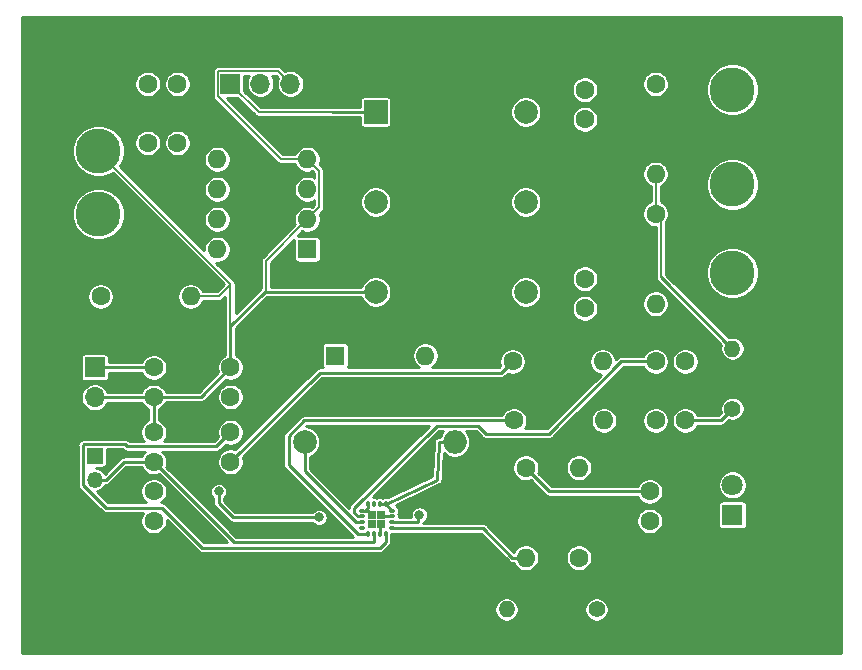
<source format=gbr>
%TF.GenerationSoftware,KiCad,Pcbnew,5.1.10*%
%TF.CreationDate,2021-06-23T11:20:34+02:00*%
%TF.ProjectId,supply,73757070-6c79-42e6-9b69-6361645f7063,rev?*%
%TF.SameCoordinates,Original*%
%TF.FileFunction,Copper,L1,Top*%
%TF.FilePolarity,Positive*%
%FSLAX46Y46*%
G04 Gerber Fmt 4.6, Leading zero omitted, Abs format (unit mm)*
G04 Created by KiCad (PCBNEW 5.1.10) date 2021-06-23 11:20:34*
%MOMM*%
%LPD*%
G01*
G04 APERTURE LIST*
%TA.AperFunction,ComponentPad*%
%ADD10C,1.600000*%
%TD*%
%TA.AperFunction,ComponentPad*%
%ADD11O,1.600000X1.600000*%
%TD*%
%TA.AperFunction,ComponentPad*%
%ADD12R,1.600000X1.600000*%
%TD*%
%TA.AperFunction,ComponentPad*%
%ADD13C,1.400000*%
%TD*%
%TA.AperFunction,ComponentPad*%
%ADD14O,1.400000X1.400000*%
%TD*%
%TA.AperFunction,ComponentPad*%
%ADD15O,1.700000X1.700000*%
%TD*%
%TA.AperFunction,ComponentPad*%
%ADD16R,1.700000X1.700000*%
%TD*%
%TA.AperFunction,ComponentPad*%
%ADD17C,3.800000*%
%TD*%
%TA.AperFunction,ComponentPad*%
%ADD18C,2.000000*%
%TD*%
%TA.AperFunction,ComponentPad*%
%ADD19R,2.000000X2.000000*%
%TD*%
%TA.AperFunction,ComponentPad*%
%ADD20O,2.000000X2.000000*%
%TD*%
%TA.AperFunction,ComponentPad*%
%ADD21R,1.350000X1.350000*%
%TD*%
%TA.AperFunction,ComponentPad*%
%ADD22O,1.350000X1.350000*%
%TD*%
%TA.AperFunction,SMDPad,CuDef*%
%ADD23O,0.600000X0.300000*%
%TD*%
%TA.AperFunction,SMDPad,CuDef*%
%ADD24O,0.300000X0.600000*%
%TD*%
%TA.AperFunction,SMDPad,CuDef*%
%ADD25R,0.755000X0.755000*%
%TD*%
%TA.AperFunction,ComponentPad*%
%ADD26C,0.377500*%
%TD*%
%TA.AperFunction,ComponentPad*%
%ADD27R,1.800000X1.800000*%
%TD*%
%TA.AperFunction,ComponentPad*%
%ADD28C,1.800000*%
%TD*%
%TA.AperFunction,ViaPad*%
%ADD29C,0.800000*%
%TD*%
%TA.AperFunction,Conductor*%
%ADD30C,0.250000*%
%TD*%
%TA.AperFunction,Conductor*%
%ADD31C,0.200000*%
%TD*%
%TA.AperFunction,Conductor*%
%ADD32C,0.254000*%
%TD*%
%TA.AperFunction,Conductor*%
%ADD33C,0.100000*%
%TD*%
G04 APERTURE END LIST*
D10*
%TO.P,R7,1*%
%TO.N,Net-(C12-Pad1)*%
X48000000Y-109000000D03*
D11*
%TO.P,R7,2*%
%TO.N,GND*%
X55620000Y-109000000D03*
%TD*%
D10*
%TO.P,C12,1*%
%TO.N,Net-(C12-Pad1)*%
X52000000Y-96000000D03*
%TO.P,C12,2*%
%TO.N,Net-(C11-Pad2)*%
X54500000Y-96000000D03*
%TD*%
D12*
%TO.P,U2,1*%
%TO.N,Net-(U2-Pad1)*%
X65500000Y-105000000D03*
D11*
%TO.P,U2,5*%
%TO.N,Net-(C11-Pad2)*%
X57880000Y-97380000D03*
%TO.P,U2,2*%
%TO.N,GND*%
X65500000Y-102460000D03*
%TO.P,U2,6*%
%TO.N,VCC*%
X57880000Y-99920000D03*
%TO.P,U2,3*%
%TO.N,Net-(RV1-Pad2)*%
X65500000Y-99920000D03*
%TO.P,U2,7*%
%TO.N,Net-(U2-Pad7)*%
X57880000Y-102460000D03*
%TO.P,U2,4*%
%TO.N,GND*%
X65500000Y-97380000D03*
%TO.P,U2,8*%
%TO.N,Net-(U2-Pad8)*%
X57880000Y-105000000D03*
%TD*%
D10*
%TO.P,C11,2*%
%TO.N,Net-(C11-Pad2)*%
X54500000Y-91000000D03*
%TO.P,C11,1*%
%TO.N,Net-(C11-Pad1)*%
X52000000Y-91000000D03*
%TD*%
D13*
%TO.P,PTC1,1*%
%TO.N,Net-(C10-Pad2)*%
X101500000Y-118500000D03*
D14*
%TO.P,PTC1,2*%
%TO.N,Net-(D2-Pad2)*%
X101500000Y-113420000D03*
%TD*%
D15*
%TO.P,BT1,2*%
%TO.N,GND*%
X47500000Y-117540000D03*
D16*
%TO.P,BT1,1*%
%TO.N,Net-(BT1-Pad1)*%
X47500000Y-115000000D03*
%TD*%
D17*
%TO.P,J2,1*%
%TO.N,Net-(C6-Pad1)*%
X101500000Y-99500000D03*
%TD*%
%TO.P,J3,1*%
%TO.N,Net-(C5-Pad1)*%
X101500000Y-91500000D03*
%TD*%
%TO.P,J4,1*%
%TO.N,GND*%
X101500000Y-107000000D03*
%TD*%
D10*
%TO.P,R3,1*%
%TO.N,Net-(D2-Pad2)*%
X95000000Y-102000000D03*
D11*
%TO.P,R3,2*%
%TO.N,Net-(C6-Pad1)*%
X95000000Y-109620000D03*
%TD*%
%TO.P,R4,2*%
%TO.N,Net-(D2-Pad2)*%
X95000000Y-98620000D03*
D10*
%TO.P,R4,1*%
%TO.N,Net-(C5-Pad1)*%
X95000000Y-91000000D03*
%TD*%
D18*
%TO.P,TR1,6*%
%TO.N,Net-(C5-Pad2)*%
X84000000Y-93380000D03*
D19*
%TO.P,TR1,1*%
%TO.N,Net-(RV1-Pad1)*%
X71300000Y-93380000D03*
D18*
%TO.P,TR1,5*%
%TO.N,Net-(TR1-Pad5)*%
X84000000Y-101000000D03*
%TO.P,TR1,2*%
%TO.N,Net-(TR1-Pad2)*%
X71300000Y-101000000D03*
%TO.P,TR1,4*%
%TO.N,Net-(C6-Pad2)*%
X84000000Y-108620000D03*
%TO.P,TR1,3*%
%TO.N,GND*%
X71300000Y-108620000D03*
%TD*%
D17*
%TO.P,J6,1*%
%TO.N,Earth*%
X45500000Y-135500000D03*
%TD*%
%TO.P,J7,1*%
%TO.N,Earth*%
X107000000Y-135500000D03*
%TD*%
%TO.P,J8,1*%
%TO.N,Earth*%
X45500000Y-89000000D03*
%TD*%
%TO.P,J9,1*%
%TO.N,Earth*%
X107000000Y-89000000D03*
%TD*%
D10*
%TO.P,C1,2*%
%TO.N,GND*%
X52500000Y-117500000D03*
%TO.P,C1,1*%
%TO.N,Net-(BT1-Pad1)*%
X52500000Y-115000000D03*
%TD*%
%TO.P,C2,2*%
%TO.N,GND*%
X52500000Y-120500000D03*
%TO.P,C2,1*%
%TO.N,VCC*%
X52500000Y-123000000D03*
%TD*%
%TO.P,C3,1*%
%TO.N,Net-(C3-Pad1)*%
X95000000Y-114500000D03*
%TO.P,C3,2*%
%TO.N,GND*%
X97500000Y-114500000D03*
%TD*%
%TO.P,C4,1*%
%TO.N,Net-(C4-Pad1)*%
X52500000Y-128000000D03*
%TO.P,C4,2*%
%TO.N,GND*%
X52500000Y-125500000D03*
%TD*%
%TO.P,C5,1*%
%TO.N,Net-(C5-Pad1)*%
X89000000Y-91500000D03*
%TO.P,C5,2*%
%TO.N,Net-(C5-Pad2)*%
X89000000Y-94000000D03*
%TD*%
%TO.P,C6,2*%
%TO.N,Net-(C6-Pad2)*%
X89000000Y-110000000D03*
%TO.P,C6,1*%
%TO.N,Net-(C6-Pad1)*%
X89000000Y-107500000D03*
%TD*%
%TO.P,C7,2*%
%TO.N,GND*%
X59000000Y-115000000D03*
%TO.P,C7,1*%
%TO.N,Net-(C7-Pad1)*%
X59000000Y-117500000D03*
%TD*%
%TO.P,C8,1*%
%TO.N,Net-(C7-Pad1)*%
X59000000Y-120500000D03*
%TO.P,C8,2*%
%TO.N,Net-(C8-Pad2)*%
X59000000Y-123000000D03*
%TD*%
%TO.P,C9,2*%
%TO.N,Net-(C10-Pad2)*%
X97500000Y-119500000D03*
%TO.P,C9,1*%
%TO.N,GND*%
X95000000Y-119500000D03*
%TD*%
%TO.P,C10,1*%
%TO.N,GND*%
X94500000Y-128000000D03*
%TO.P,C10,2*%
%TO.N,Net-(C10-Pad2)*%
X94500000Y-125500000D03*
%TD*%
D12*
%TO.P,D1,1*%
%TO.N,Net-(C10-Pad2)*%
X67880000Y-114000000D03*
D11*
%TO.P,D1,2*%
%TO.N,Net-(D1-Pad2)*%
X75500000Y-114000000D03*
%TD*%
D18*
%TO.P,L1,1*%
%TO.N,VCC*%
X65275000Y-121325000D03*
D20*
%TO.P,L1,2*%
%TO.N,Net-(D1-Pad2)*%
X77975000Y-121325000D03*
%TD*%
D11*
%TO.P,R1,2*%
%TO.N,GND*%
X90620000Y-119500000D03*
D10*
%TO.P,R1,1*%
%TO.N,Net-(R1-Pad1)*%
X83000000Y-119500000D03*
%TD*%
%TO.P,R2,1*%
%TO.N,Net-(C8-Pad2)*%
X82880000Y-114500000D03*
D11*
%TO.P,R2,2*%
%TO.N,GND*%
X90500000Y-114500000D03*
%TD*%
D10*
%TO.P,R5,1*%
%TO.N,Net-(C10-Pad2)*%
X84000000Y-123500000D03*
D11*
%TO.P,R5,2*%
%TO.N,Net-(R5-Pad2)*%
X84000000Y-131120000D03*
%TD*%
%TO.P,R6,2*%
%TO.N,GND*%
X88500000Y-123500000D03*
D10*
%TO.P,R6,1*%
%TO.N,Net-(R5-Pad2)*%
X88500000Y-131120000D03*
%TD*%
D21*
%TO.P,SW1,1*%
%TO.N,Net-(BT1-Pad1)*%
X47500000Y-122500000D03*
D22*
%TO.P,SW1,2*%
%TO.N,VCC*%
X47500000Y-124500000D03*
%TD*%
D23*
%TO.P,U1,1*%
%TO.N,GND*%
X70102500Y-127128000D03*
%TO.P,U1,2*%
%TO.N,Net-(C3-Pad1)*%
X70102500Y-127628000D03*
%TO.P,U1,3*%
%TO.N,VCC*%
X70102500Y-128128000D03*
%TO.P,U1,4*%
%TO.N,Net-(U1-Pad4)*%
X70102500Y-128628000D03*
D24*
%TO.P,U1,5*%
%TO.N,Net-(R1-Pad1)*%
X70627500Y-129153000D03*
%TO.P,U1,6*%
%TO.N,VCC*%
X71127500Y-129153000D03*
%TO.P,U1,7*%
%TO.N,GND*%
X71627500Y-129153000D03*
%TO.P,U1,8*%
%TO.N,Net-(C7-Pad1)*%
X72127500Y-129153000D03*
D23*
%TO.P,U1,9*%
%TO.N,Net-(R5-Pad2)*%
X72652500Y-128628000D03*
%TO.P,U1,10*%
%TO.N,Net-(C4-Pad1)*%
X72652500Y-128128000D03*
%TO.P,U1,11*%
%TO.N,GND*%
X72652500Y-127628000D03*
%TO.P,U1,12*%
%TO.N,Net-(D1-Pad2)*%
X72652500Y-127128000D03*
D24*
%TO.P,U1,13*%
X72127500Y-126603000D03*
%TO.P,U1,14*%
X71627500Y-126603000D03*
%TO.P,U1,15*%
%TO.N,Net-(U1-Pad15)*%
X71127500Y-126603000D03*
%TO.P,U1,16*%
%TO.N,GND*%
X70627500Y-126603000D03*
D25*
%TO.P,U1,17*%
X71000000Y-127500500D03*
X71000000Y-128255500D03*
X71755000Y-127500500D03*
X71755000Y-128255500D03*
D26*
X71000000Y-127500500D03*
X71000000Y-128255500D03*
X71755000Y-127500500D03*
X71755000Y-128255500D03*
%TD*%
D17*
%TO.P,J1,1*%
%TO.N,GND*%
X47825000Y-96675000D03*
%TD*%
%TO.P,J5,1*%
%TO.N,Net-(C11-Pad1)*%
X47825000Y-102025000D03*
%TD*%
D16*
%TO.P,RV1,1*%
%TO.N,Net-(RV1-Pad1)*%
X59000000Y-91000000D03*
D15*
%TO.P,RV1,2*%
%TO.N,Net-(RV1-Pad2)*%
X61540000Y-91000000D03*
%TO.P,RV1,3*%
%TO.N,GND*%
X64080000Y-91000000D03*
%TD*%
D27*
%TO.P,D2,1*%
%TO.N,Net-(D2-Pad1)*%
X101500000Y-127500000D03*
D28*
%TO.P,D2,2*%
%TO.N,Net-(D2-Pad2)*%
X101500000Y-124960000D03*
%TD*%
D13*
%TO.P,R8,1*%
%TO.N,Net-(D2-Pad1)*%
X90000000Y-135500000D03*
D14*
%TO.P,R8,2*%
%TO.N,GND*%
X82380000Y-135500000D03*
%TD*%
D29*
%TO.N,GND*%
X66500000Y-127711749D03*
X58000000Y-125500000D03*
%TO.N,Net-(C4-Pad1)*%
X75000000Y-127500000D03*
%TO.N,Earth*%
X49500000Y-125500000D03*
X50000000Y-116000000D03*
X49000000Y-122500000D03*
X68000000Y-124500000D03*
X75000000Y-124000000D03*
%TD*%
D30*
%TO.N,GND*%
X72652500Y-127628000D02*
X72027200Y-127628000D01*
X71755000Y-127500500D02*
X71882400Y-127627900D01*
X71882400Y-127627900D02*
X72027200Y-127627900D01*
X72027200Y-127627900D02*
X72027200Y-127628000D01*
X70415200Y-127128000D02*
X70627500Y-126915700D01*
X70627500Y-126915700D02*
X70627500Y-126603000D01*
X70415200Y-127128000D02*
X70727800Y-127128000D01*
X70102500Y-127128000D02*
X70415200Y-127128000D01*
X71000000Y-127500500D02*
X70727800Y-127228300D01*
X70727800Y-127228300D02*
X70727800Y-127128000D01*
X71755000Y-128255500D02*
X71652100Y-128255500D01*
X71652100Y-128255500D02*
X71627500Y-128280100D01*
X71627500Y-128280100D02*
X71627500Y-129153000D01*
X59000000Y-111500000D02*
X61880000Y-108620000D01*
X59000000Y-115000000D02*
X59000000Y-111500000D01*
X52460000Y-117540000D02*
X52500000Y-117500000D01*
X47500000Y-117540000D02*
X52460000Y-117540000D01*
X56500000Y-117500000D02*
X59000000Y-115000000D01*
X52500000Y-117500000D02*
X56500000Y-117500000D01*
X52500000Y-120500000D02*
X52500000Y-117500000D01*
X66500000Y-127711749D02*
X59211749Y-127711749D01*
X58000000Y-126500000D02*
X58000000Y-125500000D01*
X59211749Y-127711749D02*
X58000000Y-126500000D01*
D31*
X65500000Y-102460000D02*
X62000000Y-105960000D01*
X62000000Y-105960000D02*
X62000000Y-108500000D01*
D30*
X62120000Y-108620000D02*
X61880000Y-108620000D01*
D31*
X62000000Y-108500000D02*
X62120000Y-108620000D01*
D30*
X71300000Y-108620000D02*
X62120000Y-108620000D01*
D31*
X47825000Y-96757402D02*
X59000000Y-107932402D01*
X47825000Y-96675000D02*
X47825000Y-96757402D01*
X63265998Y-97380000D02*
X65500000Y-97380000D01*
X57919999Y-92034001D02*
X63265998Y-97380000D01*
X57919999Y-89965999D02*
X57919999Y-92034001D01*
X57965999Y-89919999D02*
X57919999Y-89965999D01*
X62999999Y-89919999D02*
X57965999Y-89919999D01*
X64080000Y-91000000D02*
X62999999Y-89919999D01*
X66530001Y-98410001D02*
X65500000Y-97380000D01*
X66530001Y-101429999D02*
X66530001Y-98410001D01*
X65500000Y-102460000D02*
X66530001Y-101429999D01*
X58000000Y-109000000D02*
X59000000Y-108000000D01*
X55620000Y-109000000D02*
X58000000Y-109000000D01*
X59000000Y-108000000D02*
X59000000Y-111500000D01*
X59000000Y-107932402D02*
X59000000Y-108000000D01*
D30*
%TO.N,Net-(BT1-Pad1)*%
X52500000Y-115000000D02*
X47500000Y-115000000D01*
%TO.N,Net-(C3-Pad1)*%
X70102500Y-127628000D02*
X69763200Y-127628000D01*
X69763200Y-127628000D02*
X69456000Y-127320800D01*
X69456000Y-127320800D02*
X69456000Y-126938900D01*
X69456000Y-126938900D02*
X76444500Y-119950400D01*
X76444500Y-119950400D02*
X79974400Y-119950400D01*
X79974400Y-119950400D02*
X80651500Y-120627500D01*
X80651500Y-120627500D02*
X85964100Y-120627500D01*
X85964100Y-120627500D02*
X92091600Y-114500000D01*
X92091600Y-114500000D02*
X95000000Y-114500000D01*
%TO.N,Net-(C4-Pad1)*%
X74872000Y-127628000D02*
X75000000Y-127500000D01*
X74872000Y-128128000D02*
X74872000Y-127628000D01*
X72652500Y-128128000D02*
X74872000Y-128128000D01*
%TO.N,Net-(C7-Pad1)*%
X72127500Y-129153000D02*
X72127500Y-129778300D01*
X72127500Y-129778300D02*
X71642600Y-130263200D01*
X71642600Y-130263200D02*
X56563400Y-130263200D01*
X56563400Y-130263200D02*
X53174800Y-126874600D01*
X53174800Y-126874600D02*
X48430700Y-126874600D01*
X48430700Y-126874600D02*
X46499600Y-124943500D01*
X46499600Y-124943500D02*
X46499600Y-121607200D01*
X46499600Y-121607200D02*
X46607200Y-121499600D01*
X46607200Y-121499600D02*
X50034700Y-121499600D01*
X50034700Y-121499600D02*
X50222500Y-121687400D01*
X50222500Y-121687400D02*
X57812600Y-121687400D01*
X57812600Y-121687400D02*
X59000000Y-120500000D01*
%TO.N,Net-(C8-Pad2)*%
X82880000Y-114500000D02*
X81936000Y-115444000D01*
X81936000Y-115444000D02*
X66556000Y-115444000D01*
X66556000Y-115444000D02*
X59000000Y-123000000D01*
%TO.N,Net-(C10-Pad2)*%
X94500000Y-125500000D02*
X86000000Y-125500000D01*
X86000000Y-125500000D02*
X84000000Y-123500000D01*
X100500000Y-119500000D02*
X101500000Y-118500000D01*
X97500000Y-119500000D02*
X100500000Y-119500000D01*
%TO.N,Net-(D1-Pad2)*%
X72127500Y-126603000D02*
X72652500Y-127128000D01*
X71627500Y-126603000D02*
X72127500Y-126603000D01*
X76500000Y-124500000D02*
X72127500Y-126603000D01*
X76649700Y-121455500D02*
X76500000Y-124500000D01*
X76649700Y-121325000D02*
X76649700Y-121455500D01*
X77975000Y-121325000D02*
X76649700Y-121325000D01*
%TO.N,Net-(R1-Pad1)*%
X83000000Y-119500000D02*
X65220600Y-119500000D01*
X65220600Y-119500000D02*
X63916700Y-120803900D01*
X63916700Y-120803900D02*
X63916700Y-123270000D01*
X63916700Y-123270000D02*
X69799700Y-129153000D01*
X69799700Y-129153000D02*
X70627500Y-129153000D01*
%TO.N,Net-(R5-Pad2)*%
X84000000Y-131120000D02*
X82874700Y-131120000D01*
X72652500Y-128628000D02*
X80382700Y-128628000D01*
X80382700Y-128628000D02*
X82874700Y-131120000D01*
%TO.N,VCC*%
X71127500Y-129778300D02*
X59278300Y-129778300D01*
X59278300Y-129778300D02*
X52500000Y-123000000D01*
X71127500Y-129153000D02*
X71127500Y-129778300D01*
X69589800Y-128128000D02*
X65275000Y-123813200D01*
X65275000Y-123813200D02*
X65275000Y-121325000D01*
X47500000Y-124500000D02*
X48500300Y-124500000D01*
X52500000Y-123000000D02*
X50000300Y-123000000D01*
X50000300Y-123000000D02*
X48500300Y-124500000D01*
X70102500Y-128128000D02*
X69589800Y-128128000D01*
%TO.N,Net-(RV1-Pad1)*%
X59505001Y-91505001D02*
X59000000Y-91000000D01*
X67580000Y-93380000D02*
X71300000Y-93380000D01*
%TO.N,Net-(D2-Pad2)*%
X95186401Y-101549991D02*
X95000000Y-101549991D01*
X95450009Y-101813599D02*
X95186401Y-101549991D01*
X101500000Y-113420000D02*
X95450009Y-107370009D01*
D31*
X95450009Y-102450009D02*
X95000000Y-102000000D01*
X95450009Y-107370009D02*
X95450009Y-102450009D01*
X95000000Y-102000000D02*
X95000000Y-98620000D01*
%TO.N,Net-(RV1-Pad1)*%
X61380000Y-93380000D02*
X59000000Y-91000000D01*
X67580000Y-93380000D02*
X61380000Y-93380000D01*
%TD*%
D32*
%TO.N,Earth*%
X110648001Y-139148000D02*
X41352000Y-139148000D01*
X41352000Y-135398849D01*
X81353000Y-135398849D01*
X81353000Y-135601151D01*
X81392467Y-135799565D01*
X81469885Y-135986467D01*
X81582277Y-136154674D01*
X81725326Y-136297723D01*
X81893533Y-136410115D01*
X82080435Y-136487533D01*
X82278849Y-136527000D01*
X82481151Y-136527000D01*
X82679565Y-136487533D01*
X82866467Y-136410115D01*
X83034674Y-136297723D01*
X83177723Y-136154674D01*
X83290115Y-135986467D01*
X83367533Y-135799565D01*
X83407000Y-135601151D01*
X83407000Y-135398849D01*
X88973000Y-135398849D01*
X88973000Y-135601151D01*
X89012467Y-135799565D01*
X89089885Y-135986467D01*
X89202277Y-136154674D01*
X89345326Y-136297723D01*
X89513533Y-136410115D01*
X89700435Y-136487533D01*
X89898849Y-136527000D01*
X90101151Y-136527000D01*
X90299565Y-136487533D01*
X90486467Y-136410115D01*
X90654674Y-136297723D01*
X90797723Y-136154674D01*
X90910115Y-135986467D01*
X90987533Y-135799565D01*
X91027000Y-135601151D01*
X91027000Y-135398849D01*
X90987533Y-135200435D01*
X90910115Y-135013533D01*
X90797723Y-134845326D01*
X90654674Y-134702277D01*
X90486467Y-134589885D01*
X90299565Y-134512467D01*
X90101151Y-134473000D01*
X89898849Y-134473000D01*
X89700435Y-134512467D01*
X89513533Y-134589885D01*
X89345326Y-134702277D01*
X89202277Y-134845326D01*
X89089885Y-135013533D01*
X89012467Y-135200435D01*
X88973000Y-135398849D01*
X83407000Y-135398849D01*
X83367533Y-135200435D01*
X83290115Y-135013533D01*
X83177723Y-134845326D01*
X83034674Y-134702277D01*
X82866467Y-134589885D01*
X82679565Y-134512467D01*
X82481151Y-134473000D01*
X82278849Y-134473000D01*
X82080435Y-134512467D01*
X81893533Y-134589885D01*
X81725326Y-134702277D01*
X81582277Y-134845326D01*
X81469885Y-135013533D01*
X81392467Y-135200435D01*
X81353000Y-135398849D01*
X41352000Y-135398849D01*
X41352000Y-114150000D01*
X46321418Y-114150000D01*
X46321418Y-115850000D01*
X46327732Y-115914103D01*
X46346430Y-115975743D01*
X46376794Y-116032550D01*
X46417657Y-116082343D01*
X46467450Y-116123206D01*
X46524257Y-116153570D01*
X46585897Y-116172268D01*
X46650000Y-116178582D01*
X48350000Y-116178582D01*
X48414103Y-116172268D01*
X48475743Y-116153570D01*
X48532550Y-116123206D01*
X48582343Y-116082343D01*
X48623206Y-116032550D01*
X48653570Y-115975743D01*
X48672268Y-115914103D01*
X48678582Y-115850000D01*
X48678582Y-115452000D01*
X51467369Y-115452000D01*
X51501266Y-115533835D01*
X51624602Y-115718421D01*
X51781579Y-115875398D01*
X51966165Y-115998734D01*
X52171266Y-116083690D01*
X52389000Y-116127000D01*
X52611000Y-116127000D01*
X52828734Y-116083690D01*
X53033835Y-115998734D01*
X53218421Y-115875398D01*
X53375398Y-115718421D01*
X53498734Y-115533835D01*
X53583690Y-115328734D01*
X53627000Y-115111000D01*
X53627000Y-114889000D01*
X53583690Y-114671266D01*
X53498734Y-114466165D01*
X53375398Y-114281579D01*
X53218421Y-114124602D01*
X53033835Y-114001266D01*
X52828734Y-113916310D01*
X52611000Y-113873000D01*
X52389000Y-113873000D01*
X52171266Y-113916310D01*
X51966165Y-114001266D01*
X51781579Y-114124602D01*
X51624602Y-114281579D01*
X51501266Y-114466165D01*
X51467369Y-114548000D01*
X48678582Y-114548000D01*
X48678582Y-114150000D01*
X48672268Y-114085897D01*
X48653570Y-114024257D01*
X48623206Y-113967450D01*
X48582343Y-113917657D01*
X48532550Y-113876794D01*
X48475743Y-113846430D01*
X48414103Y-113827732D01*
X48350000Y-113821418D01*
X46650000Y-113821418D01*
X46585897Y-113827732D01*
X46524257Y-113846430D01*
X46467450Y-113876794D01*
X46417657Y-113917657D01*
X46376794Y-113967450D01*
X46346430Y-114024257D01*
X46327732Y-114085897D01*
X46321418Y-114150000D01*
X41352000Y-114150000D01*
X41352000Y-108889000D01*
X46873000Y-108889000D01*
X46873000Y-109111000D01*
X46916310Y-109328734D01*
X47001266Y-109533835D01*
X47124602Y-109718421D01*
X47281579Y-109875398D01*
X47466165Y-109998734D01*
X47671266Y-110083690D01*
X47889000Y-110127000D01*
X48111000Y-110127000D01*
X48328734Y-110083690D01*
X48533835Y-109998734D01*
X48718421Y-109875398D01*
X48875398Y-109718421D01*
X48998734Y-109533835D01*
X49083690Y-109328734D01*
X49127000Y-109111000D01*
X49127000Y-108889000D01*
X49083690Y-108671266D01*
X48998734Y-108466165D01*
X48875398Y-108281579D01*
X48718421Y-108124602D01*
X48533835Y-108001266D01*
X48328734Y-107916310D01*
X48111000Y-107873000D01*
X47889000Y-107873000D01*
X47671266Y-107916310D01*
X47466165Y-108001266D01*
X47281579Y-108124602D01*
X47124602Y-108281579D01*
X47001266Y-108466165D01*
X46916310Y-108671266D01*
X46873000Y-108889000D01*
X41352000Y-108889000D01*
X41352000Y-101805660D01*
X45598000Y-101805660D01*
X45598000Y-102244340D01*
X45683582Y-102674592D01*
X45851458Y-103079880D01*
X46095176Y-103444630D01*
X46405370Y-103754824D01*
X46770120Y-103998542D01*
X47175408Y-104166418D01*
X47605660Y-104252000D01*
X48044340Y-104252000D01*
X48474592Y-104166418D01*
X48879880Y-103998542D01*
X49244630Y-103754824D01*
X49554824Y-103444630D01*
X49798542Y-103079880D01*
X49966418Y-102674592D01*
X50052000Y-102244340D01*
X50052000Y-101805660D01*
X49966418Y-101375408D01*
X49798542Y-100970120D01*
X49554824Y-100605370D01*
X49244630Y-100295176D01*
X48879880Y-100051458D01*
X48474592Y-99883582D01*
X48044340Y-99798000D01*
X47605660Y-99798000D01*
X47175408Y-99883582D01*
X46770120Y-100051458D01*
X46405370Y-100295176D01*
X46095176Y-100605370D01*
X45851458Y-100970120D01*
X45683582Y-101375408D01*
X45598000Y-101805660D01*
X41352000Y-101805660D01*
X41352000Y-96455660D01*
X45598000Y-96455660D01*
X45598000Y-96894340D01*
X45683582Y-97324592D01*
X45851458Y-97729880D01*
X46095176Y-98094630D01*
X46405370Y-98404824D01*
X46770120Y-98648542D01*
X47175408Y-98816418D01*
X47605660Y-98902000D01*
X48044340Y-98902000D01*
X48474592Y-98816418D01*
X48879880Y-98648542D01*
X49019189Y-98555459D01*
X58429930Y-107966201D01*
X57823132Y-108573000D01*
X56662987Y-108573000D01*
X56618734Y-108466165D01*
X56495398Y-108281579D01*
X56338421Y-108124602D01*
X56153835Y-108001266D01*
X55948734Y-107916310D01*
X55731000Y-107873000D01*
X55509000Y-107873000D01*
X55291266Y-107916310D01*
X55086165Y-108001266D01*
X54901579Y-108124602D01*
X54744602Y-108281579D01*
X54621266Y-108466165D01*
X54536310Y-108671266D01*
X54493000Y-108889000D01*
X54493000Y-109111000D01*
X54536310Y-109328734D01*
X54621266Y-109533835D01*
X54744602Y-109718421D01*
X54901579Y-109875398D01*
X55086165Y-109998734D01*
X55291266Y-110083690D01*
X55509000Y-110127000D01*
X55731000Y-110127000D01*
X55948734Y-110083690D01*
X56153835Y-109998734D01*
X56338421Y-109875398D01*
X56495398Y-109718421D01*
X56618734Y-109533835D01*
X56662987Y-109427000D01*
X57979033Y-109427000D01*
X58000000Y-109429065D01*
X58020967Y-109427000D01*
X58020978Y-109427000D01*
X58083707Y-109420822D01*
X58164196Y-109396405D01*
X58238376Y-109356755D01*
X58303395Y-109303395D01*
X58316768Y-109287100D01*
X58573000Y-109030868D01*
X58573001Y-111350536D01*
X58554540Y-111411393D01*
X58545813Y-111500000D01*
X58548001Y-111522215D01*
X58548000Y-113967369D01*
X58466165Y-114001266D01*
X58281579Y-114124602D01*
X58124602Y-114281579D01*
X58001266Y-114466165D01*
X57916310Y-114671266D01*
X57873000Y-114889000D01*
X57873000Y-115111000D01*
X57916310Y-115328734D01*
X57950207Y-115410569D01*
X56312777Y-117048000D01*
X53532631Y-117048000D01*
X53498734Y-116966165D01*
X53375398Y-116781579D01*
X53218421Y-116624602D01*
X53033835Y-116501266D01*
X52828734Y-116416310D01*
X52611000Y-116373000D01*
X52389000Y-116373000D01*
X52171266Y-116416310D01*
X51966165Y-116501266D01*
X51781579Y-116624602D01*
X51624602Y-116781579D01*
X51501266Y-116966165D01*
X51450800Y-117088000D01*
X48586751Y-117088000D01*
X48543044Y-116982481D01*
X48414236Y-116789706D01*
X48250294Y-116625764D01*
X48057519Y-116496956D01*
X47843318Y-116408231D01*
X47615924Y-116363000D01*
X47384076Y-116363000D01*
X47156682Y-116408231D01*
X46942481Y-116496956D01*
X46749706Y-116625764D01*
X46585764Y-116789706D01*
X46456956Y-116982481D01*
X46368231Y-117196682D01*
X46323000Y-117424076D01*
X46323000Y-117655924D01*
X46368231Y-117883318D01*
X46456956Y-118097519D01*
X46585764Y-118290294D01*
X46749706Y-118454236D01*
X46942481Y-118583044D01*
X47156682Y-118671769D01*
X47384076Y-118717000D01*
X47615924Y-118717000D01*
X47843318Y-118671769D01*
X48057519Y-118583044D01*
X48250294Y-118454236D01*
X48414236Y-118290294D01*
X48543044Y-118097519D01*
X48586751Y-117992000D01*
X51483937Y-117992000D01*
X51501266Y-118033835D01*
X51624602Y-118218421D01*
X51781579Y-118375398D01*
X51966165Y-118498734D01*
X52048001Y-118532632D01*
X52048000Y-119467369D01*
X51966165Y-119501266D01*
X51781579Y-119624602D01*
X51624602Y-119781579D01*
X51501266Y-119966165D01*
X51416310Y-120171266D01*
X51373000Y-120389000D01*
X51373000Y-120611000D01*
X51416310Y-120828734D01*
X51501266Y-121033835D01*
X51624602Y-121218421D01*
X51641581Y-121235400D01*
X50409723Y-121235400D01*
X50370023Y-121195700D01*
X50355859Y-121178441D01*
X50287033Y-121121957D01*
X50208510Y-121079986D01*
X50123307Y-121054140D01*
X50056905Y-121047600D01*
X50034700Y-121045413D01*
X50012495Y-121047600D01*
X46629404Y-121047600D01*
X46607199Y-121045413D01*
X46518592Y-121054140D01*
X46511693Y-121056233D01*
X46433390Y-121079986D01*
X46354867Y-121121957D01*
X46286041Y-121178441D01*
X46271880Y-121195696D01*
X46195695Y-121271882D01*
X46178442Y-121286041D01*
X46129954Y-121345124D01*
X46121958Y-121354867D01*
X46079986Y-121433391D01*
X46054140Y-121518593D01*
X46045413Y-121607200D01*
X46047601Y-121629415D01*
X46047600Y-124921295D01*
X46045413Y-124943500D01*
X46054140Y-125032107D01*
X46068926Y-125080849D01*
X46079986Y-125117309D01*
X46121957Y-125195832D01*
X46178441Y-125264659D01*
X46195700Y-125278823D01*
X48095381Y-127178505D01*
X48109541Y-127195759D01*
X48178367Y-127252243D01*
X48245156Y-127287942D01*
X48256890Y-127294214D01*
X48342092Y-127320060D01*
X48430700Y-127328787D01*
X48452905Y-127326600D01*
X51594520Y-127326600D01*
X51501266Y-127466165D01*
X51416310Y-127671266D01*
X51373000Y-127889000D01*
X51373000Y-128111000D01*
X51416310Y-128328734D01*
X51501266Y-128533835D01*
X51624602Y-128718421D01*
X51781579Y-128875398D01*
X51966165Y-128998734D01*
X52171266Y-129083690D01*
X52389000Y-129127000D01*
X52611000Y-129127000D01*
X52828734Y-129083690D01*
X53033835Y-128998734D01*
X53218421Y-128875398D01*
X53375398Y-128718421D01*
X53498734Y-128533835D01*
X53583690Y-128328734D01*
X53627000Y-128111000D01*
X53627000Y-127966023D01*
X56228086Y-130567111D01*
X56242241Y-130584359D01*
X56311067Y-130640843D01*
X56361875Y-130668000D01*
X56389590Y-130682814D01*
X56474792Y-130708660D01*
X56563399Y-130717387D01*
X56585604Y-130715200D01*
X71620395Y-130715200D01*
X71642600Y-130717387D01*
X71664805Y-130715200D01*
X71731207Y-130708660D01*
X71816410Y-130682814D01*
X71894933Y-130640843D01*
X71963759Y-130584359D01*
X71977923Y-130567100D01*
X72431412Y-130113613D01*
X72448659Y-130099459D01*
X72505143Y-130030633D01*
X72547114Y-129952110D01*
X72572960Y-129866907D01*
X72579500Y-129800505D01*
X72581687Y-129778301D01*
X72579500Y-129756096D01*
X72579500Y-129456167D01*
X72597597Y-129396508D01*
X72604500Y-129326422D01*
X72604500Y-129105000D01*
X72825923Y-129105000D01*
X72896008Y-129098097D01*
X72955667Y-129080000D01*
X80195477Y-129080000D01*
X82539386Y-131423911D01*
X82553541Y-131441159D01*
X82622367Y-131497643D01*
X82700890Y-131539614D01*
X82766262Y-131559444D01*
X82786092Y-131565460D01*
X82874699Y-131574187D01*
X82896904Y-131572000D01*
X82967369Y-131572000D01*
X83001266Y-131653835D01*
X83124602Y-131838421D01*
X83281579Y-131995398D01*
X83466165Y-132118734D01*
X83671266Y-132203690D01*
X83889000Y-132247000D01*
X84111000Y-132247000D01*
X84328734Y-132203690D01*
X84533835Y-132118734D01*
X84718421Y-131995398D01*
X84875398Y-131838421D01*
X84998734Y-131653835D01*
X85083690Y-131448734D01*
X85127000Y-131231000D01*
X85127000Y-131009000D01*
X87373000Y-131009000D01*
X87373000Y-131231000D01*
X87416310Y-131448734D01*
X87501266Y-131653835D01*
X87624602Y-131838421D01*
X87781579Y-131995398D01*
X87966165Y-132118734D01*
X88171266Y-132203690D01*
X88389000Y-132247000D01*
X88611000Y-132247000D01*
X88828734Y-132203690D01*
X89033835Y-132118734D01*
X89218421Y-131995398D01*
X89375398Y-131838421D01*
X89498734Y-131653835D01*
X89583690Y-131448734D01*
X89627000Y-131231000D01*
X89627000Y-131009000D01*
X89583690Y-130791266D01*
X89498734Y-130586165D01*
X89375398Y-130401579D01*
X89218421Y-130244602D01*
X89033835Y-130121266D01*
X88828734Y-130036310D01*
X88611000Y-129993000D01*
X88389000Y-129993000D01*
X88171266Y-130036310D01*
X87966165Y-130121266D01*
X87781579Y-130244602D01*
X87624602Y-130401579D01*
X87501266Y-130586165D01*
X87416310Y-130791266D01*
X87373000Y-131009000D01*
X85127000Y-131009000D01*
X85083690Y-130791266D01*
X84998734Y-130586165D01*
X84875398Y-130401579D01*
X84718421Y-130244602D01*
X84533835Y-130121266D01*
X84328734Y-130036310D01*
X84111000Y-129993000D01*
X83889000Y-129993000D01*
X83671266Y-130036310D01*
X83466165Y-130121266D01*
X83281579Y-130244602D01*
X83124602Y-130401579D01*
X83001266Y-130586165D01*
X82995064Y-130601139D01*
X80718023Y-128324100D01*
X80703859Y-128306841D01*
X80635033Y-128250357D01*
X80556510Y-128208386D01*
X80471307Y-128182540D01*
X80404905Y-128176000D01*
X80382700Y-128173813D01*
X80360495Y-128176000D01*
X75321459Y-128176000D01*
X75323744Y-128152800D01*
X75344364Y-128144259D01*
X75463436Y-128064698D01*
X75564698Y-127963436D01*
X75614434Y-127889000D01*
X93373000Y-127889000D01*
X93373000Y-128111000D01*
X93416310Y-128328734D01*
X93501266Y-128533835D01*
X93624602Y-128718421D01*
X93781579Y-128875398D01*
X93966165Y-128998734D01*
X94171266Y-129083690D01*
X94389000Y-129127000D01*
X94611000Y-129127000D01*
X94828734Y-129083690D01*
X95033835Y-128998734D01*
X95218421Y-128875398D01*
X95375398Y-128718421D01*
X95498734Y-128533835D01*
X95583690Y-128328734D01*
X95627000Y-128111000D01*
X95627000Y-127889000D01*
X95583690Y-127671266D01*
X95498734Y-127466165D01*
X95375398Y-127281579D01*
X95218421Y-127124602D01*
X95033835Y-127001266D01*
X94828734Y-126916310D01*
X94611000Y-126873000D01*
X94389000Y-126873000D01*
X94171266Y-126916310D01*
X93966165Y-127001266D01*
X93781579Y-127124602D01*
X93624602Y-127281579D01*
X93501266Y-127466165D01*
X93416310Y-127671266D01*
X93373000Y-127889000D01*
X75614434Y-127889000D01*
X75644259Y-127844364D01*
X75699062Y-127712058D01*
X75727000Y-127571603D01*
X75727000Y-127428397D01*
X75699062Y-127287942D01*
X75644259Y-127155636D01*
X75564698Y-127036564D01*
X75463436Y-126935302D01*
X75344364Y-126855741D01*
X75212058Y-126800938D01*
X75071603Y-126773000D01*
X74928397Y-126773000D01*
X74787942Y-126800938D01*
X74655636Y-126855741D01*
X74536564Y-126935302D01*
X74435302Y-127036564D01*
X74355741Y-127155636D01*
X74300938Y-127287942D01*
X74273000Y-127428397D01*
X74273000Y-127571603D01*
X74293766Y-127676000D01*
X73277079Y-127676000D01*
X73281807Y-127628000D01*
X73272597Y-127534492D01*
X73245322Y-127444577D01*
X73209736Y-127378000D01*
X73245322Y-127311423D01*
X73272597Y-127221508D01*
X73281807Y-127128000D01*
X73272597Y-127034492D01*
X73245322Y-126944577D01*
X73201029Y-126861711D01*
X73141421Y-126789079D01*
X73068789Y-126729471D01*
X72992340Y-126688608D01*
X76694706Y-124907916D01*
X76733481Y-124889579D01*
X76752590Y-124875408D01*
X76772928Y-124863037D01*
X76788272Y-124848946D01*
X76804998Y-124836543D01*
X76820979Y-124818913D01*
X76838509Y-124802815D01*
X76850806Y-124786007D01*
X76864794Y-124770575D01*
X76877029Y-124750163D01*
X76891081Y-124730957D01*
X76899864Y-124712070D01*
X76910571Y-124694208D01*
X76918588Y-124671805D01*
X76928624Y-124650223D01*
X76933554Y-124629983D01*
X76940570Y-124610377D01*
X76944063Y-124586839D01*
X76949695Y-124563716D01*
X76951521Y-124520839D01*
X77007174Y-123389000D01*
X82873000Y-123389000D01*
X82873000Y-123611000D01*
X82916310Y-123828734D01*
X83001266Y-124033835D01*
X83124602Y-124218421D01*
X83281579Y-124375398D01*
X83466165Y-124498734D01*
X83671266Y-124583690D01*
X83889000Y-124627000D01*
X84111000Y-124627000D01*
X84328734Y-124583690D01*
X84410569Y-124549793D01*
X85664686Y-125803911D01*
X85678841Y-125821159D01*
X85747667Y-125877643D01*
X85813953Y-125913073D01*
X85826190Y-125919614D01*
X85911392Y-125945460D01*
X85999999Y-125954187D01*
X86022204Y-125952000D01*
X93467369Y-125952000D01*
X93501266Y-126033835D01*
X93624602Y-126218421D01*
X93781579Y-126375398D01*
X93966165Y-126498734D01*
X94171266Y-126583690D01*
X94389000Y-126627000D01*
X94611000Y-126627000D01*
X94746738Y-126600000D01*
X100271418Y-126600000D01*
X100271418Y-128400000D01*
X100277732Y-128464103D01*
X100296430Y-128525743D01*
X100326794Y-128582550D01*
X100367657Y-128632343D01*
X100417450Y-128673206D01*
X100474257Y-128703570D01*
X100535897Y-128722268D01*
X100600000Y-128728582D01*
X102400000Y-128728582D01*
X102464103Y-128722268D01*
X102525743Y-128703570D01*
X102582550Y-128673206D01*
X102632343Y-128632343D01*
X102673206Y-128582550D01*
X102703570Y-128525743D01*
X102722268Y-128464103D01*
X102728582Y-128400000D01*
X102728582Y-126600000D01*
X102722268Y-126535897D01*
X102703570Y-126474257D01*
X102673206Y-126417450D01*
X102632343Y-126367657D01*
X102582550Y-126326794D01*
X102525743Y-126296430D01*
X102464103Y-126277732D01*
X102400000Y-126271418D01*
X100600000Y-126271418D01*
X100535897Y-126277732D01*
X100474257Y-126296430D01*
X100417450Y-126326794D01*
X100367657Y-126367657D01*
X100326794Y-126417450D01*
X100296430Y-126474257D01*
X100277732Y-126535897D01*
X100271418Y-126600000D01*
X94746738Y-126600000D01*
X94828734Y-126583690D01*
X95033835Y-126498734D01*
X95218421Y-126375398D01*
X95375398Y-126218421D01*
X95498734Y-126033835D01*
X95583690Y-125828734D01*
X95627000Y-125611000D01*
X95627000Y-125389000D01*
X95583690Y-125171266D01*
X95498734Y-124966165D01*
X95413867Y-124839151D01*
X100273000Y-124839151D01*
X100273000Y-125080849D01*
X100320153Y-125317903D01*
X100412647Y-125541202D01*
X100546927Y-125742167D01*
X100717833Y-125913073D01*
X100918798Y-126047353D01*
X101142097Y-126139847D01*
X101379151Y-126187000D01*
X101620849Y-126187000D01*
X101857903Y-126139847D01*
X102081202Y-126047353D01*
X102282167Y-125913073D01*
X102453073Y-125742167D01*
X102587353Y-125541202D01*
X102679847Y-125317903D01*
X102727000Y-125080849D01*
X102727000Y-124839151D01*
X102679847Y-124602097D01*
X102587353Y-124378798D01*
X102453073Y-124177833D01*
X102282167Y-124006927D01*
X102081202Y-123872647D01*
X101857903Y-123780153D01*
X101620849Y-123733000D01*
X101379151Y-123733000D01*
X101142097Y-123780153D01*
X100918798Y-123872647D01*
X100717833Y-124006927D01*
X100546927Y-124177833D01*
X100412647Y-124378798D01*
X100320153Y-124602097D01*
X100273000Y-124839151D01*
X95413867Y-124839151D01*
X95375398Y-124781579D01*
X95218421Y-124624602D01*
X95033835Y-124501266D01*
X94828734Y-124416310D01*
X94611000Y-124373000D01*
X94389000Y-124373000D01*
X94171266Y-124416310D01*
X93966165Y-124501266D01*
X93781579Y-124624602D01*
X93624602Y-124781579D01*
X93501266Y-124966165D01*
X93467369Y-125048000D01*
X86187225Y-125048000D01*
X85049793Y-123910569D01*
X85083690Y-123828734D01*
X85127000Y-123611000D01*
X85127000Y-123389000D01*
X87373000Y-123389000D01*
X87373000Y-123611000D01*
X87416310Y-123828734D01*
X87501266Y-124033835D01*
X87624602Y-124218421D01*
X87781579Y-124375398D01*
X87966165Y-124498734D01*
X88171266Y-124583690D01*
X88389000Y-124627000D01*
X88611000Y-124627000D01*
X88828734Y-124583690D01*
X89033835Y-124498734D01*
X89218421Y-124375398D01*
X89375398Y-124218421D01*
X89498734Y-124033835D01*
X89583690Y-123828734D01*
X89627000Y-123611000D01*
X89627000Y-123389000D01*
X89583690Y-123171266D01*
X89498734Y-122966165D01*
X89375398Y-122781579D01*
X89218421Y-122624602D01*
X89033835Y-122501266D01*
X88828734Y-122416310D01*
X88611000Y-122373000D01*
X88389000Y-122373000D01*
X88171266Y-122416310D01*
X87966165Y-122501266D01*
X87781579Y-122624602D01*
X87624602Y-122781579D01*
X87501266Y-122966165D01*
X87416310Y-123171266D01*
X87373000Y-123389000D01*
X85127000Y-123389000D01*
X85083690Y-123171266D01*
X84998734Y-122966165D01*
X84875398Y-122781579D01*
X84718421Y-122624602D01*
X84533835Y-122501266D01*
X84328734Y-122416310D01*
X84111000Y-122373000D01*
X83889000Y-122373000D01*
X83671266Y-122416310D01*
X83466165Y-122501266D01*
X83281579Y-122624602D01*
X83124602Y-122781579D01*
X83001266Y-122966165D01*
X82916310Y-123171266D01*
X82873000Y-123389000D01*
X77007174Y-123389000D01*
X77061313Y-122287974D01*
X77129087Y-122355748D01*
X77346430Y-122500972D01*
X77587928Y-122601004D01*
X77844302Y-122652000D01*
X78105698Y-122652000D01*
X78362072Y-122601004D01*
X78603570Y-122500972D01*
X78820913Y-122355748D01*
X79005748Y-122170913D01*
X79150972Y-121953570D01*
X79251004Y-121712072D01*
X79302000Y-121455698D01*
X79302000Y-121194302D01*
X79251004Y-120937928D01*
X79150972Y-120696430D01*
X79005748Y-120479087D01*
X78929061Y-120402400D01*
X79787177Y-120402400D01*
X80316181Y-120931405D01*
X80330341Y-120948659D01*
X80399167Y-121005143D01*
X80473602Y-121044929D01*
X80477690Y-121047114D01*
X80562892Y-121072960D01*
X80651499Y-121081687D01*
X80673704Y-121079500D01*
X85941895Y-121079500D01*
X85964100Y-121081687D01*
X85986305Y-121079500D01*
X86052707Y-121072960D01*
X86137910Y-121047114D01*
X86216433Y-121005143D01*
X86285259Y-120948659D01*
X86299423Y-120931400D01*
X87841823Y-119389000D01*
X89493000Y-119389000D01*
X89493000Y-119611000D01*
X89536310Y-119828734D01*
X89621266Y-120033835D01*
X89744602Y-120218421D01*
X89901579Y-120375398D01*
X90086165Y-120498734D01*
X90291266Y-120583690D01*
X90509000Y-120627000D01*
X90731000Y-120627000D01*
X90948734Y-120583690D01*
X91153835Y-120498734D01*
X91338421Y-120375398D01*
X91495398Y-120218421D01*
X91618734Y-120033835D01*
X91703690Y-119828734D01*
X91747000Y-119611000D01*
X91747000Y-119389000D01*
X93873000Y-119389000D01*
X93873000Y-119611000D01*
X93916310Y-119828734D01*
X94001266Y-120033835D01*
X94124602Y-120218421D01*
X94281579Y-120375398D01*
X94466165Y-120498734D01*
X94671266Y-120583690D01*
X94889000Y-120627000D01*
X95111000Y-120627000D01*
X95328734Y-120583690D01*
X95533835Y-120498734D01*
X95718421Y-120375398D01*
X95875398Y-120218421D01*
X95998734Y-120033835D01*
X96083690Y-119828734D01*
X96127000Y-119611000D01*
X96127000Y-119389000D01*
X96373000Y-119389000D01*
X96373000Y-119611000D01*
X96416310Y-119828734D01*
X96501266Y-120033835D01*
X96624602Y-120218421D01*
X96781579Y-120375398D01*
X96966165Y-120498734D01*
X97171266Y-120583690D01*
X97389000Y-120627000D01*
X97611000Y-120627000D01*
X97828734Y-120583690D01*
X98033835Y-120498734D01*
X98218421Y-120375398D01*
X98375398Y-120218421D01*
X98498734Y-120033835D01*
X98532631Y-119952000D01*
X100477795Y-119952000D01*
X100500000Y-119954187D01*
X100522205Y-119952000D01*
X100588607Y-119945460D01*
X100673810Y-119919614D01*
X100752333Y-119877643D01*
X100821159Y-119821159D01*
X100835323Y-119803900D01*
X101165967Y-119473256D01*
X101200435Y-119487533D01*
X101398849Y-119527000D01*
X101601151Y-119527000D01*
X101799565Y-119487533D01*
X101986467Y-119410115D01*
X102154674Y-119297723D01*
X102297723Y-119154674D01*
X102410115Y-118986467D01*
X102487533Y-118799565D01*
X102527000Y-118601151D01*
X102527000Y-118398849D01*
X102487533Y-118200435D01*
X102410115Y-118013533D01*
X102297723Y-117845326D01*
X102154674Y-117702277D01*
X101986467Y-117589885D01*
X101799565Y-117512467D01*
X101601151Y-117473000D01*
X101398849Y-117473000D01*
X101200435Y-117512467D01*
X101013533Y-117589885D01*
X100845326Y-117702277D01*
X100702277Y-117845326D01*
X100589885Y-118013533D01*
X100512467Y-118200435D01*
X100473000Y-118398849D01*
X100473000Y-118601151D01*
X100512467Y-118799565D01*
X100526744Y-118834033D01*
X100312777Y-119048000D01*
X98532631Y-119048000D01*
X98498734Y-118966165D01*
X98375398Y-118781579D01*
X98218421Y-118624602D01*
X98033835Y-118501266D01*
X97828734Y-118416310D01*
X97611000Y-118373000D01*
X97389000Y-118373000D01*
X97171266Y-118416310D01*
X96966165Y-118501266D01*
X96781579Y-118624602D01*
X96624602Y-118781579D01*
X96501266Y-118966165D01*
X96416310Y-119171266D01*
X96373000Y-119389000D01*
X96127000Y-119389000D01*
X96083690Y-119171266D01*
X95998734Y-118966165D01*
X95875398Y-118781579D01*
X95718421Y-118624602D01*
X95533835Y-118501266D01*
X95328734Y-118416310D01*
X95111000Y-118373000D01*
X94889000Y-118373000D01*
X94671266Y-118416310D01*
X94466165Y-118501266D01*
X94281579Y-118624602D01*
X94124602Y-118781579D01*
X94001266Y-118966165D01*
X93916310Y-119171266D01*
X93873000Y-119389000D01*
X91747000Y-119389000D01*
X91703690Y-119171266D01*
X91618734Y-118966165D01*
X91495398Y-118781579D01*
X91338421Y-118624602D01*
X91153835Y-118501266D01*
X90948734Y-118416310D01*
X90731000Y-118373000D01*
X90509000Y-118373000D01*
X90291266Y-118416310D01*
X90086165Y-118501266D01*
X89901579Y-118624602D01*
X89744602Y-118781579D01*
X89621266Y-118966165D01*
X89536310Y-119171266D01*
X89493000Y-119389000D01*
X87841823Y-119389000D01*
X92278824Y-114952000D01*
X93967369Y-114952000D01*
X94001266Y-115033835D01*
X94124602Y-115218421D01*
X94281579Y-115375398D01*
X94466165Y-115498734D01*
X94671266Y-115583690D01*
X94889000Y-115627000D01*
X95111000Y-115627000D01*
X95328734Y-115583690D01*
X95533835Y-115498734D01*
X95718421Y-115375398D01*
X95875398Y-115218421D01*
X95998734Y-115033835D01*
X96083690Y-114828734D01*
X96127000Y-114611000D01*
X96127000Y-114389000D01*
X96373000Y-114389000D01*
X96373000Y-114611000D01*
X96416310Y-114828734D01*
X96501266Y-115033835D01*
X96624602Y-115218421D01*
X96781579Y-115375398D01*
X96966165Y-115498734D01*
X97171266Y-115583690D01*
X97389000Y-115627000D01*
X97611000Y-115627000D01*
X97828734Y-115583690D01*
X98033835Y-115498734D01*
X98218421Y-115375398D01*
X98375398Y-115218421D01*
X98498734Y-115033835D01*
X98583690Y-114828734D01*
X98627000Y-114611000D01*
X98627000Y-114389000D01*
X98583690Y-114171266D01*
X98498734Y-113966165D01*
X98375398Y-113781579D01*
X98218421Y-113624602D01*
X98033835Y-113501266D01*
X97828734Y-113416310D01*
X97611000Y-113373000D01*
X97389000Y-113373000D01*
X97171266Y-113416310D01*
X96966165Y-113501266D01*
X96781579Y-113624602D01*
X96624602Y-113781579D01*
X96501266Y-113966165D01*
X96416310Y-114171266D01*
X96373000Y-114389000D01*
X96127000Y-114389000D01*
X96083690Y-114171266D01*
X95998734Y-113966165D01*
X95875398Y-113781579D01*
X95718421Y-113624602D01*
X95533835Y-113501266D01*
X95328734Y-113416310D01*
X95111000Y-113373000D01*
X94889000Y-113373000D01*
X94671266Y-113416310D01*
X94466165Y-113501266D01*
X94281579Y-113624602D01*
X94124602Y-113781579D01*
X94001266Y-113966165D01*
X93967369Y-114048000D01*
X92113805Y-114048000D01*
X92091600Y-114045813D01*
X92002992Y-114054540D01*
X91936620Y-114074674D01*
X91917790Y-114080386D01*
X91839267Y-114122357D01*
X91770441Y-114178841D01*
X91756281Y-114196095D01*
X91616444Y-114335932D01*
X91583690Y-114171266D01*
X91498734Y-113966165D01*
X91375398Y-113781579D01*
X91218421Y-113624602D01*
X91033835Y-113501266D01*
X90828734Y-113416310D01*
X90611000Y-113373000D01*
X90389000Y-113373000D01*
X90171266Y-113416310D01*
X89966165Y-113501266D01*
X89781579Y-113624602D01*
X89624602Y-113781579D01*
X89501266Y-113966165D01*
X89416310Y-114171266D01*
X89373000Y-114389000D01*
X89373000Y-114611000D01*
X89416310Y-114828734D01*
X89501266Y-115033835D01*
X89624602Y-115218421D01*
X89781579Y-115375398D01*
X89966165Y-115498734D01*
X90171266Y-115583690D01*
X90335932Y-115616444D01*
X85776877Y-120175500D01*
X83904077Y-120175500D01*
X83998734Y-120033835D01*
X84083690Y-119828734D01*
X84127000Y-119611000D01*
X84127000Y-119389000D01*
X84083690Y-119171266D01*
X83998734Y-118966165D01*
X83875398Y-118781579D01*
X83718421Y-118624602D01*
X83533835Y-118501266D01*
X83328734Y-118416310D01*
X83111000Y-118373000D01*
X82889000Y-118373000D01*
X82671266Y-118416310D01*
X82466165Y-118501266D01*
X82281579Y-118624602D01*
X82124602Y-118781579D01*
X82001266Y-118966165D01*
X81967369Y-119048000D01*
X65242804Y-119048000D01*
X65220599Y-119045813D01*
X65131992Y-119054540D01*
X65046790Y-119080386D01*
X64968267Y-119122357D01*
X64899441Y-119178841D01*
X64885285Y-119196090D01*
X63612800Y-120468577D01*
X63595541Y-120482741D01*
X63539057Y-120551568D01*
X63519259Y-120588608D01*
X63497086Y-120630091D01*
X63471240Y-120715293D01*
X63462513Y-120803900D01*
X63464700Y-120826105D01*
X63464701Y-123247785D01*
X63462513Y-123270000D01*
X63471240Y-123358607D01*
X63497086Y-123443809D01*
X63526052Y-123498000D01*
X63539058Y-123522333D01*
X63595542Y-123591159D01*
X63612796Y-123605319D01*
X69333775Y-129326300D01*
X59465524Y-129326300D01*
X55567621Y-125428397D01*
X57273000Y-125428397D01*
X57273000Y-125571603D01*
X57300938Y-125712058D01*
X57355741Y-125844364D01*
X57435302Y-125963436D01*
X57536564Y-126064698D01*
X57548000Y-126072340D01*
X57548000Y-126477795D01*
X57545813Y-126500000D01*
X57554540Y-126588607D01*
X57564751Y-126622267D01*
X57580386Y-126673809D01*
X57622357Y-126752332D01*
X57678841Y-126821159D01*
X57696100Y-126835323D01*
X58876430Y-128015654D01*
X58890590Y-128032908D01*
X58959416Y-128089392D01*
X59031647Y-128128000D01*
X59037939Y-128131363D01*
X59123141Y-128157209D01*
X59211749Y-128165936D01*
X59233954Y-128163749D01*
X65927661Y-128163749D01*
X65935302Y-128175185D01*
X66036564Y-128276447D01*
X66155636Y-128356008D01*
X66287942Y-128410811D01*
X66428397Y-128438749D01*
X66571603Y-128438749D01*
X66712058Y-128410811D01*
X66844364Y-128356008D01*
X66963436Y-128276447D01*
X67064698Y-128175185D01*
X67144259Y-128056113D01*
X67199062Y-127923807D01*
X67227000Y-127783352D01*
X67227000Y-127640146D01*
X67199062Y-127499691D01*
X67144259Y-127367385D01*
X67064698Y-127248313D01*
X66963436Y-127147051D01*
X66844364Y-127067490D01*
X66712058Y-127012687D01*
X66571603Y-126984749D01*
X66428397Y-126984749D01*
X66287942Y-127012687D01*
X66155636Y-127067490D01*
X66036564Y-127147051D01*
X65935302Y-127248313D01*
X65927661Y-127259749D01*
X59398973Y-127259749D01*
X58452000Y-126312777D01*
X58452000Y-126072339D01*
X58463436Y-126064698D01*
X58564698Y-125963436D01*
X58644259Y-125844364D01*
X58699062Y-125712058D01*
X58727000Y-125571603D01*
X58727000Y-125428397D01*
X58699062Y-125287942D01*
X58644259Y-125155636D01*
X58564698Y-125036564D01*
X58463436Y-124935302D01*
X58344364Y-124855741D01*
X58212058Y-124800938D01*
X58071603Y-124773000D01*
X57928397Y-124773000D01*
X57787942Y-124800938D01*
X57655636Y-124855741D01*
X57536564Y-124935302D01*
X57435302Y-125036564D01*
X57355741Y-125155636D01*
X57300938Y-125287942D01*
X57273000Y-125428397D01*
X55567621Y-125428397D01*
X53549793Y-123410569D01*
X53583690Y-123328734D01*
X53627000Y-123111000D01*
X53627000Y-122889000D01*
X57873000Y-122889000D01*
X57873000Y-123111000D01*
X57916310Y-123328734D01*
X58001266Y-123533835D01*
X58124602Y-123718421D01*
X58281579Y-123875398D01*
X58466165Y-123998734D01*
X58671266Y-124083690D01*
X58889000Y-124127000D01*
X59111000Y-124127000D01*
X59328734Y-124083690D01*
X59533835Y-123998734D01*
X59718421Y-123875398D01*
X59875398Y-123718421D01*
X59998734Y-123533835D01*
X60083690Y-123328734D01*
X60127000Y-123111000D01*
X60127000Y-122889000D01*
X60083690Y-122671266D01*
X60049793Y-122589431D01*
X66743224Y-115896000D01*
X81913795Y-115896000D01*
X81936000Y-115898187D01*
X81958205Y-115896000D01*
X82024607Y-115889460D01*
X82109810Y-115863614D01*
X82188333Y-115821643D01*
X82257159Y-115765159D01*
X82271323Y-115747900D01*
X82469431Y-115549793D01*
X82551266Y-115583690D01*
X82769000Y-115627000D01*
X82991000Y-115627000D01*
X83208734Y-115583690D01*
X83413835Y-115498734D01*
X83598421Y-115375398D01*
X83755398Y-115218421D01*
X83878734Y-115033835D01*
X83963690Y-114828734D01*
X84007000Y-114611000D01*
X84007000Y-114389000D01*
X83963690Y-114171266D01*
X83878734Y-113966165D01*
X83755398Y-113781579D01*
X83598421Y-113624602D01*
X83413835Y-113501266D01*
X83208734Y-113416310D01*
X82991000Y-113373000D01*
X82769000Y-113373000D01*
X82551266Y-113416310D01*
X82346165Y-113501266D01*
X82161579Y-113624602D01*
X82004602Y-113781579D01*
X81881266Y-113966165D01*
X81796310Y-114171266D01*
X81753000Y-114389000D01*
X81753000Y-114611000D01*
X81796310Y-114828734D01*
X81830207Y-114910569D01*
X81748777Y-114992000D01*
X76043913Y-114992000D01*
X76218421Y-114875398D01*
X76375398Y-114718421D01*
X76498734Y-114533835D01*
X76583690Y-114328734D01*
X76627000Y-114111000D01*
X76627000Y-113889000D01*
X76583690Y-113671266D01*
X76498734Y-113466165D01*
X76375398Y-113281579D01*
X76218421Y-113124602D01*
X76033835Y-113001266D01*
X75828734Y-112916310D01*
X75611000Y-112873000D01*
X75389000Y-112873000D01*
X75171266Y-112916310D01*
X74966165Y-113001266D01*
X74781579Y-113124602D01*
X74624602Y-113281579D01*
X74501266Y-113466165D01*
X74416310Y-113671266D01*
X74373000Y-113889000D01*
X74373000Y-114111000D01*
X74416310Y-114328734D01*
X74501266Y-114533835D01*
X74624602Y-114718421D01*
X74781579Y-114875398D01*
X74956087Y-114992000D01*
X68945451Y-114992000D01*
X68953206Y-114982550D01*
X68983570Y-114925743D01*
X69002268Y-114864103D01*
X69008582Y-114800000D01*
X69008582Y-113200000D01*
X69002268Y-113135897D01*
X68983570Y-113074257D01*
X68953206Y-113017450D01*
X68912343Y-112967657D01*
X68862550Y-112926794D01*
X68805743Y-112896430D01*
X68744103Y-112877732D01*
X68680000Y-112871418D01*
X67080000Y-112871418D01*
X67015897Y-112877732D01*
X66954257Y-112896430D01*
X66897450Y-112926794D01*
X66847657Y-112967657D01*
X66806794Y-113017450D01*
X66776430Y-113074257D01*
X66757732Y-113135897D01*
X66751418Y-113200000D01*
X66751418Y-114800000D01*
X66757732Y-114864103D01*
X66776430Y-114925743D01*
X66806794Y-114982550D01*
X66814549Y-114992000D01*
X66578205Y-114992000D01*
X66556000Y-114989813D01*
X66467392Y-114998540D01*
X66389383Y-115022204D01*
X66382190Y-115024386D01*
X66303667Y-115066357D01*
X66234841Y-115122841D01*
X66220681Y-115140095D01*
X59410569Y-121950207D01*
X59328734Y-121916310D01*
X59111000Y-121873000D01*
X58889000Y-121873000D01*
X58671266Y-121916310D01*
X58466165Y-122001266D01*
X58281579Y-122124602D01*
X58124602Y-122281579D01*
X58001266Y-122466165D01*
X57916310Y-122671266D01*
X57873000Y-122889000D01*
X53627000Y-122889000D01*
X53583690Y-122671266D01*
X53498734Y-122466165D01*
X53375398Y-122281579D01*
X53233219Y-122139400D01*
X57790395Y-122139400D01*
X57812600Y-122141587D01*
X57834805Y-122139400D01*
X57901207Y-122132860D01*
X57986410Y-122107014D01*
X58064933Y-122065043D01*
X58133759Y-122008559D01*
X58147923Y-121991300D01*
X58589431Y-121549793D01*
X58671266Y-121583690D01*
X58889000Y-121627000D01*
X59111000Y-121627000D01*
X59328734Y-121583690D01*
X59533835Y-121498734D01*
X59718421Y-121375398D01*
X59875398Y-121218421D01*
X59998734Y-121033835D01*
X60083690Y-120828734D01*
X60127000Y-120611000D01*
X60127000Y-120389000D01*
X60083690Y-120171266D01*
X59998734Y-119966165D01*
X59875398Y-119781579D01*
X59718421Y-119624602D01*
X59533835Y-119501266D01*
X59328734Y-119416310D01*
X59111000Y-119373000D01*
X58889000Y-119373000D01*
X58671266Y-119416310D01*
X58466165Y-119501266D01*
X58281579Y-119624602D01*
X58124602Y-119781579D01*
X58001266Y-119966165D01*
X57916310Y-120171266D01*
X57873000Y-120389000D01*
X57873000Y-120611000D01*
X57916310Y-120828734D01*
X57950207Y-120910569D01*
X57625377Y-121235400D01*
X53358419Y-121235400D01*
X53375398Y-121218421D01*
X53498734Y-121033835D01*
X53583690Y-120828734D01*
X53627000Y-120611000D01*
X53627000Y-120389000D01*
X53583690Y-120171266D01*
X53498734Y-119966165D01*
X53375398Y-119781579D01*
X53218421Y-119624602D01*
X53033835Y-119501266D01*
X52952000Y-119467369D01*
X52952000Y-118532631D01*
X53033835Y-118498734D01*
X53218421Y-118375398D01*
X53375398Y-118218421D01*
X53498734Y-118033835D01*
X53532631Y-117952000D01*
X56477795Y-117952000D01*
X56500000Y-117954187D01*
X56522205Y-117952000D01*
X56588607Y-117945460D01*
X56673810Y-117919614D01*
X56752333Y-117877643D01*
X56821159Y-117821159D01*
X56835323Y-117803900D01*
X57250223Y-117389000D01*
X57873000Y-117389000D01*
X57873000Y-117611000D01*
X57916310Y-117828734D01*
X58001266Y-118033835D01*
X58124602Y-118218421D01*
X58281579Y-118375398D01*
X58466165Y-118498734D01*
X58671266Y-118583690D01*
X58889000Y-118627000D01*
X59111000Y-118627000D01*
X59328734Y-118583690D01*
X59533835Y-118498734D01*
X59718421Y-118375398D01*
X59875398Y-118218421D01*
X59998734Y-118033835D01*
X60083690Y-117828734D01*
X60127000Y-117611000D01*
X60127000Y-117389000D01*
X60083690Y-117171266D01*
X59998734Y-116966165D01*
X59875398Y-116781579D01*
X59718421Y-116624602D01*
X59533835Y-116501266D01*
X59328734Y-116416310D01*
X59111000Y-116373000D01*
X58889000Y-116373000D01*
X58671266Y-116416310D01*
X58466165Y-116501266D01*
X58281579Y-116624602D01*
X58124602Y-116781579D01*
X58001266Y-116966165D01*
X57916310Y-117171266D01*
X57873000Y-117389000D01*
X57250223Y-117389000D01*
X58589431Y-116049793D01*
X58671266Y-116083690D01*
X58889000Y-116127000D01*
X59111000Y-116127000D01*
X59328734Y-116083690D01*
X59533835Y-115998734D01*
X59718421Y-115875398D01*
X59875398Y-115718421D01*
X59998734Y-115533835D01*
X60083690Y-115328734D01*
X60127000Y-115111000D01*
X60127000Y-114889000D01*
X60083690Y-114671266D01*
X59998734Y-114466165D01*
X59875398Y-114281579D01*
X59718421Y-114124602D01*
X59533835Y-114001266D01*
X59452000Y-113967369D01*
X59452000Y-111687223D01*
X62067225Y-109072000D01*
X70050890Y-109072000D01*
X70124028Y-109248570D01*
X70269252Y-109465913D01*
X70454087Y-109650748D01*
X70671430Y-109795972D01*
X70912928Y-109896004D01*
X71169302Y-109947000D01*
X71430698Y-109947000D01*
X71687072Y-109896004D01*
X71928570Y-109795972D01*
X72145913Y-109650748D01*
X72330748Y-109465913D01*
X72475972Y-109248570D01*
X72576004Y-109007072D01*
X72627000Y-108750698D01*
X72627000Y-108489302D01*
X82673000Y-108489302D01*
X82673000Y-108750698D01*
X82723996Y-109007072D01*
X82824028Y-109248570D01*
X82969252Y-109465913D01*
X83154087Y-109650748D01*
X83371430Y-109795972D01*
X83612928Y-109896004D01*
X83869302Y-109947000D01*
X84130698Y-109947000D01*
X84387072Y-109896004D01*
X84403981Y-109889000D01*
X87873000Y-109889000D01*
X87873000Y-110111000D01*
X87916310Y-110328734D01*
X88001266Y-110533835D01*
X88124602Y-110718421D01*
X88281579Y-110875398D01*
X88466165Y-110998734D01*
X88671266Y-111083690D01*
X88889000Y-111127000D01*
X89111000Y-111127000D01*
X89328734Y-111083690D01*
X89533835Y-110998734D01*
X89718421Y-110875398D01*
X89875398Y-110718421D01*
X89998734Y-110533835D01*
X90083690Y-110328734D01*
X90127000Y-110111000D01*
X90127000Y-109889000D01*
X90083690Y-109671266D01*
X90016477Y-109509000D01*
X93873000Y-109509000D01*
X93873000Y-109731000D01*
X93916310Y-109948734D01*
X94001266Y-110153835D01*
X94124602Y-110338421D01*
X94281579Y-110495398D01*
X94466165Y-110618734D01*
X94671266Y-110703690D01*
X94889000Y-110747000D01*
X95111000Y-110747000D01*
X95328734Y-110703690D01*
X95533835Y-110618734D01*
X95718421Y-110495398D01*
X95875398Y-110338421D01*
X95998734Y-110153835D01*
X96083690Y-109948734D01*
X96127000Y-109731000D01*
X96127000Y-109509000D01*
X96083690Y-109291266D01*
X95998734Y-109086165D01*
X95875398Y-108901579D01*
X95718421Y-108744602D01*
X95533835Y-108621266D01*
X95328734Y-108536310D01*
X95111000Y-108493000D01*
X94889000Y-108493000D01*
X94671266Y-108536310D01*
X94466165Y-108621266D01*
X94281579Y-108744602D01*
X94124602Y-108901579D01*
X94001266Y-109086165D01*
X93916310Y-109291266D01*
X93873000Y-109509000D01*
X90016477Y-109509000D01*
X89998734Y-109466165D01*
X89875398Y-109281579D01*
X89718421Y-109124602D01*
X89533835Y-109001266D01*
X89328734Y-108916310D01*
X89111000Y-108873000D01*
X88889000Y-108873000D01*
X88671266Y-108916310D01*
X88466165Y-109001266D01*
X88281579Y-109124602D01*
X88124602Y-109281579D01*
X88001266Y-109466165D01*
X87916310Y-109671266D01*
X87873000Y-109889000D01*
X84403981Y-109889000D01*
X84628570Y-109795972D01*
X84845913Y-109650748D01*
X85030748Y-109465913D01*
X85175972Y-109248570D01*
X85276004Y-109007072D01*
X85327000Y-108750698D01*
X85327000Y-108489302D01*
X85276004Y-108232928D01*
X85175972Y-107991430D01*
X85030748Y-107774087D01*
X84845913Y-107589252D01*
X84628570Y-107444028D01*
X84495721Y-107389000D01*
X87873000Y-107389000D01*
X87873000Y-107611000D01*
X87916310Y-107828734D01*
X88001266Y-108033835D01*
X88124602Y-108218421D01*
X88281579Y-108375398D01*
X88466165Y-108498734D01*
X88671266Y-108583690D01*
X88889000Y-108627000D01*
X89111000Y-108627000D01*
X89328734Y-108583690D01*
X89533835Y-108498734D01*
X89718421Y-108375398D01*
X89875398Y-108218421D01*
X89998734Y-108033835D01*
X90083690Y-107828734D01*
X90127000Y-107611000D01*
X90127000Y-107389000D01*
X90083690Y-107171266D01*
X89998734Y-106966165D01*
X89875398Y-106781579D01*
X89718421Y-106624602D01*
X89533835Y-106501266D01*
X89328734Y-106416310D01*
X89111000Y-106373000D01*
X88889000Y-106373000D01*
X88671266Y-106416310D01*
X88466165Y-106501266D01*
X88281579Y-106624602D01*
X88124602Y-106781579D01*
X88001266Y-106966165D01*
X87916310Y-107171266D01*
X87873000Y-107389000D01*
X84495721Y-107389000D01*
X84387072Y-107343996D01*
X84130698Y-107293000D01*
X83869302Y-107293000D01*
X83612928Y-107343996D01*
X83371430Y-107444028D01*
X83154087Y-107589252D01*
X82969252Y-107774087D01*
X82824028Y-107991430D01*
X82723996Y-108232928D01*
X82673000Y-108489302D01*
X72627000Y-108489302D01*
X72576004Y-108232928D01*
X72475972Y-107991430D01*
X72330748Y-107774087D01*
X72145913Y-107589252D01*
X71928570Y-107444028D01*
X71687072Y-107343996D01*
X71430698Y-107293000D01*
X71169302Y-107293000D01*
X70912928Y-107343996D01*
X70671430Y-107444028D01*
X70454087Y-107589252D01*
X70269252Y-107774087D01*
X70124028Y-107991430D01*
X70050890Y-108168000D01*
X62427000Y-108168000D01*
X62427000Y-106136868D01*
X64372243Y-104191626D01*
X64371418Y-104200000D01*
X64371418Y-105800000D01*
X64377732Y-105864103D01*
X64396430Y-105925743D01*
X64426794Y-105982550D01*
X64467657Y-106032343D01*
X64517450Y-106073206D01*
X64574257Y-106103570D01*
X64635897Y-106122268D01*
X64700000Y-106128582D01*
X66300000Y-106128582D01*
X66364103Y-106122268D01*
X66425743Y-106103570D01*
X66482550Y-106073206D01*
X66532343Y-106032343D01*
X66573206Y-105982550D01*
X66603570Y-105925743D01*
X66622268Y-105864103D01*
X66628582Y-105800000D01*
X66628582Y-104200000D01*
X66622268Y-104135897D01*
X66603570Y-104074257D01*
X66573206Y-104017450D01*
X66532343Y-103967657D01*
X66482550Y-103926794D01*
X66425743Y-103896430D01*
X66364103Y-103877732D01*
X66300000Y-103871418D01*
X64700000Y-103871418D01*
X64691626Y-103872243D01*
X65064431Y-103499437D01*
X65171266Y-103543690D01*
X65389000Y-103587000D01*
X65611000Y-103587000D01*
X65828734Y-103543690D01*
X66033835Y-103458734D01*
X66218421Y-103335398D01*
X66375398Y-103178421D01*
X66498734Y-102993835D01*
X66583690Y-102788734D01*
X66627000Y-102571000D01*
X66627000Y-102349000D01*
X66583690Y-102131266D01*
X66539438Y-102024432D01*
X66817113Y-101746757D01*
X66833396Y-101733394D01*
X66846760Y-101717110D01*
X66846769Y-101717101D01*
X66886756Y-101668376D01*
X66926405Y-101594196D01*
X66926406Y-101594195D01*
X66950823Y-101513706D01*
X66957001Y-101450977D01*
X66957001Y-101450965D01*
X66959066Y-101430000D01*
X66957001Y-101409035D01*
X66957001Y-100869302D01*
X69973000Y-100869302D01*
X69973000Y-101130698D01*
X70023996Y-101387072D01*
X70124028Y-101628570D01*
X70269252Y-101845913D01*
X70454087Y-102030748D01*
X70671430Y-102175972D01*
X70912928Y-102276004D01*
X71169302Y-102327000D01*
X71430698Y-102327000D01*
X71687072Y-102276004D01*
X71928570Y-102175972D01*
X72145913Y-102030748D01*
X72330748Y-101845913D01*
X72475972Y-101628570D01*
X72576004Y-101387072D01*
X72627000Y-101130698D01*
X72627000Y-100869302D01*
X82673000Y-100869302D01*
X82673000Y-101130698D01*
X82723996Y-101387072D01*
X82824028Y-101628570D01*
X82969252Y-101845913D01*
X83154087Y-102030748D01*
X83371430Y-102175972D01*
X83612928Y-102276004D01*
X83869302Y-102327000D01*
X84130698Y-102327000D01*
X84387072Y-102276004D01*
X84628570Y-102175972D01*
X84845913Y-102030748D01*
X85030748Y-101845913D01*
X85175972Y-101628570D01*
X85276004Y-101387072D01*
X85327000Y-101130698D01*
X85327000Y-100869302D01*
X85276004Y-100612928D01*
X85175972Y-100371430D01*
X85030748Y-100154087D01*
X84845913Y-99969252D01*
X84628570Y-99824028D01*
X84387072Y-99723996D01*
X84130698Y-99673000D01*
X83869302Y-99673000D01*
X83612928Y-99723996D01*
X83371430Y-99824028D01*
X83154087Y-99969252D01*
X82969252Y-100154087D01*
X82824028Y-100371430D01*
X82723996Y-100612928D01*
X82673000Y-100869302D01*
X72627000Y-100869302D01*
X72576004Y-100612928D01*
X72475972Y-100371430D01*
X72330748Y-100154087D01*
X72145913Y-99969252D01*
X71928570Y-99824028D01*
X71687072Y-99723996D01*
X71430698Y-99673000D01*
X71169302Y-99673000D01*
X70912928Y-99723996D01*
X70671430Y-99824028D01*
X70454087Y-99969252D01*
X70269252Y-100154087D01*
X70124028Y-100371430D01*
X70023996Y-100612928D01*
X69973000Y-100869302D01*
X66957001Y-100869302D01*
X66957001Y-98509000D01*
X93873000Y-98509000D01*
X93873000Y-98731000D01*
X93916310Y-98948734D01*
X94001266Y-99153835D01*
X94124602Y-99338421D01*
X94281579Y-99495398D01*
X94466165Y-99618734D01*
X94573001Y-99662987D01*
X94573000Y-100957013D01*
X94466165Y-101001266D01*
X94281579Y-101124602D01*
X94124602Y-101281579D01*
X94001266Y-101466165D01*
X93916310Y-101671266D01*
X93873000Y-101889000D01*
X93873000Y-102111000D01*
X93916310Y-102328734D01*
X94001266Y-102533835D01*
X94124602Y-102718421D01*
X94281579Y-102875398D01*
X94466165Y-102998734D01*
X94671266Y-103083690D01*
X94889000Y-103127000D01*
X95023010Y-103127000D01*
X95023009Y-107220548D01*
X95004549Y-107281402D01*
X94995822Y-107370009D01*
X95004549Y-107458616D01*
X95030395Y-107543818D01*
X95072367Y-107622342D01*
X95114696Y-107673919D01*
X100526744Y-113085968D01*
X100512467Y-113120435D01*
X100473000Y-113318849D01*
X100473000Y-113521151D01*
X100512467Y-113719565D01*
X100589885Y-113906467D01*
X100702277Y-114074674D01*
X100845326Y-114217723D01*
X101013533Y-114330115D01*
X101200435Y-114407533D01*
X101398849Y-114447000D01*
X101601151Y-114447000D01*
X101799565Y-114407533D01*
X101986467Y-114330115D01*
X102154674Y-114217723D01*
X102297723Y-114074674D01*
X102410115Y-113906467D01*
X102487533Y-113719565D01*
X102527000Y-113521151D01*
X102527000Y-113318849D01*
X102487533Y-113120435D01*
X102410115Y-112933533D01*
X102297723Y-112765326D01*
X102154674Y-112622277D01*
X101986467Y-112509885D01*
X101799565Y-112432467D01*
X101601151Y-112393000D01*
X101398849Y-112393000D01*
X101200435Y-112432467D01*
X101165968Y-112446744D01*
X95877009Y-107157786D01*
X95877009Y-106780660D01*
X99273000Y-106780660D01*
X99273000Y-107219340D01*
X99358582Y-107649592D01*
X99526458Y-108054880D01*
X99770176Y-108419630D01*
X100080370Y-108729824D01*
X100445120Y-108973542D01*
X100850408Y-109141418D01*
X101280660Y-109227000D01*
X101719340Y-109227000D01*
X102149592Y-109141418D01*
X102554880Y-108973542D01*
X102919630Y-108729824D01*
X103229824Y-108419630D01*
X103473542Y-108054880D01*
X103641418Y-107649592D01*
X103727000Y-107219340D01*
X103727000Y-106780660D01*
X103641418Y-106350408D01*
X103473542Y-105945120D01*
X103229824Y-105580370D01*
X102919630Y-105270176D01*
X102554880Y-105026458D01*
X102149592Y-104858582D01*
X101719340Y-104773000D01*
X101280660Y-104773000D01*
X100850408Y-104858582D01*
X100445120Y-105026458D01*
X100080370Y-105270176D01*
X99770176Y-105580370D01*
X99526458Y-105945120D01*
X99358582Y-106350408D01*
X99273000Y-106780660D01*
X95877009Y-106780660D01*
X95877009Y-102716010D01*
X95998734Y-102533835D01*
X96083690Y-102328734D01*
X96127000Y-102111000D01*
X96127000Y-101889000D01*
X96083690Y-101671266D01*
X95998734Y-101466165D01*
X95875398Y-101281579D01*
X95718421Y-101124602D01*
X95533835Y-101001266D01*
X95427000Y-100957013D01*
X95427000Y-99662987D01*
X95533835Y-99618734D01*
X95718421Y-99495398D01*
X95875398Y-99338421D01*
X95913992Y-99280660D01*
X99273000Y-99280660D01*
X99273000Y-99719340D01*
X99358582Y-100149592D01*
X99526458Y-100554880D01*
X99770176Y-100919630D01*
X100080370Y-101229824D01*
X100445120Y-101473542D01*
X100850408Y-101641418D01*
X101280660Y-101727000D01*
X101719340Y-101727000D01*
X102149592Y-101641418D01*
X102554880Y-101473542D01*
X102919630Y-101229824D01*
X103229824Y-100919630D01*
X103473542Y-100554880D01*
X103641418Y-100149592D01*
X103727000Y-99719340D01*
X103727000Y-99280660D01*
X103641418Y-98850408D01*
X103473542Y-98445120D01*
X103229824Y-98080370D01*
X102919630Y-97770176D01*
X102554880Y-97526458D01*
X102149592Y-97358582D01*
X101719340Y-97273000D01*
X101280660Y-97273000D01*
X100850408Y-97358582D01*
X100445120Y-97526458D01*
X100080370Y-97770176D01*
X99770176Y-98080370D01*
X99526458Y-98445120D01*
X99358582Y-98850408D01*
X99273000Y-99280660D01*
X95913992Y-99280660D01*
X95998734Y-99153835D01*
X96083690Y-98948734D01*
X96127000Y-98731000D01*
X96127000Y-98509000D01*
X96083690Y-98291266D01*
X95998734Y-98086165D01*
X95875398Y-97901579D01*
X95718421Y-97744602D01*
X95533835Y-97621266D01*
X95328734Y-97536310D01*
X95111000Y-97493000D01*
X94889000Y-97493000D01*
X94671266Y-97536310D01*
X94466165Y-97621266D01*
X94281579Y-97744602D01*
X94124602Y-97901579D01*
X94001266Y-98086165D01*
X93916310Y-98291266D01*
X93873000Y-98509000D01*
X66957001Y-98509000D01*
X66957001Y-98430965D01*
X66959066Y-98410000D01*
X66957001Y-98389035D01*
X66957001Y-98389023D01*
X66950823Y-98326294D01*
X66926406Y-98245805D01*
X66907949Y-98211274D01*
X66886756Y-98171624D01*
X66846769Y-98122899D01*
X66846760Y-98122890D01*
X66833396Y-98106606D01*
X66817112Y-98093242D01*
X66539438Y-97815568D01*
X66583690Y-97708734D01*
X66627000Y-97491000D01*
X66627000Y-97269000D01*
X66583690Y-97051266D01*
X66498734Y-96846165D01*
X66375398Y-96661579D01*
X66218421Y-96504602D01*
X66033835Y-96381266D01*
X65828734Y-96296310D01*
X65611000Y-96253000D01*
X65389000Y-96253000D01*
X65171266Y-96296310D01*
X64966165Y-96381266D01*
X64781579Y-96504602D01*
X64624602Y-96661579D01*
X64501266Y-96846165D01*
X64457013Y-96953000D01*
X63442868Y-96953000D01*
X58668448Y-92178582D01*
X59574713Y-92178582D01*
X61063241Y-93667111D01*
X61076605Y-93683395D01*
X61092889Y-93696759D01*
X61092898Y-93696768D01*
X61141623Y-93736755D01*
X61180703Y-93757643D01*
X61215804Y-93776405D01*
X61296293Y-93800822D01*
X61359022Y-93807000D01*
X61359034Y-93807000D01*
X61379999Y-93809065D01*
X61400964Y-93807000D01*
X67430538Y-93807000D01*
X67491393Y-93825460D01*
X67557795Y-93832000D01*
X69971418Y-93832000D01*
X69971418Y-94380000D01*
X69977732Y-94444103D01*
X69996430Y-94505743D01*
X70026794Y-94562550D01*
X70067657Y-94612343D01*
X70117450Y-94653206D01*
X70174257Y-94683570D01*
X70235897Y-94702268D01*
X70300000Y-94708582D01*
X72300000Y-94708582D01*
X72364103Y-94702268D01*
X72425743Y-94683570D01*
X72482550Y-94653206D01*
X72532343Y-94612343D01*
X72573206Y-94562550D01*
X72603570Y-94505743D01*
X72622268Y-94444103D01*
X72628582Y-94380000D01*
X72628582Y-93249302D01*
X82673000Y-93249302D01*
X82673000Y-93510698D01*
X82723996Y-93767072D01*
X82824028Y-94008570D01*
X82969252Y-94225913D01*
X83154087Y-94410748D01*
X83371430Y-94555972D01*
X83612928Y-94656004D01*
X83869302Y-94707000D01*
X84130698Y-94707000D01*
X84387072Y-94656004D01*
X84628570Y-94555972D01*
X84845913Y-94410748D01*
X85030748Y-94225913D01*
X85175972Y-94008570D01*
X85225499Y-93889000D01*
X87873000Y-93889000D01*
X87873000Y-94111000D01*
X87916310Y-94328734D01*
X88001266Y-94533835D01*
X88124602Y-94718421D01*
X88281579Y-94875398D01*
X88466165Y-94998734D01*
X88671266Y-95083690D01*
X88889000Y-95127000D01*
X89111000Y-95127000D01*
X89328734Y-95083690D01*
X89533835Y-94998734D01*
X89718421Y-94875398D01*
X89875398Y-94718421D01*
X89998734Y-94533835D01*
X90083690Y-94328734D01*
X90127000Y-94111000D01*
X90127000Y-93889000D01*
X90083690Y-93671266D01*
X89998734Y-93466165D01*
X89875398Y-93281579D01*
X89718421Y-93124602D01*
X89533835Y-93001266D01*
X89328734Y-92916310D01*
X89111000Y-92873000D01*
X88889000Y-92873000D01*
X88671266Y-92916310D01*
X88466165Y-93001266D01*
X88281579Y-93124602D01*
X88124602Y-93281579D01*
X88001266Y-93466165D01*
X87916310Y-93671266D01*
X87873000Y-93889000D01*
X85225499Y-93889000D01*
X85276004Y-93767072D01*
X85327000Y-93510698D01*
X85327000Y-93249302D01*
X85276004Y-92992928D01*
X85175972Y-92751430D01*
X85030748Y-92534087D01*
X84845913Y-92349252D01*
X84628570Y-92204028D01*
X84387072Y-92103996D01*
X84130698Y-92053000D01*
X83869302Y-92053000D01*
X83612928Y-92103996D01*
X83371430Y-92204028D01*
X83154087Y-92349252D01*
X82969252Y-92534087D01*
X82824028Y-92751430D01*
X82723996Y-92992928D01*
X82673000Y-93249302D01*
X72628582Y-93249302D01*
X72628582Y-92380000D01*
X72622268Y-92315897D01*
X72603570Y-92254257D01*
X72573206Y-92197450D01*
X72532343Y-92147657D01*
X72482550Y-92106794D01*
X72425743Y-92076430D01*
X72364103Y-92057732D01*
X72300000Y-92051418D01*
X70300000Y-92051418D01*
X70235897Y-92057732D01*
X70174257Y-92076430D01*
X70117450Y-92106794D01*
X70067657Y-92147657D01*
X70026794Y-92197450D01*
X69996430Y-92254257D01*
X69977732Y-92315897D01*
X69971418Y-92380000D01*
X69971418Y-92928000D01*
X67557795Y-92928000D01*
X67491393Y-92934540D01*
X67430538Y-92953000D01*
X61556870Y-92953000D01*
X60178582Y-91574713D01*
X60178582Y-90346999D01*
X60560755Y-90346999D01*
X60496956Y-90442481D01*
X60408231Y-90656682D01*
X60363000Y-90884076D01*
X60363000Y-91115924D01*
X60408231Y-91343318D01*
X60496956Y-91557519D01*
X60625764Y-91750294D01*
X60789706Y-91914236D01*
X60982481Y-92043044D01*
X61196682Y-92131769D01*
X61424076Y-92177000D01*
X61655924Y-92177000D01*
X61883318Y-92131769D01*
X62097519Y-92043044D01*
X62290294Y-91914236D01*
X62454236Y-91750294D01*
X62583044Y-91557519D01*
X62671769Y-91343318D01*
X62717000Y-91115924D01*
X62717000Y-90884076D01*
X62671769Y-90656682D01*
X62583044Y-90442481D01*
X62519245Y-90346999D01*
X62823131Y-90346999D01*
X63002294Y-90526162D01*
X62948231Y-90656682D01*
X62903000Y-90884076D01*
X62903000Y-91115924D01*
X62948231Y-91343318D01*
X63036956Y-91557519D01*
X63165764Y-91750294D01*
X63329706Y-91914236D01*
X63522481Y-92043044D01*
X63736682Y-92131769D01*
X63964076Y-92177000D01*
X64195924Y-92177000D01*
X64423318Y-92131769D01*
X64637519Y-92043044D01*
X64830294Y-91914236D01*
X64994236Y-91750294D01*
X65123044Y-91557519D01*
X65192846Y-91389000D01*
X87873000Y-91389000D01*
X87873000Y-91611000D01*
X87916310Y-91828734D01*
X88001266Y-92033835D01*
X88124602Y-92218421D01*
X88281579Y-92375398D01*
X88466165Y-92498734D01*
X88671266Y-92583690D01*
X88889000Y-92627000D01*
X89111000Y-92627000D01*
X89328734Y-92583690D01*
X89533835Y-92498734D01*
X89718421Y-92375398D01*
X89875398Y-92218421D01*
X89998734Y-92033835D01*
X90083690Y-91828734D01*
X90127000Y-91611000D01*
X90127000Y-91389000D01*
X90083690Y-91171266D01*
X89998734Y-90966165D01*
X89947175Y-90889000D01*
X93873000Y-90889000D01*
X93873000Y-91111000D01*
X93916310Y-91328734D01*
X94001266Y-91533835D01*
X94124602Y-91718421D01*
X94281579Y-91875398D01*
X94466165Y-91998734D01*
X94671266Y-92083690D01*
X94889000Y-92127000D01*
X95111000Y-92127000D01*
X95328734Y-92083690D01*
X95533835Y-91998734D01*
X95718421Y-91875398D01*
X95875398Y-91718421D01*
X95998734Y-91533835D01*
X96083690Y-91328734D01*
X96093252Y-91280660D01*
X99273000Y-91280660D01*
X99273000Y-91719340D01*
X99358582Y-92149592D01*
X99526458Y-92554880D01*
X99770176Y-92919630D01*
X100080370Y-93229824D01*
X100445120Y-93473542D01*
X100850408Y-93641418D01*
X101280660Y-93727000D01*
X101719340Y-93727000D01*
X102149592Y-93641418D01*
X102554880Y-93473542D01*
X102919630Y-93229824D01*
X103229824Y-92919630D01*
X103473542Y-92554880D01*
X103641418Y-92149592D01*
X103727000Y-91719340D01*
X103727000Y-91280660D01*
X103641418Y-90850408D01*
X103473542Y-90445120D01*
X103229824Y-90080370D01*
X102919630Y-89770176D01*
X102554880Y-89526458D01*
X102149592Y-89358582D01*
X101719340Y-89273000D01*
X101280660Y-89273000D01*
X100850408Y-89358582D01*
X100445120Y-89526458D01*
X100080370Y-89770176D01*
X99770176Y-90080370D01*
X99526458Y-90445120D01*
X99358582Y-90850408D01*
X99273000Y-91280660D01*
X96093252Y-91280660D01*
X96127000Y-91111000D01*
X96127000Y-90889000D01*
X96083690Y-90671266D01*
X95998734Y-90466165D01*
X95875398Y-90281579D01*
X95718421Y-90124602D01*
X95533835Y-90001266D01*
X95328734Y-89916310D01*
X95111000Y-89873000D01*
X94889000Y-89873000D01*
X94671266Y-89916310D01*
X94466165Y-90001266D01*
X94281579Y-90124602D01*
X94124602Y-90281579D01*
X94001266Y-90466165D01*
X93916310Y-90671266D01*
X93873000Y-90889000D01*
X89947175Y-90889000D01*
X89875398Y-90781579D01*
X89718421Y-90624602D01*
X89533835Y-90501266D01*
X89328734Y-90416310D01*
X89111000Y-90373000D01*
X88889000Y-90373000D01*
X88671266Y-90416310D01*
X88466165Y-90501266D01*
X88281579Y-90624602D01*
X88124602Y-90781579D01*
X88001266Y-90966165D01*
X87916310Y-91171266D01*
X87873000Y-91389000D01*
X65192846Y-91389000D01*
X65211769Y-91343318D01*
X65257000Y-91115924D01*
X65257000Y-90884076D01*
X65211769Y-90656682D01*
X65123044Y-90442481D01*
X64994236Y-90249706D01*
X64830294Y-90085764D01*
X64637519Y-89956956D01*
X64423318Y-89868231D01*
X64195924Y-89823000D01*
X63964076Y-89823000D01*
X63736682Y-89868231D01*
X63606162Y-89922294D01*
X63316767Y-89632899D01*
X63303394Y-89616604D01*
X63238375Y-89563244D01*
X63164195Y-89523594D01*
X63083706Y-89499177D01*
X63020977Y-89492999D01*
X63020966Y-89492999D01*
X62999999Y-89490934D01*
X62979032Y-89492999D01*
X57986966Y-89492999D01*
X57965999Y-89490934D01*
X57945032Y-89492999D01*
X57945021Y-89492999D01*
X57882292Y-89499177D01*
X57801803Y-89523594D01*
X57764713Y-89543419D01*
X57727623Y-89563243D01*
X57680433Y-89601972D01*
X57662604Y-89616604D01*
X57649231Y-89632899D01*
X57632899Y-89649231D01*
X57616604Y-89662604D01*
X57603232Y-89678898D01*
X57603231Y-89678899D01*
X57563244Y-89727623D01*
X57548182Y-89755803D01*
X57523594Y-89801804D01*
X57499177Y-89882293D01*
X57492999Y-89945022D01*
X57492999Y-89945032D01*
X57490934Y-89965999D01*
X57492999Y-89986966D01*
X57493000Y-92013024D01*
X57490934Y-92034001D01*
X57499178Y-92117707D01*
X57523595Y-92198197D01*
X57563244Y-92272377D01*
X57603231Y-92321101D01*
X57603236Y-92321106D01*
X57616605Y-92337396D01*
X57632895Y-92350765D01*
X62949239Y-97667111D01*
X62962603Y-97683395D01*
X62978887Y-97696759D01*
X62978896Y-97696768D01*
X63027621Y-97736755D01*
X63067271Y-97757948D01*
X63101802Y-97776405D01*
X63182291Y-97800822D01*
X63245020Y-97807000D01*
X63245032Y-97807000D01*
X63265997Y-97809065D01*
X63286962Y-97807000D01*
X64457013Y-97807000D01*
X64501266Y-97913835D01*
X64624602Y-98098421D01*
X64781579Y-98255398D01*
X64966165Y-98378734D01*
X65171266Y-98463690D01*
X65389000Y-98507000D01*
X65611000Y-98507000D01*
X65828734Y-98463690D01*
X65935568Y-98419438D01*
X66103002Y-98586872D01*
X66103002Y-98967482D01*
X66033835Y-98921266D01*
X65828734Y-98836310D01*
X65611000Y-98793000D01*
X65389000Y-98793000D01*
X65171266Y-98836310D01*
X64966165Y-98921266D01*
X64781579Y-99044602D01*
X64624602Y-99201579D01*
X64501266Y-99386165D01*
X64416310Y-99591266D01*
X64373000Y-99809000D01*
X64373000Y-100031000D01*
X64416310Y-100248734D01*
X64501266Y-100453835D01*
X64624602Y-100638421D01*
X64781579Y-100795398D01*
X64966165Y-100918734D01*
X65171266Y-101003690D01*
X65389000Y-101047000D01*
X65611000Y-101047000D01*
X65828734Y-101003690D01*
X66033835Y-100918734D01*
X66103001Y-100872519D01*
X66103001Y-101253129D01*
X65935568Y-101420562D01*
X65828734Y-101376310D01*
X65611000Y-101333000D01*
X65389000Y-101333000D01*
X65171266Y-101376310D01*
X64966165Y-101461266D01*
X64781579Y-101584602D01*
X64624602Y-101741579D01*
X64501266Y-101926165D01*
X64416310Y-102131266D01*
X64373000Y-102349000D01*
X64373000Y-102571000D01*
X64416310Y-102788734D01*
X64460563Y-102895569D01*
X61712900Y-105643232D01*
X61696605Y-105656605D01*
X61683233Y-105672899D01*
X61683232Y-105672900D01*
X61643245Y-105721624D01*
X61622052Y-105761274D01*
X61603595Y-105795805D01*
X61579178Y-105876294D01*
X61573000Y-105939023D01*
X61573000Y-105939033D01*
X61570935Y-105960000D01*
X61573000Y-105980967D01*
X61573001Y-108287220D01*
X61558841Y-108298841D01*
X61544686Y-108316089D01*
X59427000Y-110433776D01*
X59427000Y-108020967D01*
X59429065Y-108000000D01*
X59427000Y-107979033D01*
X59427000Y-107953369D01*
X59429065Y-107932402D01*
X59427000Y-107911435D01*
X59427000Y-107911424D01*
X59420822Y-107848695D01*
X59398189Y-107774087D01*
X59396405Y-107768205D01*
X59356756Y-107694026D01*
X59316768Y-107645301D01*
X59316764Y-107645297D01*
X59303395Y-107629007D01*
X59287107Y-107615640D01*
X57798467Y-106127000D01*
X57991000Y-106127000D01*
X58208734Y-106083690D01*
X58413835Y-105998734D01*
X58598421Y-105875398D01*
X58755398Y-105718421D01*
X58878734Y-105533835D01*
X58963690Y-105328734D01*
X59007000Y-105111000D01*
X59007000Y-104889000D01*
X58963690Y-104671266D01*
X58878734Y-104466165D01*
X58755398Y-104281579D01*
X58598421Y-104124602D01*
X58413835Y-104001266D01*
X58208734Y-103916310D01*
X57991000Y-103873000D01*
X57769000Y-103873000D01*
X57551266Y-103916310D01*
X57346165Y-104001266D01*
X57161579Y-104124602D01*
X57004602Y-104281579D01*
X56881266Y-104466165D01*
X56796310Y-104671266D01*
X56753000Y-104889000D01*
X56753000Y-105081533D01*
X54020467Y-102349000D01*
X56753000Y-102349000D01*
X56753000Y-102571000D01*
X56796310Y-102788734D01*
X56881266Y-102993835D01*
X57004602Y-103178421D01*
X57161579Y-103335398D01*
X57346165Y-103458734D01*
X57551266Y-103543690D01*
X57769000Y-103587000D01*
X57991000Y-103587000D01*
X58208734Y-103543690D01*
X58413835Y-103458734D01*
X58598421Y-103335398D01*
X58755398Y-103178421D01*
X58878734Y-102993835D01*
X58963690Y-102788734D01*
X59007000Y-102571000D01*
X59007000Y-102349000D01*
X58963690Y-102131266D01*
X58878734Y-101926165D01*
X58755398Y-101741579D01*
X58598421Y-101584602D01*
X58413835Y-101461266D01*
X58208734Y-101376310D01*
X57991000Y-101333000D01*
X57769000Y-101333000D01*
X57551266Y-101376310D01*
X57346165Y-101461266D01*
X57161579Y-101584602D01*
X57004602Y-101741579D01*
X56881266Y-101926165D01*
X56796310Y-102131266D01*
X56753000Y-102349000D01*
X54020467Y-102349000D01*
X51480467Y-99809000D01*
X56753000Y-99809000D01*
X56753000Y-100031000D01*
X56796310Y-100248734D01*
X56881266Y-100453835D01*
X57004602Y-100638421D01*
X57161579Y-100795398D01*
X57346165Y-100918734D01*
X57551266Y-101003690D01*
X57769000Y-101047000D01*
X57991000Y-101047000D01*
X58208734Y-101003690D01*
X58413835Y-100918734D01*
X58598421Y-100795398D01*
X58755398Y-100638421D01*
X58878734Y-100453835D01*
X58963690Y-100248734D01*
X59007000Y-100031000D01*
X59007000Y-99809000D01*
X58963690Y-99591266D01*
X58878734Y-99386165D01*
X58755398Y-99201579D01*
X58598421Y-99044602D01*
X58413835Y-98921266D01*
X58208734Y-98836310D01*
X57991000Y-98793000D01*
X57769000Y-98793000D01*
X57551266Y-98836310D01*
X57346165Y-98921266D01*
X57161579Y-99044602D01*
X57004602Y-99201579D01*
X56881266Y-99386165D01*
X56796310Y-99591266D01*
X56753000Y-99809000D01*
X51480467Y-99809000D01*
X49639448Y-97967982D01*
X49798542Y-97729880D01*
X49966418Y-97324592D01*
X49977475Y-97269000D01*
X56753000Y-97269000D01*
X56753000Y-97491000D01*
X56796310Y-97708734D01*
X56881266Y-97913835D01*
X57004602Y-98098421D01*
X57161579Y-98255398D01*
X57346165Y-98378734D01*
X57551266Y-98463690D01*
X57769000Y-98507000D01*
X57991000Y-98507000D01*
X58208734Y-98463690D01*
X58413835Y-98378734D01*
X58598421Y-98255398D01*
X58755398Y-98098421D01*
X58878734Y-97913835D01*
X58963690Y-97708734D01*
X59007000Y-97491000D01*
X59007000Y-97269000D01*
X58963690Y-97051266D01*
X58878734Y-96846165D01*
X58755398Y-96661579D01*
X58598421Y-96504602D01*
X58413835Y-96381266D01*
X58208734Y-96296310D01*
X57991000Y-96253000D01*
X57769000Y-96253000D01*
X57551266Y-96296310D01*
X57346165Y-96381266D01*
X57161579Y-96504602D01*
X57004602Y-96661579D01*
X56881266Y-96846165D01*
X56796310Y-97051266D01*
X56753000Y-97269000D01*
X49977475Y-97269000D01*
X50052000Y-96894340D01*
X50052000Y-96455660D01*
X49966418Y-96025408D01*
X49909916Y-95889000D01*
X50873000Y-95889000D01*
X50873000Y-96111000D01*
X50916310Y-96328734D01*
X51001266Y-96533835D01*
X51124602Y-96718421D01*
X51281579Y-96875398D01*
X51466165Y-96998734D01*
X51671266Y-97083690D01*
X51889000Y-97127000D01*
X52111000Y-97127000D01*
X52328734Y-97083690D01*
X52533835Y-96998734D01*
X52718421Y-96875398D01*
X52875398Y-96718421D01*
X52998734Y-96533835D01*
X53083690Y-96328734D01*
X53127000Y-96111000D01*
X53127000Y-95889000D01*
X53373000Y-95889000D01*
X53373000Y-96111000D01*
X53416310Y-96328734D01*
X53501266Y-96533835D01*
X53624602Y-96718421D01*
X53781579Y-96875398D01*
X53966165Y-96998734D01*
X54171266Y-97083690D01*
X54389000Y-97127000D01*
X54611000Y-97127000D01*
X54828734Y-97083690D01*
X55033835Y-96998734D01*
X55218421Y-96875398D01*
X55375398Y-96718421D01*
X55498734Y-96533835D01*
X55583690Y-96328734D01*
X55627000Y-96111000D01*
X55627000Y-95889000D01*
X55583690Y-95671266D01*
X55498734Y-95466165D01*
X55375398Y-95281579D01*
X55218421Y-95124602D01*
X55033835Y-95001266D01*
X54828734Y-94916310D01*
X54611000Y-94873000D01*
X54389000Y-94873000D01*
X54171266Y-94916310D01*
X53966165Y-95001266D01*
X53781579Y-95124602D01*
X53624602Y-95281579D01*
X53501266Y-95466165D01*
X53416310Y-95671266D01*
X53373000Y-95889000D01*
X53127000Y-95889000D01*
X53083690Y-95671266D01*
X52998734Y-95466165D01*
X52875398Y-95281579D01*
X52718421Y-95124602D01*
X52533835Y-95001266D01*
X52328734Y-94916310D01*
X52111000Y-94873000D01*
X51889000Y-94873000D01*
X51671266Y-94916310D01*
X51466165Y-95001266D01*
X51281579Y-95124602D01*
X51124602Y-95281579D01*
X51001266Y-95466165D01*
X50916310Y-95671266D01*
X50873000Y-95889000D01*
X49909916Y-95889000D01*
X49798542Y-95620120D01*
X49554824Y-95255370D01*
X49244630Y-94945176D01*
X48879880Y-94701458D01*
X48474592Y-94533582D01*
X48044340Y-94448000D01*
X47605660Y-94448000D01*
X47175408Y-94533582D01*
X46770120Y-94701458D01*
X46405370Y-94945176D01*
X46095176Y-95255370D01*
X45851458Y-95620120D01*
X45683582Y-96025408D01*
X45598000Y-96455660D01*
X41352000Y-96455660D01*
X41352000Y-90889000D01*
X50873000Y-90889000D01*
X50873000Y-91111000D01*
X50916310Y-91328734D01*
X51001266Y-91533835D01*
X51124602Y-91718421D01*
X51281579Y-91875398D01*
X51466165Y-91998734D01*
X51671266Y-92083690D01*
X51889000Y-92127000D01*
X52111000Y-92127000D01*
X52328734Y-92083690D01*
X52533835Y-91998734D01*
X52718421Y-91875398D01*
X52875398Y-91718421D01*
X52998734Y-91533835D01*
X53083690Y-91328734D01*
X53127000Y-91111000D01*
X53127000Y-90889000D01*
X53373000Y-90889000D01*
X53373000Y-91111000D01*
X53416310Y-91328734D01*
X53501266Y-91533835D01*
X53624602Y-91718421D01*
X53781579Y-91875398D01*
X53966165Y-91998734D01*
X54171266Y-92083690D01*
X54389000Y-92127000D01*
X54611000Y-92127000D01*
X54828734Y-92083690D01*
X55033835Y-91998734D01*
X55218421Y-91875398D01*
X55375398Y-91718421D01*
X55498734Y-91533835D01*
X55583690Y-91328734D01*
X55627000Y-91111000D01*
X55627000Y-90889000D01*
X55583690Y-90671266D01*
X55498734Y-90466165D01*
X55375398Y-90281579D01*
X55218421Y-90124602D01*
X55033835Y-90001266D01*
X54828734Y-89916310D01*
X54611000Y-89873000D01*
X54389000Y-89873000D01*
X54171266Y-89916310D01*
X53966165Y-90001266D01*
X53781579Y-90124602D01*
X53624602Y-90281579D01*
X53501266Y-90466165D01*
X53416310Y-90671266D01*
X53373000Y-90889000D01*
X53127000Y-90889000D01*
X53083690Y-90671266D01*
X52998734Y-90466165D01*
X52875398Y-90281579D01*
X52718421Y-90124602D01*
X52533835Y-90001266D01*
X52328734Y-89916310D01*
X52111000Y-89873000D01*
X51889000Y-89873000D01*
X51671266Y-89916310D01*
X51466165Y-90001266D01*
X51281579Y-90124602D01*
X51124602Y-90281579D01*
X51001266Y-90466165D01*
X50916310Y-90671266D01*
X50873000Y-90889000D01*
X41352000Y-90889000D01*
X41352000Y-85352000D01*
X110648000Y-85352000D01*
X110648001Y-139148000D01*
%TA.AperFunction,Conductor*%
D33*
G36*
X110648001Y-139148000D02*
G01*
X41352000Y-139148000D01*
X41352000Y-135398849D01*
X81353000Y-135398849D01*
X81353000Y-135601151D01*
X81392467Y-135799565D01*
X81469885Y-135986467D01*
X81582277Y-136154674D01*
X81725326Y-136297723D01*
X81893533Y-136410115D01*
X82080435Y-136487533D01*
X82278849Y-136527000D01*
X82481151Y-136527000D01*
X82679565Y-136487533D01*
X82866467Y-136410115D01*
X83034674Y-136297723D01*
X83177723Y-136154674D01*
X83290115Y-135986467D01*
X83367533Y-135799565D01*
X83407000Y-135601151D01*
X83407000Y-135398849D01*
X88973000Y-135398849D01*
X88973000Y-135601151D01*
X89012467Y-135799565D01*
X89089885Y-135986467D01*
X89202277Y-136154674D01*
X89345326Y-136297723D01*
X89513533Y-136410115D01*
X89700435Y-136487533D01*
X89898849Y-136527000D01*
X90101151Y-136527000D01*
X90299565Y-136487533D01*
X90486467Y-136410115D01*
X90654674Y-136297723D01*
X90797723Y-136154674D01*
X90910115Y-135986467D01*
X90987533Y-135799565D01*
X91027000Y-135601151D01*
X91027000Y-135398849D01*
X90987533Y-135200435D01*
X90910115Y-135013533D01*
X90797723Y-134845326D01*
X90654674Y-134702277D01*
X90486467Y-134589885D01*
X90299565Y-134512467D01*
X90101151Y-134473000D01*
X89898849Y-134473000D01*
X89700435Y-134512467D01*
X89513533Y-134589885D01*
X89345326Y-134702277D01*
X89202277Y-134845326D01*
X89089885Y-135013533D01*
X89012467Y-135200435D01*
X88973000Y-135398849D01*
X83407000Y-135398849D01*
X83367533Y-135200435D01*
X83290115Y-135013533D01*
X83177723Y-134845326D01*
X83034674Y-134702277D01*
X82866467Y-134589885D01*
X82679565Y-134512467D01*
X82481151Y-134473000D01*
X82278849Y-134473000D01*
X82080435Y-134512467D01*
X81893533Y-134589885D01*
X81725326Y-134702277D01*
X81582277Y-134845326D01*
X81469885Y-135013533D01*
X81392467Y-135200435D01*
X81353000Y-135398849D01*
X41352000Y-135398849D01*
X41352000Y-114150000D01*
X46321418Y-114150000D01*
X46321418Y-115850000D01*
X46327732Y-115914103D01*
X46346430Y-115975743D01*
X46376794Y-116032550D01*
X46417657Y-116082343D01*
X46467450Y-116123206D01*
X46524257Y-116153570D01*
X46585897Y-116172268D01*
X46650000Y-116178582D01*
X48350000Y-116178582D01*
X48414103Y-116172268D01*
X48475743Y-116153570D01*
X48532550Y-116123206D01*
X48582343Y-116082343D01*
X48623206Y-116032550D01*
X48653570Y-115975743D01*
X48672268Y-115914103D01*
X48678582Y-115850000D01*
X48678582Y-115452000D01*
X51467369Y-115452000D01*
X51501266Y-115533835D01*
X51624602Y-115718421D01*
X51781579Y-115875398D01*
X51966165Y-115998734D01*
X52171266Y-116083690D01*
X52389000Y-116127000D01*
X52611000Y-116127000D01*
X52828734Y-116083690D01*
X53033835Y-115998734D01*
X53218421Y-115875398D01*
X53375398Y-115718421D01*
X53498734Y-115533835D01*
X53583690Y-115328734D01*
X53627000Y-115111000D01*
X53627000Y-114889000D01*
X53583690Y-114671266D01*
X53498734Y-114466165D01*
X53375398Y-114281579D01*
X53218421Y-114124602D01*
X53033835Y-114001266D01*
X52828734Y-113916310D01*
X52611000Y-113873000D01*
X52389000Y-113873000D01*
X52171266Y-113916310D01*
X51966165Y-114001266D01*
X51781579Y-114124602D01*
X51624602Y-114281579D01*
X51501266Y-114466165D01*
X51467369Y-114548000D01*
X48678582Y-114548000D01*
X48678582Y-114150000D01*
X48672268Y-114085897D01*
X48653570Y-114024257D01*
X48623206Y-113967450D01*
X48582343Y-113917657D01*
X48532550Y-113876794D01*
X48475743Y-113846430D01*
X48414103Y-113827732D01*
X48350000Y-113821418D01*
X46650000Y-113821418D01*
X46585897Y-113827732D01*
X46524257Y-113846430D01*
X46467450Y-113876794D01*
X46417657Y-113917657D01*
X46376794Y-113967450D01*
X46346430Y-114024257D01*
X46327732Y-114085897D01*
X46321418Y-114150000D01*
X41352000Y-114150000D01*
X41352000Y-108889000D01*
X46873000Y-108889000D01*
X46873000Y-109111000D01*
X46916310Y-109328734D01*
X47001266Y-109533835D01*
X47124602Y-109718421D01*
X47281579Y-109875398D01*
X47466165Y-109998734D01*
X47671266Y-110083690D01*
X47889000Y-110127000D01*
X48111000Y-110127000D01*
X48328734Y-110083690D01*
X48533835Y-109998734D01*
X48718421Y-109875398D01*
X48875398Y-109718421D01*
X48998734Y-109533835D01*
X49083690Y-109328734D01*
X49127000Y-109111000D01*
X49127000Y-108889000D01*
X49083690Y-108671266D01*
X48998734Y-108466165D01*
X48875398Y-108281579D01*
X48718421Y-108124602D01*
X48533835Y-108001266D01*
X48328734Y-107916310D01*
X48111000Y-107873000D01*
X47889000Y-107873000D01*
X47671266Y-107916310D01*
X47466165Y-108001266D01*
X47281579Y-108124602D01*
X47124602Y-108281579D01*
X47001266Y-108466165D01*
X46916310Y-108671266D01*
X46873000Y-108889000D01*
X41352000Y-108889000D01*
X41352000Y-101805660D01*
X45598000Y-101805660D01*
X45598000Y-102244340D01*
X45683582Y-102674592D01*
X45851458Y-103079880D01*
X46095176Y-103444630D01*
X46405370Y-103754824D01*
X46770120Y-103998542D01*
X47175408Y-104166418D01*
X47605660Y-104252000D01*
X48044340Y-104252000D01*
X48474592Y-104166418D01*
X48879880Y-103998542D01*
X49244630Y-103754824D01*
X49554824Y-103444630D01*
X49798542Y-103079880D01*
X49966418Y-102674592D01*
X50052000Y-102244340D01*
X50052000Y-101805660D01*
X49966418Y-101375408D01*
X49798542Y-100970120D01*
X49554824Y-100605370D01*
X49244630Y-100295176D01*
X48879880Y-100051458D01*
X48474592Y-99883582D01*
X48044340Y-99798000D01*
X47605660Y-99798000D01*
X47175408Y-99883582D01*
X46770120Y-100051458D01*
X46405370Y-100295176D01*
X46095176Y-100605370D01*
X45851458Y-100970120D01*
X45683582Y-101375408D01*
X45598000Y-101805660D01*
X41352000Y-101805660D01*
X41352000Y-96455660D01*
X45598000Y-96455660D01*
X45598000Y-96894340D01*
X45683582Y-97324592D01*
X45851458Y-97729880D01*
X46095176Y-98094630D01*
X46405370Y-98404824D01*
X46770120Y-98648542D01*
X47175408Y-98816418D01*
X47605660Y-98902000D01*
X48044340Y-98902000D01*
X48474592Y-98816418D01*
X48879880Y-98648542D01*
X49019189Y-98555459D01*
X58429930Y-107966201D01*
X57823132Y-108573000D01*
X56662987Y-108573000D01*
X56618734Y-108466165D01*
X56495398Y-108281579D01*
X56338421Y-108124602D01*
X56153835Y-108001266D01*
X55948734Y-107916310D01*
X55731000Y-107873000D01*
X55509000Y-107873000D01*
X55291266Y-107916310D01*
X55086165Y-108001266D01*
X54901579Y-108124602D01*
X54744602Y-108281579D01*
X54621266Y-108466165D01*
X54536310Y-108671266D01*
X54493000Y-108889000D01*
X54493000Y-109111000D01*
X54536310Y-109328734D01*
X54621266Y-109533835D01*
X54744602Y-109718421D01*
X54901579Y-109875398D01*
X55086165Y-109998734D01*
X55291266Y-110083690D01*
X55509000Y-110127000D01*
X55731000Y-110127000D01*
X55948734Y-110083690D01*
X56153835Y-109998734D01*
X56338421Y-109875398D01*
X56495398Y-109718421D01*
X56618734Y-109533835D01*
X56662987Y-109427000D01*
X57979033Y-109427000D01*
X58000000Y-109429065D01*
X58020967Y-109427000D01*
X58020978Y-109427000D01*
X58083707Y-109420822D01*
X58164196Y-109396405D01*
X58238376Y-109356755D01*
X58303395Y-109303395D01*
X58316768Y-109287100D01*
X58573000Y-109030868D01*
X58573001Y-111350536D01*
X58554540Y-111411393D01*
X58545813Y-111500000D01*
X58548001Y-111522215D01*
X58548000Y-113967369D01*
X58466165Y-114001266D01*
X58281579Y-114124602D01*
X58124602Y-114281579D01*
X58001266Y-114466165D01*
X57916310Y-114671266D01*
X57873000Y-114889000D01*
X57873000Y-115111000D01*
X57916310Y-115328734D01*
X57950207Y-115410569D01*
X56312777Y-117048000D01*
X53532631Y-117048000D01*
X53498734Y-116966165D01*
X53375398Y-116781579D01*
X53218421Y-116624602D01*
X53033835Y-116501266D01*
X52828734Y-116416310D01*
X52611000Y-116373000D01*
X52389000Y-116373000D01*
X52171266Y-116416310D01*
X51966165Y-116501266D01*
X51781579Y-116624602D01*
X51624602Y-116781579D01*
X51501266Y-116966165D01*
X51450800Y-117088000D01*
X48586751Y-117088000D01*
X48543044Y-116982481D01*
X48414236Y-116789706D01*
X48250294Y-116625764D01*
X48057519Y-116496956D01*
X47843318Y-116408231D01*
X47615924Y-116363000D01*
X47384076Y-116363000D01*
X47156682Y-116408231D01*
X46942481Y-116496956D01*
X46749706Y-116625764D01*
X46585764Y-116789706D01*
X46456956Y-116982481D01*
X46368231Y-117196682D01*
X46323000Y-117424076D01*
X46323000Y-117655924D01*
X46368231Y-117883318D01*
X46456956Y-118097519D01*
X46585764Y-118290294D01*
X46749706Y-118454236D01*
X46942481Y-118583044D01*
X47156682Y-118671769D01*
X47384076Y-118717000D01*
X47615924Y-118717000D01*
X47843318Y-118671769D01*
X48057519Y-118583044D01*
X48250294Y-118454236D01*
X48414236Y-118290294D01*
X48543044Y-118097519D01*
X48586751Y-117992000D01*
X51483937Y-117992000D01*
X51501266Y-118033835D01*
X51624602Y-118218421D01*
X51781579Y-118375398D01*
X51966165Y-118498734D01*
X52048001Y-118532632D01*
X52048000Y-119467369D01*
X51966165Y-119501266D01*
X51781579Y-119624602D01*
X51624602Y-119781579D01*
X51501266Y-119966165D01*
X51416310Y-120171266D01*
X51373000Y-120389000D01*
X51373000Y-120611000D01*
X51416310Y-120828734D01*
X51501266Y-121033835D01*
X51624602Y-121218421D01*
X51641581Y-121235400D01*
X50409723Y-121235400D01*
X50370023Y-121195700D01*
X50355859Y-121178441D01*
X50287033Y-121121957D01*
X50208510Y-121079986D01*
X50123307Y-121054140D01*
X50056905Y-121047600D01*
X50034700Y-121045413D01*
X50012495Y-121047600D01*
X46629404Y-121047600D01*
X46607199Y-121045413D01*
X46518592Y-121054140D01*
X46511693Y-121056233D01*
X46433390Y-121079986D01*
X46354867Y-121121957D01*
X46286041Y-121178441D01*
X46271880Y-121195696D01*
X46195695Y-121271882D01*
X46178442Y-121286041D01*
X46129954Y-121345124D01*
X46121958Y-121354867D01*
X46079986Y-121433391D01*
X46054140Y-121518593D01*
X46045413Y-121607200D01*
X46047601Y-121629415D01*
X46047600Y-124921295D01*
X46045413Y-124943500D01*
X46054140Y-125032107D01*
X46068926Y-125080849D01*
X46079986Y-125117309D01*
X46121957Y-125195832D01*
X46178441Y-125264659D01*
X46195700Y-125278823D01*
X48095381Y-127178505D01*
X48109541Y-127195759D01*
X48178367Y-127252243D01*
X48245156Y-127287942D01*
X48256890Y-127294214D01*
X48342092Y-127320060D01*
X48430700Y-127328787D01*
X48452905Y-127326600D01*
X51594520Y-127326600D01*
X51501266Y-127466165D01*
X51416310Y-127671266D01*
X51373000Y-127889000D01*
X51373000Y-128111000D01*
X51416310Y-128328734D01*
X51501266Y-128533835D01*
X51624602Y-128718421D01*
X51781579Y-128875398D01*
X51966165Y-128998734D01*
X52171266Y-129083690D01*
X52389000Y-129127000D01*
X52611000Y-129127000D01*
X52828734Y-129083690D01*
X53033835Y-128998734D01*
X53218421Y-128875398D01*
X53375398Y-128718421D01*
X53498734Y-128533835D01*
X53583690Y-128328734D01*
X53627000Y-128111000D01*
X53627000Y-127966023D01*
X56228086Y-130567111D01*
X56242241Y-130584359D01*
X56311067Y-130640843D01*
X56361875Y-130668000D01*
X56389590Y-130682814D01*
X56474792Y-130708660D01*
X56563399Y-130717387D01*
X56585604Y-130715200D01*
X71620395Y-130715200D01*
X71642600Y-130717387D01*
X71664805Y-130715200D01*
X71731207Y-130708660D01*
X71816410Y-130682814D01*
X71894933Y-130640843D01*
X71963759Y-130584359D01*
X71977923Y-130567100D01*
X72431412Y-130113613D01*
X72448659Y-130099459D01*
X72505143Y-130030633D01*
X72547114Y-129952110D01*
X72572960Y-129866907D01*
X72579500Y-129800505D01*
X72581687Y-129778301D01*
X72579500Y-129756096D01*
X72579500Y-129456167D01*
X72597597Y-129396508D01*
X72604500Y-129326422D01*
X72604500Y-129105000D01*
X72825923Y-129105000D01*
X72896008Y-129098097D01*
X72955667Y-129080000D01*
X80195477Y-129080000D01*
X82539386Y-131423911D01*
X82553541Y-131441159D01*
X82622367Y-131497643D01*
X82700890Y-131539614D01*
X82766262Y-131559444D01*
X82786092Y-131565460D01*
X82874699Y-131574187D01*
X82896904Y-131572000D01*
X82967369Y-131572000D01*
X83001266Y-131653835D01*
X83124602Y-131838421D01*
X83281579Y-131995398D01*
X83466165Y-132118734D01*
X83671266Y-132203690D01*
X83889000Y-132247000D01*
X84111000Y-132247000D01*
X84328734Y-132203690D01*
X84533835Y-132118734D01*
X84718421Y-131995398D01*
X84875398Y-131838421D01*
X84998734Y-131653835D01*
X85083690Y-131448734D01*
X85127000Y-131231000D01*
X85127000Y-131009000D01*
X87373000Y-131009000D01*
X87373000Y-131231000D01*
X87416310Y-131448734D01*
X87501266Y-131653835D01*
X87624602Y-131838421D01*
X87781579Y-131995398D01*
X87966165Y-132118734D01*
X88171266Y-132203690D01*
X88389000Y-132247000D01*
X88611000Y-132247000D01*
X88828734Y-132203690D01*
X89033835Y-132118734D01*
X89218421Y-131995398D01*
X89375398Y-131838421D01*
X89498734Y-131653835D01*
X89583690Y-131448734D01*
X89627000Y-131231000D01*
X89627000Y-131009000D01*
X89583690Y-130791266D01*
X89498734Y-130586165D01*
X89375398Y-130401579D01*
X89218421Y-130244602D01*
X89033835Y-130121266D01*
X88828734Y-130036310D01*
X88611000Y-129993000D01*
X88389000Y-129993000D01*
X88171266Y-130036310D01*
X87966165Y-130121266D01*
X87781579Y-130244602D01*
X87624602Y-130401579D01*
X87501266Y-130586165D01*
X87416310Y-130791266D01*
X87373000Y-131009000D01*
X85127000Y-131009000D01*
X85083690Y-130791266D01*
X84998734Y-130586165D01*
X84875398Y-130401579D01*
X84718421Y-130244602D01*
X84533835Y-130121266D01*
X84328734Y-130036310D01*
X84111000Y-129993000D01*
X83889000Y-129993000D01*
X83671266Y-130036310D01*
X83466165Y-130121266D01*
X83281579Y-130244602D01*
X83124602Y-130401579D01*
X83001266Y-130586165D01*
X82995064Y-130601139D01*
X80718023Y-128324100D01*
X80703859Y-128306841D01*
X80635033Y-128250357D01*
X80556510Y-128208386D01*
X80471307Y-128182540D01*
X80404905Y-128176000D01*
X80382700Y-128173813D01*
X80360495Y-128176000D01*
X75321459Y-128176000D01*
X75323744Y-128152800D01*
X75344364Y-128144259D01*
X75463436Y-128064698D01*
X75564698Y-127963436D01*
X75614434Y-127889000D01*
X93373000Y-127889000D01*
X93373000Y-128111000D01*
X93416310Y-128328734D01*
X93501266Y-128533835D01*
X93624602Y-128718421D01*
X93781579Y-128875398D01*
X93966165Y-128998734D01*
X94171266Y-129083690D01*
X94389000Y-129127000D01*
X94611000Y-129127000D01*
X94828734Y-129083690D01*
X95033835Y-128998734D01*
X95218421Y-128875398D01*
X95375398Y-128718421D01*
X95498734Y-128533835D01*
X95583690Y-128328734D01*
X95627000Y-128111000D01*
X95627000Y-127889000D01*
X95583690Y-127671266D01*
X95498734Y-127466165D01*
X95375398Y-127281579D01*
X95218421Y-127124602D01*
X95033835Y-127001266D01*
X94828734Y-126916310D01*
X94611000Y-126873000D01*
X94389000Y-126873000D01*
X94171266Y-126916310D01*
X93966165Y-127001266D01*
X93781579Y-127124602D01*
X93624602Y-127281579D01*
X93501266Y-127466165D01*
X93416310Y-127671266D01*
X93373000Y-127889000D01*
X75614434Y-127889000D01*
X75644259Y-127844364D01*
X75699062Y-127712058D01*
X75727000Y-127571603D01*
X75727000Y-127428397D01*
X75699062Y-127287942D01*
X75644259Y-127155636D01*
X75564698Y-127036564D01*
X75463436Y-126935302D01*
X75344364Y-126855741D01*
X75212058Y-126800938D01*
X75071603Y-126773000D01*
X74928397Y-126773000D01*
X74787942Y-126800938D01*
X74655636Y-126855741D01*
X74536564Y-126935302D01*
X74435302Y-127036564D01*
X74355741Y-127155636D01*
X74300938Y-127287942D01*
X74273000Y-127428397D01*
X74273000Y-127571603D01*
X74293766Y-127676000D01*
X73277079Y-127676000D01*
X73281807Y-127628000D01*
X73272597Y-127534492D01*
X73245322Y-127444577D01*
X73209736Y-127378000D01*
X73245322Y-127311423D01*
X73272597Y-127221508D01*
X73281807Y-127128000D01*
X73272597Y-127034492D01*
X73245322Y-126944577D01*
X73201029Y-126861711D01*
X73141421Y-126789079D01*
X73068789Y-126729471D01*
X72992340Y-126688608D01*
X76694706Y-124907916D01*
X76733481Y-124889579D01*
X76752590Y-124875408D01*
X76772928Y-124863037D01*
X76788272Y-124848946D01*
X76804998Y-124836543D01*
X76820979Y-124818913D01*
X76838509Y-124802815D01*
X76850806Y-124786007D01*
X76864794Y-124770575D01*
X76877029Y-124750163D01*
X76891081Y-124730957D01*
X76899864Y-124712070D01*
X76910571Y-124694208D01*
X76918588Y-124671805D01*
X76928624Y-124650223D01*
X76933554Y-124629983D01*
X76940570Y-124610377D01*
X76944063Y-124586839D01*
X76949695Y-124563716D01*
X76951521Y-124520839D01*
X77007174Y-123389000D01*
X82873000Y-123389000D01*
X82873000Y-123611000D01*
X82916310Y-123828734D01*
X83001266Y-124033835D01*
X83124602Y-124218421D01*
X83281579Y-124375398D01*
X83466165Y-124498734D01*
X83671266Y-124583690D01*
X83889000Y-124627000D01*
X84111000Y-124627000D01*
X84328734Y-124583690D01*
X84410569Y-124549793D01*
X85664686Y-125803911D01*
X85678841Y-125821159D01*
X85747667Y-125877643D01*
X85813953Y-125913073D01*
X85826190Y-125919614D01*
X85911392Y-125945460D01*
X85999999Y-125954187D01*
X86022204Y-125952000D01*
X93467369Y-125952000D01*
X93501266Y-126033835D01*
X93624602Y-126218421D01*
X93781579Y-126375398D01*
X93966165Y-126498734D01*
X94171266Y-126583690D01*
X94389000Y-126627000D01*
X94611000Y-126627000D01*
X94746738Y-126600000D01*
X100271418Y-126600000D01*
X100271418Y-128400000D01*
X100277732Y-128464103D01*
X100296430Y-128525743D01*
X100326794Y-128582550D01*
X100367657Y-128632343D01*
X100417450Y-128673206D01*
X100474257Y-128703570D01*
X100535897Y-128722268D01*
X100600000Y-128728582D01*
X102400000Y-128728582D01*
X102464103Y-128722268D01*
X102525743Y-128703570D01*
X102582550Y-128673206D01*
X102632343Y-128632343D01*
X102673206Y-128582550D01*
X102703570Y-128525743D01*
X102722268Y-128464103D01*
X102728582Y-128400000D01*
X102728582Y-126600000D01*
X102722268Y-126535897D01*
X102703570Y-126474257D01*
X102673206Y-126417450D01*
X102632343Y-126367657D01*
X102582550Y-126326794D01*
X102525743Y-126296430D01*
X102464103Y-126277732D01*
X102400000Y-126271418D01*
X100600000Y-126271418D01*
X100535897Y-126277732D01*
X100474257Y-126296430D01*
X100417450Y-126326794D01*
X100367657Y-126367657D01*
X100326794Y-126417450D01*
X100296430Y-126474257D01*
X100277732Y-126535897D01*
X100271418Y-126600000D01*
X94746738Y-126600000D01*
X94828734Y-126583690D01*
X95033835Y-126498734D01*
X95218421Y-126375398D01*
X95375398Y-126218421D01*
X95498734Y-126033835D01*
X95583690Y-125828734D01*
X95627000Y-125611000D01*
X95627000Y-125389000D01*
X95583690Y-125171266D01*
X95498734Y-124966165D01*
X95413867Y-124839151D01*
X100273000Y-124839151D01*
X100273000Y-125080849D01*
X100320153Y-125317903D01*
X100412647Y-125541202D01*
X100546927Y-125742167D01*
X100717833Y-125913073D01*
X100918798Y-126047353D01*
X101142097Y-126139847D01*
X101379151Y-126187000D01*
X101620849Y-126187000D01*
X101857903Y-126139847D01*
X102081202Y-126047353D01*
X102282167Y-125913073D01*
X102453073Y-125742167D01*
X102587353Y-125541202D01*
X102679847Y-125317903D01*
X102727000Y-125080849D01*
X102727000Y-124839151D01*
X102679847Y-124602097D01*
X102587353Y-124378798D01*
X102453073Y-124177833D01*
X102282167Y-124006927D01*
X102081202Y-123872647D01*
X101857903Y-123780153D01*
X101620849Y-123733000D01*
X101379151Y-123733000D01*
X101142097Y-123780153D01*
X100918798Y-123872647D01*
X100717833Y-124006927D01*
X100546927Y-124177833D01*
X100412647Y-124378798D01*
X100320153Y-124602097D01*
X100273000Y-124839151D01*
X95413867Y-124839151D01*
X95375398Y-124781579D01*
X95218421Y-124624602D01*
X95033835Y-124501266D01*
X94828734Y-124416310D01*
X94611000Y-124373000D01*
X94389000Y-124373000D01*
X94171266Y-124416310D01*
X93966165Y-124501266D01*
X93781579Y-124624602D01*
X93624602Y-124781579D01*
X93501266Y-124966165D01*
X93467369Y-125048000D01*
X86187225Y-125048000D01*
X85049793Y-123910569D01*
X85083690Y-123828734D01*
X85127000Y-123611000D01*
X85127000Y-123389000D01*
X87373000Y-123389000D01*
X87373000Y-123611000D01*
X87416310Y-123828734D01*
X87501266Y-124033835D01*
X87624602Y-124218421D01*
X87781579Y-124375398D01*
X87966165Y-124498734D01*
X88171266Y-124583690D01*
X88389000Y-124627000D01*
X88611000Y-124627000D01*
X88828734Y-124583690D01*
X89033835Y-124498734D01*
X89218421Y-124375398D01*
X89375398Y-124218421D01*
X89498734Y-124033835D01*
X89583690Y-123828734D01*
X89627000Y-123611000D01*
X89627000Y-123389000D01*
X89583690Y-123171266D01*
X89498734Y-122966165D01*
X89375398Y-122781579D01*
X89218421Y-122624602D01*
X89033835Y-122501266D01*
X88828734Y-122416310D01*
X88611000Y-122373000D01*
X88389000Y-122373000D01*
X88171266Y-122416310D01*
X87966165Y-122501266D01*
X87781579Y-122624602D01*
X87624602Y-122781579D01*
X87501266Y-122966165D01*
X87416310Y-123171266D01*
X87373000Y-123389000D01*
X85127000Y-123389000D01*
X85083690Y-123171266D01*
X84998734Y-122966165D01*
X84875398Y-122781579D01*
X84718421Y-122624602D01*
X84533835Y-122501266D01*
X84328734Y-122416310D01*
X84111000Y-122373000D01*
X83889000Y-122373000D01*
X83671266Y-122416310D01*
X83466165Y-122501266D01*
X83281579Y-122624602D01*
X83124602Y-122781579D01*
X83001266Y-122966165D01*
X82916310Y-123171266D01*
X82873000Y-123389000D01*
X77007174Y-123389000D01*
X77061313Y-122287974D01*
X77129087Y-122355748D01*
X77346430Y-122500972D01*
X77587928Y-122601004D01*
X77844302Y-122652000D01*
X78105698Y-122652000D01*
X78362072Y-122601004D01*
X78603570Y-122500972D01*
X78820913Y-122355748D01*
X79005748Y-122170913D01*
X79150972Y-121953570D01*
X79251004Y-121712072D01*
X79302000Y-121455698D01*
X79302000Y-121194302D01*
X79251004Y-120937928D01*
X79150972Y-120696430D01*
X79005748Y-120479087D01*
X78929061Y-120402400D01*
X79787177Y-120402400D01*
X80316181Y-120931405D01*
X80330341Y-120948659D01*
X80399167Y-121005143D01*
X80473602Y-121044929D01*
X80477690Y-121047114D01*
X80562892Y-121072960D01*
X80651499Y-121081687D01*
X80673704Y-121079500D01*
X85941895Y-121079500D01*
X85964100Y-121081687D01*
X85986305Y-121079500D01*
X86052707Y-121072960D01*
X86137910Y-121047114D01*
X86216433Y-121005143D01*
X86285259Y-120948659D01*
X86299423Y-120931400D01*
X87841823Y-119389000D01*
X89493000Y-119389000D01*
X89493000Y-119611000D01*
X89536310Y-119828734D01*
X89621266Y-120033835D01*
X89744602Y-120218421D01*
X89901579Y-120375398D01*
X90086165Y-120498734D01*
X90291266Y-120583690D01*
X90509000Y-120627000D01*
X90731000Y-120627000D01*
X90948734Y-120583690D01*
X91153835Y-120498734D01*
X91338421Y-120375398D01*
X91495398Y-120218421D01*
X91618734Y-120033835D01*
X91703690Y-119828734D01*
X91747000Y-119611000D01*
X91747000Y-119389000D01*
X93873000Y-119389000D01*
X93873000Y-119611000D01*
X93916310Y-119828734D01*
X94001266Y-120033835D01*
X94124602Y-120218421D01*
X94281579Y-120375398D01*
X94466165Y-120498734D01*
X94671266Y-120583690D01*
X94889000Y-120627000D01*
X95111000Y-120627000D01*
X95328734Y-120583690D01*
X95533835Y-120498734D01*
X95718421Y-120375398D01*
X95875398Y-120218421D01*
X95998734Y-120033835D01*
X96083690Y-119828734D01*
X96127000Y-119611000D01*
X96127000Y-119389000D01*
X96373000Y-119389000D01*
X96373000Y-119611000D01*
X96416310Y-119828734D01*
X96501266Y-120033835D01*
X96624602Y-120218421D01*
X96781579Y-120375398D01*
X96966165Y-120498734D01*
X97171266Y-120583690D01*
X97389000Y-120627000D01*
X97611000Y-120627000D01*
X97828734Y-120583690D01*
X98033835Y-120498734D01*
X98218421Y-120375398D01*
X98375398Y-120218421D01*
X98498734Y-120033835D01*
X98532631Y-119952000D01*
X100477795Y-119952000D01*
X100500000Y-119954187D01*
X100522205Y-119952000D01*
X100588607Y-119945460D01*
X100673810Y-119919614D01*
X100752333Y-119877643D01*
X100821159Y-119821159D01*
X100835323Y-119803900D01*
X101165967Y-119473256D01*
X101200435Y-119487533D01*
X101398849Y-119527000D01*
X101601151Y-119527000D01*
X101799565Y-119487533D01*
X101986467Y-119410115D01*
X102154674Y-119297723D01*
X102297723Y-119154674D01*
X102410115Y-118986467D01*
X102487533Y-118799565D01*
X102527000Y-118601151D01*
X102527000Y-118398849D01*
X102487533Y-118200435D01*
X102410115Y-118013533D01*
X102297723Y-117845326D01*
X102154674Y-117702277D01*
X101986467Y-117589885D01*
X101799565Y-117512467D01*
X101601151Y-117473000D01*
X101398849Y-117473000D01*
X101200435Y-117512467D01*
X101013533Y-117589885D01*
X100845326Y-117702277D01*
X100702277Y-117845326D01*
X100589885Y-118013533D01*
X100512467Y-118200435D01*
X100473000Y-118398849D01*
X100473000Y-118601151D01*
X100512467Y-118799565D01*
X100526744Y-118834033D01*
X100312777Y-119048000D01*
X98532631Y-119048000D01*
X98498734Y-118966165D01*
X98375398Y-118781579D01*
X98218421Y-118624602D01*
X98033835Y-118501266D01*
X97828734Y-118416310D01*
X97611000Y-118373000D01*
X97389000Y-118373000D01*
X97171266Y-118416310D01*
X96966165Y-118501266D01*
X96781579Y-118624602D01*
X96624602Y-118781579D01*
X96501266Y-118966165D01*
X96416310Y-119171266D01*
X96373000Y-119389000D01*
X96127000Y-119389000D01*
X96083690Y-119171266D01*
X95998734Y-118966165D01*
X95875398Y-118781579D01*
X95718421Y-118624602D01*
X95533835Y-118501266D01*
X95328734Y-118416310D01*
X95111000Y-118373000D01*
X94889000Y-118373000D01*
X94671266Y-118416310D01*
X94466165Y-118501266D01*
X94281579Y-118624602D01*
X94124602Y-118781579D01*
X94001266Y-118966165D01*
X93916310Y-119171266D01*
X93873000Y-119389000D01*
X91747000Y-119389000D01*
X91703690Y-119171266D01*
X91618734Y-118966165D01*
X91495398Y-118781579D01*
X91338421Y-118624602D01*
X91153835Y-118501266D01*
X90948734Y-118416310D01*
X90731000Y-118373000D01*
X90509000Y-118373000D01*
X90291266Y-118416310D01*
X90086165Y-118501266D01*
X89901579Y-118624602D01*
X89744602Y-118781579D01*
X89621266Y-118966165D01*
X89536310Y-119171266D01*
X89493000Y-119389000D01*
X87841823Y-119389000D01*
X92278824Y-114952000D01*
X93967369Y-114952000D01*
X94001266Y-115033835D01*
X94124602Y-115218421D01*
X94281579Y-115375398D01*
X94466165Y-115498734D01*
X94671266Y-115583690D01*
X94889000Y-115627000D01*
X95111000Y-115627000D01*
X95328734Y-115583690D01*
X95533835Y-115498734D01*
X95718421Y-115375398D01*
X95875398Y-115218421D01*
X95998734Y-115033835D01*
X96083690Y-114828734D01*
X96127000Y-114611000D01*
X96127000Y-114389000D01*
X96373000Y-114389000D01*
X96373000Y-114611000D01*
X96416310Y-114828734D01*
X96501266Y-115033835D01*
X96624602Y-115218421D01*
X96781579Y-115375398D01*
X96966165Y-115498734D01*
X97171266Y-115583690D01*
X97389000Y-115627000D01*
X97611000Y-115627000D01*
X97828734Y-115583690D01*
X98033835Y-115498734D01*
X98218421Y-115375398D01*
X98375398Y-115218421D01*
X98498734Y-115033835D01*
X98583690Y-114828734D01*
X98627000Y-114611000D01*
X98627000Y-114389000D01*
X98583690Y-114171266D01*
X98498734Y-113966165D01*
X98375398Y-113781579D01*
X98218421Y-113624602D01*
X98033835Y-113501266D01*
X97828734Y-113416310D01*
X97611000Y-113373000D01*
X97389000Y-113373000D01*
X97171266Y-113416310D01*
X96966165Y-113501266D01*
X96781579Y-113624602D01*
X96624602Y-113781579D01*
X96501266Y-113966165D01*
X96416310Y-114171266D01*
X96373000Y-114389000D01*
X96127000Y-114389000D01*
X96083690Y-114171266D01*
X95998734Y-113966165D01*
X95875398Y-113781579D01*
X95718421Y-113624602D01*
X95533835Y-113501266D01*
X95328734Y-113416310D01*
X95111000Y-113373000D01*
X94889000Y-113373000D01*
X94671266Y-113416310D01*
X94466165Y-113501266D01*
X94281579Y-113624602D01*
X94124602Y-113781579D01*
X94001266Y-113966165D01*
X93967369Y-114048000D01*
X92113805Y-114048000D01*
X92091600Y-114045813D01*
X92002992Y-114054540D01*
X91936620Y-114074674D01*
X91917790Y-114080386D01*
X91839267Y-114122357D01*
X91770441Y-114178841D01*
X91756281Y-114196095D01*
X91616444Y-114335932D01*
X91583690Y-114171266D01*
X91498734Y-113966165D01*
X91375398Y-113781579D01*
X91218421Y-113624602D01*
X91033835Y-113501266D01*
X90828734Y-113416310D01*
X90611000Y-113373000D01*
X90389000Y-113373000D01*
X90171266Y-113416310D01*
X89966165Y-113501266D01*
X89781579Y-113624602D01*
X89624602Y-113781579D01*
X89501266Y-113966165D01*
X89416310Y-114171266D01*
X89373000Y-114389000D01*
X89373000Y-114611000D01*
X89416310Y-114828734D01*
X89501266Y-115033835D01*
X89624602Y-115218421D01*
X89781579Y-115375398D01*
X89966165Y-115498734D01*
X90171266Y-115583690D01*
X90335932Y-115616444D01*
X85776877Y-120175500D01*
X83904077Y-120175500D01*
X83998734Y-120033835D01*
X84083690Y-119828734D01*
X84127000Y-119611000D01*
X84127000Y-119389000D01*
X84083690Y-119171266D01*
X83998734Y-118966165D01*
X83875398Y-118781579D01*
X83718421Y-118624602D01*
X83533835Y-118501266D01*
X83328734Y-118416310D01*
X83111000Y-118373000D01*
X82889000Y-118373000D01*
X82671266Y-118416310D01*
X82466165Y-118501266D01*
X82281579Y-118624602D01*
X82124602Y-118781579D01*
X82001266Y-118966165D01*
X81967369Y-119048000D01*
X65242804Y-119048000D01*
X65220599Y-119045813D01*
X65131992Y-119054540D01*
X65046790Y-119080386D01*
X64968267Y-119122357D01*
X64899441Y-119178841D01*
X64885285Y-119196090D01*
X63612800Y-120468577D01*
X63595541Y-120482741D01*
X63539057Y-120551568D01*
X63519259Y-120588608D01*
X63497086Y-120630091D01*
X63471240Y-120715293D01*
X63462513Y-120803900D01*
X63464700Y-120826105D01*
X63464701Y-123247785D01*
X63462513Y-123270000D01*
X63471240Y-123358607D01*
X63497086Y-123443809D01*
X63526052Y-123498000D01*
X63539058Y-123522333D01*
X63595542Y-123591159D01*
X63612796Y-123605319D01*
X69333775Y-129326300D01*
X59465524Y-129326300D01*
X55567621Y-125428397D01*
X57273000Y-125428397D01*
X57273000Y-125571603D01*
X57300938Y-125712058D01*
X57355741Y-125844364D01*
X57435302Y-125963436D01*
X57536564Y-126064698D01*
X57548000Y-126072340D01*
X57548000Y-126477795D01*
X57545813Y-126500000D01*
X57554540Y-126588607D01*
X57564751Y-126622267D01*
X57580386Y-126673809D01*
X57622357Y-126752332D01*
X57678841Y-126821159D01*
X57696100Y-126835323D01*
X58876430Y-128015654D01*
X58890590Y-128032908D01*
X58959416Y-128089392D01*
X59031647Y-128128000D01*
X59037939Y-128131363D01*
X59123141Y-128157209D01*
X59211749Y-128165936D01*
X59233954Y-128163749D01*
X65927661Y-128163749D01*
X65935302Y-128175185D01*
X66036564Y-128276447D01*
X66155636Y-128356008D01*
X66287942Y-128410811D01*
X66428397Y-128438749D01*
X66571603Y-128438749D01*
X66712058Y-128410811D01*
X66844364Y-128356008D01*
X66963436Y-128276447D01*
X67064698Y-128175185D01*
X67144259Y-128056113D01*
X67199062Y-127923807D01*
X67227000Y-127783352D01*
X67227000Y-127640146D01*
X67199062Y-127499691D01*
X67144259Y-127367385D01*
X67064698Y-127248313D01*
X66963436Y-127147051D01*
X66844364Y-127067490D01*
X66712058Y-127012687D01*
X66571603Y-126984749D01*
X66428397Y-126984749D01*
X66287942Y-127012687D01*
X66155636Y-127067490D01*
X66036564Y-127147051D01*
X65935302Y-127248313D01*
X65927661Y-127259749D01*
X59398973Y-127259749D01*
X58452000Y-126312777D01*
X58452000Y-126072339D01*
X58463436Y-126064698D01*
X58564698Y-125963436D01*
X58644259Y-125844364D01*
X58699062Y-125712058D01*
X58727000Y-125571603D01*
X58727000Y-125428397D01*
X58699062Y-125287942D01*
X58644259Y-125155636D01*
X58564698Y-125036564D01*
X58463436Y-124935302D01*
X58344364Y-124855741D01*
X58212058Y-124800938D01*
X58071603Y-124773000D01*
X57928397Y-124773000D01*
X57787942Y-124800938D01*
X57655636Y-124855741D01*
X57536564Y-124935302D01*
X57435302Y-125036564D01*
X57355741Y-125155636D01*
X57300938Y-125287942D01*
X57273000Y-125428397D01*
X55567621Y-125428397D01*
X53549793Y-123410569D01*
X53583690Y-123328734D01*
X53627000Y-123111000D01*
X53627000Y-122889000D01*
X57873000Y-122889000D01*
X57873000Y-123111000D01*
X57916310Y-123328734D01*
X58001266Y-123533835D01*
X58124602Y-123718421D01*
X58281579Y-123875398D01*
X58466165Y-123998734D01*
X58671266Y-124083690D01*
X58889000Y-124127000D01*
X59111000Y-124127000D01*
X59328734Y-124083690D01*
X59533835Y-123998734D01*
X59718421Y-123875398D01*
X59875398Y-123718421D01*
X59998734Y-123533835D01*
X60083690Y-123328734D01*
X60127000Y-123111000D01*
X60127000Y-122889000D01*
X60083690Y-122671266D01*
X60049793Y-122589431D01*
X66743224Y-115896000D01*
X81913795Y-115896000D01*
X81936000Y-115898187D01*
X81958205Y-115896000D01*
X82024607Y-115889460D01*
X82109810Y-115863614D01*
X82188333Y-115821643D01*
X82257159Y-115765159D01*
X82271323Y-115747900D01*
X82469431Y-115549793D01*
X82551266Y-115583690D01*
X82769000Y-115627000D01*
X82991000Y-115627000D01*
X83208734Y-115583690D01*
X83413835Y-115498734D01*
X83598421Y-115375398D01*
X83755398Y-115218421D01*
X83878734Y-115033835D01*
X83963690Y-114828734D01*
X84007000Y-114611000D01*
X84007000Y-114389000D01*
X83963690Y-114171266D01*
X83878734Y-113966165D01*
X83755398Y-113781579D01*
X83598421Y-113624602D01*
X83413835Y-113501266D01*
X83208734Y-113416310D01*
X82991000Y-113373000D01*
X82769000Y-113373000D01*
X82551266Y-113416310D01*
X82346165Y-113501266D01*
X82161579Y-113624602D01*
X82004602Y-113781579D01*
X81881266Y-113966165D01*
X81796310Y-114171266D01*
X81753000Y-114389000D01*
X81753000Y-114611000D01*
X81796310Y-114828734D01*
X81830207Y-114910569D01*
X81748777Y-114992000D01*
X76043913Y-114992000D01*
X76218421Y-114875398D01*
X76375398Y-114718421D01*
X76498734Y-114533835D01*
X76583690Y-114328734D01*
X76627000Y-114111000D01*
X76627000Y-113889000D01*
X76583690Y-113671266D01*
X76498734Y-113466165D01*
X76375398Y-113281579D01*
X76218421Y-113124602D01*
X76033835Y-113001266D01*
X75828734Y-112916310D01*
X75611000Y-112873000D01*
X75389000Y-112873000D01*
X75171266Y-112916310D01*
X74966165Y-113001266D01*
X74781579Y-113124602D01*
X74624602Y-113281579D01*
X74501266Y-113466165D01*
X74416310Y-113671266D01*
X74373000Y-113889000D01*
X74373000Y-114111000D01*
X74416310Y-114328734D01*
X74501266Y-114533835D01*
X74624602Y-114718421D01*
X74781579Y-114875398D01*
X74956087Y-114992000D01*
X68945451Y-114992000D01*
X68953206Y-114982550D01*
X68983570Y-114925743D01*
X69002268Y-114864103D01*
X69008582Y-114800000D01*
X69008582Y-113200000D01*
X69002268Y-113135897D01*
X68983570Y-113074257D01*
X68953206Y-113017450D01*
X68912343Y-112967657D01*
X68862550Y-112926794D01*
X68805743Y-112896430D01*
X68744103Y-112877732D01*
X68680000Y-112871418D01*
X67080000Y-112871418D01*
X67015897Y-112877732D01*
X66954257Y-112896430D01*
X66897450Y-112926794D01*
X66847657Y-112967657D01*
X66806794Y-113017450D01*
X66776430Y-113074257D01*
X66757732Y-113135897D01*
X66751418Y-113200000D01*
X66751418Y-114800000D01*
X66757732Y-114864103D01*
X66776430Y-114925743D01*
X66806794Y-114982550D01*
X66814549Y-114992000D01*
X66578205Y-114992000D01*
X66556000Y-114989813D01*
X66467392Y-114998540D01*
X66389383Y-115022204D01*
X66382190Y-115024386D01*
X66303667Y-115066357D01*
X66234841Y-115122841D01*
X66220681Y-115140095D01*
X59410569Y-121950207D01*
X59328734Y-121916310D01*
X59111000Y-121873000D01*
X58889000Y-121873000D01*
X58671266Y-121916310D01*
X58466165Y-122001266D01*
X58281579Y-122124602D01*
X58124602Y-122281579D01*
X58001266Y-122466165D01*
X57916310Y-122671266D01*
X57873000Y-122889000D01*
X53627000Y-122889000D01*
X53583690Y-122671266D01*
X53498734Y-122466165D01*
X53375398Y-122281579D01*
X53233219Y-122139400D01*
X57790395Y-122139400D01*
X57812600Y-122141587D01*
X57834805Y-122139400D01*
X57901207Y-122132860D01*
X57986410Y-122107014D01*
X58064933Y-122065043D01*
X58133759Y-122008559D01*
X58147923Y-121991300D01*
X58589431Y-121549793D01*
X58671266Y-121583690D01*
X58889000Y-121627000D01*
X59111000Y-121627000D01*
X59328734Y-121583690D01*
X59533835Y-121498734D01*
X59718421Y-121375398D01*
X59875398Y-121218421D01*
X59998734Y-121033835D01*
X60083690Y-120828734D01*
X60127000Y-120611000D01*
X60127000Y-120389000D01*
X60083690Y-120171266D01*
X59998734Y-119966165D01*
X59875398Y-119781579D01*
X59718421Y-119624602D01*
X59533835Y-119501266D01*
X59328734Y-119416310D01*
X59111000Y-119373000D01*
X58889000Y-119373000D01*
X58671266Y-119416310D01*
X58466165Y-119501266D01*
X58281579Y-119624602D01*
X58124602Y-119781579D01*
X58001266Y-119966165D01*
X57916310Y-120171266D01*
X57873000Y-120389000D01*
X57873000Y-120611000D01*
X57916310Y-120828734D01*
X57950207Y-120910569D01*
X57625377Y-121235400D01*
X53358419Y-121235400D01*
X53375398Y-121218421D01*
X53498734Y-121033835D01*
X53583690Y-120828734D01*
X53627000Y-120611000D01*
X53627000Y-120389000D01*
X53583690Y-120171266D01*
X53498734Y-119966165D01*
X53375398Y-119781579D01*
X53218421Y-119624602D01*
X53033835Y-119501266D01*
X52952000Y-119467369D01*
X52952000Y-118532631D01*
X53033835Y-118498734D01*
X53218421Y-118375398D01*
X53375398Y-118218421D01*
X53498734Y-118033835D01*
X53532631Y-117952000D01*
X56477795Y-117952000D01*
X56500000Y-117954187D01*
X56522205Y-117952000D01*
X56588607Y-117945460D01*
X56673810Y-117919614D01*
X56752333Y-117877643D01*
X56821159Y-117821159D01*
X56835323Y-117803900D01*
X57250223Y-117389000D01*
X57873000Y-117389000D01*
X57873000Y-117611000D01*
X57916310Y-117828734D01*
X58001266Y-118033835D01*
X58124602Y-118218421D01*
X58281579Y-118375398D01*
X58466165Y-118498734D01*
X58671266Y-118583690D01*
X58889000Y-118627000D01*
X59111000Y-118627000D01*
X59328734Y-118583690D01*
X59533835Y-118498734D01*
X59718421Y-118375398D01*
X59875398Y-118218421D01*
X59998734Y-118033835D01*
X60083690Y-117828734D01*
X60127000Y-117611000D01*
X60127000Y-117389000D01*
X60083690Y-117171266D01*
X59998734Y-116966165D01*
X59875398Y-116781579D01*
X59718421Y-116624602D01*
X59533835Y-116501266D01*
X59328734Y-116416310D01*
X59111000Y-116373000D01*
X58889000Y-116373000D01*
X58671266Y-116416310D01*
X58466165Y-116501266D01*
X58281579Y-116624602D01*
X58124602Y-116781579D01*
X58001266Y-116966165D01*
X57916310Y-117171266D01*
X57873000Y-117389000D01*
X57250223Y-117389000D01*
X58589431Y-116049793D01*
X58671266Y-116083690D01*
X58889000Y-116127000D01*
X59111000Y-116127000D01*
X59328734Y-116083690D01*
X59533835Y-115998734D01*
X59718421Y-115875398D01*
X59875398Y-115718421D01*
X59998734Y-115533835D01*
X60083690Y-115328734D01*
X60127000Y-115111000D01*
X60127000Y-114889000D01*
X60083690Y-114671266D01*
X59998734Y-114466165D01*
X59875398Y-114281579D01*
X59718421Y-114124602D01*
X59533835Y-114001266D01*
X59452000Y-113967369D01*
X59452000Y-111687223D01*
X62067225Y-109072000D01*
X70050890Y-109072000D01*
X70124028Y-109248570D01*
X70269252Y-109465913D01*
X70454087Y-109650748D01*
X70671430Y-109795972D01*
X70912928Y-109896004D01*
X71169302Y-109947000D01*
X71430698Y-109947000D01*
X71687072Y-109896004D01*
X71928570Y-109795972D01*
X72145913Y-109650748D01*
X72330748Y-109465913D01*
X72475972Y-109248570D01*
X72576004Y-109007072D01*
X72627000Y-108750698D01*
X72627000Y-108489302D01*
X82673000Y-108489302D01*
X82673000Y-108750698D01*
X82723996Y-109007072D01*
X82824028Y-109248570D01*
X82969252Y-109465913D01*
X83154087Y-109650748D01*
X83371430Y-109795972D01*
X83612928Y-109896004D01*
X83869302Y-109947000D01*
X84130698Y-109947000D01*
X84387072Y-109896004D01*
X84403981Y-109889000D01*
X87873000Y-109889000D01*
X87873000Y-110111000D01*
X87916310Y-110328734D01*
X88001266Y-110533835D01*
X88124602Y-110718421D01*
X88281579Y-110875398D01*
X88466165Y-110998734D01*
X88671266Y-111083690D01*
X88889000Y-111127000D01*
X89111000Y-111127000D01*
X89328734Y-111083690D01*
X89533835Y-110998734D01*
X89718421Y-110875398D01*
X89875398Y-110718421D01*
X89998734Y-110533835D01*
X90083690Y-110328734D01*
X90127000Y-110111000D01*
X90127000Y-109889000D01*
X90083690Y-109671266D01*
X90016477Y-109509000D01*
X93873000Y-109509000D01*
X93873000Y-109731000D01*
X93916310Y-109948734D01*
X94001266Y-110153835D01*
X94124602Y-110338421D01*
X94281579Y-110495398D01*
X94466165Y-110618734D01*
X94671266Y-110703690D01*
X94889000Y-110747000D01*
X95111000Y-110747000D01*
X95328734Y-110703690D01*
X95533835Y-110618734D01*
X95718421Y-110495398D01*
X95875398Y-110338421D01*
X95998734Y-110153835D01*
X96083690Y-109948734D01*
X96127000Y-109731000D01*
X96127000Y-109509000D01*
X96083690Y-109291266D01*
X95998734Y-109086165D01*
X95875398Y-108901579D01*
X95718421Y-108744602D01*
X95533835Y-108621266D01*
X95328734Y-108536310D01*
X95111000Y-108493000D01*
X94889000Y-108493000D01*
X94671266Y-108536310D01*
X94466165Y-108621266D01*
X94281579Y-108744602D01*
X94124602Y-108901579D01*
X94001266Y-109086165D01*
X93916310Y-109291266D01*
X93873000Y-109509000D01*
X90016477Y-109509000D01*
X89998734Y-109466165D01*
X89875398Y-109281579D01*
X89718421Y-109124602D01*
X89533835Y-109001266D01*
X89328734Y-108916310D01*
X89111000Y-108873000D01*
X88889000Y-108873000D01*
X88671266Y-108916310D01*
X88466165Y-109001266D01*
X88281579Y-109124602D01*
X88124602Y-109281579D01*
X88001266Y-109466165D01*
X87916310Y-109671266D01*
X87873000Y-109889000D01*
X84403981Y-109889000D01*
X84628570Y-109795972D01*
X84845913Y-109650748D01*
X85030748Y-109465913D01*
X85175972Y-109248570D01*
X85276004Y-109007072D01*
X85327000Y-108750698D01*
X85327000Y-108489302D01*
X85276004Y-108232928D01*
X85175972Y-107991430D01*
X85030748Y-107774087D01*
X84845913Y-107589252D01*
X84628570Y-107444028D01*
X84495721Y-107389000D01*
X87873000Y-107389000D01*
X87873000Y-107611000D01*
X87916310Y-107828734D01*
X88001266Y-108033835D01*
X88124602Y-108218421D01*
X88281579Y-108375398D01*
X88466165Y-108498734D01*
X88671266Y-108583690D01*
X88889000Y-108627000D01*
X89111000Y-108627000D01*
X89328734Y-108583690D01*
X89533835Y-108498734D01*
X89718421Y-108375398D01*
X89875398Y-108218421D01*
X89998734Y-108033835D01*
X90083690Y-107828734D01*
X90127000Y-107611000D01*
X90127000Y-107389000D01*
X90083690Y-107171266D01*
X89998734Y-106966165D01*
X89875398Y-106781579D01*
X89718421Y-106624602D01*
X89533835Y-106501266D01*
X89328734Y-106416310D01*
X89111000Y-106373000D01*
X88889000Y-106373000D01*
X88671266Y-106416310D01*
X88466165Y-106501266D01*
X88281579Y-106624602D01*
X88124602Y-106781579D01*
X88001266Y-106966165D01*
X87916310Y-107171266D01*
X87873000Y-107389000D01*
X84495721Y-107389000D01*
X84387072Y-107343996D01*
X84130698Y-107293000D01*
X83869302Y-107293000D01*
X83612928Y-107343996D01*
X83371430Y-107444028D01*
X83154087Y-107589252D01*
X82969252Y-107774087D01*
X82824028Y-107991430D01*
X82723996Y-108232928D01*
X82673000Y-108489302D01*
X72627000Y-108489302D01*
X72576004Y-108232928D01*
X72475972Y-107991430D01*
X72330748Y-107774087D01*
X72145913Y-107589252D01*
X71928570Y-107444028D01*
X71687072Y-107343996D01*
X71430698Y-107293000D01*
X71169302Y-107293000D01*
X70912928Y-107343996D01*
X70671430Y-107444028D01*
X70454087Y-107589252D01*
X70269252Y-107774087D01*
X70124028Y-107991430D01*
X70050890Y-108168000D01*
X62427000Y-108168000D01*
X62427000Y-106136868D01*
X64372243Y-104191626D01*
X64371418Y-104200000D01*
X64371418Y-105800000D01*
X64377732Y-105864103D01*
X64396430Y-105925743D01*
X64426794Y-105982550D01*
X64467657Y-106032343D01*
X64517450Y-106073206D01*
X64574257Y-106103570D01*
X64635897Y-106122268D01*
X64700000Y-106128582D01*
X66300000Y-106128582D01*
X66364103Y-106122268D01*
X66425743Y-106103570D01*
X66482550Y-106073206D01*
X66532343Y-106032343D01*
X66573206Y-105982550D01*
X66603570Y-105925743D01*
X66622268Y-105864103D01*
X66628582Y-105800000D01*
X66628582Y-104200000D01*
X66622268Y-104135897D01*
X66603570Y-104074257D01*
X66573206Y-104017450D01*
X66532343Y-103967657D01*
X66482550Y-103926794D01*
X66425743Y-103896430D01*
X66364103Y-103877732D01*
X66300000Y-103871418D01*
X64700000Y-103871418D01*
X64691626Y-103872243D01*
X65064431Y-103499437D01*
X65171266Y-103543690D01*
X65389000Y-103587000D01*
X65611000Y-103587000D01*
X65828734Y-103543690D01*
X66033835Y-103458734D01*
X66218421Y-103335398D01*
X66375398Y-103178421D01*
X66498734Y-102993835D01*
X66583690Y-102788734D01*
X66627000Y-102571000D01*
X66627000Y-102349000D01*
X66583690Y-102131266D01*
X66539438Y-102024432D01*
X66817113Y-101746757D01*
X66833396Y-101733394D01*
X66846760Y-101717110D01*
X66846769Y-101717101D01*
X66886756Y-101668376D01*
X66926405Y-101594196D01*
X66926406Y-101594195D01*
X66950823Y-101513706D01*
X66957001Y-101450977D01*
X66957001Y-101450965D01*
X66959066Y-101430000D01*
X66957001Y-101409035D01*
X66957001Y-100869302D01*
X69973000Y-100869302D01*
X69973000Y-101130698D01*
X70023996Y-101387072D01*
X70124028Y-101628570D01*
X70269252Y-101845913D01*
X70454087Y-102030748D01*
X70671430Y-102175972D01*
X70912928Y-102276004D01*
X71169302Y-102327000D01*
X71430698Y-102327000D01*
X71687072Y-102276004D01*
X71928570Y-102175972D01*
X72145913Y-102030748D01*
X72330748Y-101845913D01*
X72475972Y-101628570D01*
X72576004Y-101387072D01*
X72627000Y-101130698D01*
X72627000Y-100869302D01*
X82673000Y-100869302D01*
X82673000Y-101130698D01*
X82723996Y-101387072D01*
X82824028Y-101628570D01*
X82969252Y-101845913D01*
X83154087Y-102030748D01*
X83371430Y-102175972D01*
X83612928Y-102276004D01*
X83869302Y-102327000D01*
X84130698Y-102327000D01*
X84387072Y-102276004D01*
X84628570Y-102175972D01*
X84845913Y-102030748D01*
X85030748Y-101845913D01*
X85175972Y-101628570D01*
X85276004Y-101387072D01*
X85327000Y-101130698D01*
X85327000Y-100869302D01*
X85276004Y-100612928D01*
X85175972Y-100371430D01*
X85030748Y-100154087D01*
X84845913Y-99969252D01*
X84628570Y-99824028D01*
X84387072Y-99723996D01*
X84130698Y-99673000D01*
X83869302Y-99673000D01*
X83612928Y-99723996D01*
X83371430Y-99824028D01*
X83154087Y-99969252D01*
X82969252Y-100154087D01*
X82824028Y-100371430D01*
X82723996Y-100612928D01*
X82673000Y-100869302D01*
X72627000Y-100869302D01*
X72576004Y-100612928D01*
X72475972Y-100371430D01*
X72330748Y-100154087D01*
X72145913Y-99969252D01*
X71928570Y-99824028D01*
X71687072Y-99723996D01*
X71430698Y-99673000D01*
X71169302Y-99673000D01*
X70912928Y-99723996D01*
X70671430Y-99824028D01*
X70454087Y-99969252D01*
X70269252Y-100154087D01*
X70124028Y-100371430D01*
X70023996Y-100612928D01*
X69973000Y-100869302D01*
X66957001Y-100869302D01*
X66957001Y-98509000D01*
X93873000Y-98509000D01*
X93873000Y-98731000D01*
X93916310Y-98948734D01*
X94001266Y-99153835D01*
X94124602Y-99338421D01*
X94281579Y-99495398D01*
X94466165Y-99618734D01*
X94573001Y-99662987D01*
X94573000Y-100957013D01*
X94466165Y-101001266D01*
X94281579Y-101124602D01*
X94124602Y-101281579D01*
X94001266Y-101466165D01*
X93916310Y-101671266D01*
X93873000Y-101889000D01*
X93873000Y-102111000D01*
X93916310Y-102328734D01*
X94001266Y-102533835D01*
X94124602Y-102718421D01*
X94281579Y-102875398D01*
X94466165Y-102998734D01*
X94671266Y-103083690D01*
X94889000Y-103127000D01*
X95023010Y-103127000D01*
X95023009Y-107220548D01*
X95004549Y-107281402D01*
X94995822Y-107370009D01*
X95004549Y-107458616D01*
X95030395Y-107543818D01*
X95072367Y-107622342D01*
X95114696Y-107673919D01*
X100526744Y-113085968D01*
X100512467Y-113120435D01*
X100473000Y-113318849D01*
X100473000Y-113521151D01*
X100512467Y-113719565D01*
X100589885Y-113906467D01*
X100702277Y-114074674D01*
X100845326Y-114217723D01*
X101013533Y-114330115D01*
X101200435Y-114407533D01*
X101398849Y-114447000D01*
X101601151Y-114447000D01*
X101799565Y-114407533D01*
X101986467Y-114330115D01*
X102154674Y-114217723D01*
X102297723Y-114074674D01*
X102410115Y-113906467D01*
X102487533Y-113719565D01*
X102527000Y-113521151D01*
X102527000Y-113318849D01*
X102487533Y-113120435D01*
X102410115Y-112933533D01*
X102297723Y-112765326D01*
X102154674Y-112622277D01*
X101986467Y-112509885D01*
X101799565Y-112432467D01*
X101601151Y-112393000D01*
X101398849Y-112393000D01*
X101200435Y-112432467D01*
X101165968Y-112446744D01*
X95877009Y-107157786D01*
X95877009Y-106780660D01*
X99273000Y-106780660D01*
X99273000Y-107219340D01*
X99358582Y-107649592D01*
X99526458Y-108054880D01*
X99770176Y-108419630D01*
X100080370Y-108729824D01*
X100445120Y-108973542D01*
X100850408Y-109141418D01*
X101280660Y-109227000D01*
X101719340Y-109227000D01*
X102149592Y-109141418D01*
X102554880Y-108973542D01*
X102919630Y-108729824D01*
X103229824Y-108419630D01*
X103473542Y-108054880D01*
X103641418Y-107649592D01*
X103727000Y-107219340D01*
X103727000Y-106780660D01*
X103641418Y-106350408D01*
X103473542Y-105945120D01*
X103229824Y-105580370D01*
X102919630Y-105270176D01*
X102554880Y-105026458D01*
X102149592Y-104858582D01*
X101719340Y-104773000D01*
X101280660Y-104773000D01*
X100850408Y-104858582D01*
X100445120Y-105026458D01*
X100080370Y-105270176D01*
X99770176Y-105580370D01*
X99526458Y-105945120D01*
X99358582Y-106350408D01*
X99273000Y-106780660D01*
X95877009Y-106780660D01*
X95877009Y-102716010D01*
X95998734Y-102533835D01*
X96083690Y-102328734D01*
X96127000Y-102111000D01*
X96127000Y-101889000D01*
X96083690Y-101671266D01*
X95998734Y-101466165D01*
X95875398Y-101281579D01*
X95718421Y-101124602D01*
X95533835Y-101001266D01*
X95427000Y-100957013D01*
X95427000Y-99662987D01*
X95533835Y-99618734D01*
X95718421Y-99495398D01*
X95875398Y-99338421D01*
X95913992Y-99280660D01*
X99273000Y-99280660D01*
X99273000Y-99719340D01*
X99358582Y-100149592D01*
X99526458Y-100554880D01*
X99770176Y-100919630D01*
X100080370Y-101229824D01*
X100445120Y-101473542D01*
X100850408Y-101641418D01*
X101280660Y-101727000D01*
X101719340Y-101727000D01*
X102149592Y-101641418D01*
X102554880Y-101473542D01*
X102919630Y-101229824D01*
X103229824Y-100919630D01*
X103473542Y-100554880D01*
X103641418Y-100149592D01*
X103727000Y-99719340D01*
X103727000Y-99280660D01*
X103641418Y-98850408D01*
X103473542Y-98445120D01*
X103229824Y-98080370D01*
X102919630Y-97770176D01*
X102554880Y-97526458D01*
X102149592Y-97358582D01*
X101719340Y-97273000D01*
X101280660Y-97273000D01*
X100850408Y-97358582D01*
X100445120Y-97526458D01*
X100080370Y-97770176D01*
X99770176Y-98080370D01*
X99526458Y-98445120D01*
X99358582Y-98850408D01*
X99273000Y-99280660D01*
X95913992Y-99280660D01*
X95998734Y-99153835D01*
X96083690Y-98948734D01*
X96127000Y-98731000D01*
X96127000Y-98509000D01*
X96083690Y-98291266D01*
X95998734Y-98086165D01*
X95875398Y-97901579D01*
X95718421Y-97744602D01*
X95533835Y-97621266D01*
X95328734Y-97536310D01*
X95111000Y-97493000D01*
X94889000Y-97493000D01*
X94671266Y-97536310D01*
X94466165Y-97621266D01*
X94281579Y-97744602D01*
X94124602Y-97901579D01*
X94001266Y-98086165D01*
X93916310Y-98291266D01*
X93873000Y-98509000D01*
X66957001Y-98509000D01*
X66957001Y-98430965D01*
X66959066Y-98410000D01*
X66957001Y-98389035D01*
X66957001Y-98389023D01*
X66950823Y-98326294D01*
X66926406Y-98245805D01*
X66907949Y-98211274D01*
X66886756Y-98171624D01*
X66846769Y-98122899D01*
X66846760Y-98122890D01*
X66833396Y-98106606D01*
X66817112Y-98093242D01*
X66539438Y-97815568D01*
X66583690Y-97708734D01*
X66627000Y-97491000D01*
X66627000Y-97269000D01*
X66583690Y-97051266D01*
X66498734Y-96846165D01*
X66375398Y-96661579D01*
X66218421Y-96504602D01*
X66033835Y-96381266D01*
X65828734Y-96296310D01*
X65611000Y-96253000D01*
X65389000Y-96253000D01*
X65171266Y-96296310D01*
X64966165Y-96381266D01*
X64781579Y-96504602D01*
X64624602Y-96661579D01*
X64501266Y-96846165D01*
X64457013Y-96953000D01*
X63442868Y-96953000D01*
X58668448Y-92178582D01*
X59574713Y-92178582D01*
X61063241Y-93667111D01*
X61076605Y-93683395D01*
X61092889Y-93696759D01*
X61092898Y-93696768D01*
X61141623Y-93736755D01*
X61180703Y-93757643D01*
X61215804Y-93776405D01*
X61296293Y-93800822D01*
X61359022Y-93807000D01*
X61359034Y-93807000D01*
X61379999Y-93809065D01*
X61400964Y-93807000D01*
X67430538Y-93807000D01*
X67491393Y-93825460D01*
X67557795Y-93832000D01*
X69971418Y-93832000D01*
X69971418Y-94380000D01*
X69977732Y-94444103D01*
X69996430Y-94505743D01*
X70026794Y-94562550D01*
X70067657Y-94612343D01*
X70117450Y-94653206D01*
X70174257Y-94683570D01*
X70235897Y-94702268D01*
X70300000Y-94708582D01*
X72300000Y-94708582D01*
X72364103Y-94702268D01*
X72425743Y-94683570D01*
X72482550Y-94653206D01*
X72532343Y-94612343D01*
X72573206Y-94562550D01*
X72603570Y-94505743D01*
X72622268Y-94444103D01*
X72628582Y-94380000D01*
X72628582Y-93249302D01*
X82673000Y-93249302D01*
X82673000Y-93510698D01*
X82723996Y-93767072D01*
X82824028Y-94008570D01*
X82969252Y-94225913D01*
X83154087Y-94410748D01*
X83371430Y-94555972D01*
X83612928Y-94656004D01*
X83869302Y-94707000D01*
X84130698Y-94707000D01*
X84387072Y-94656004D01*
X84628570Y-94555972D01*
X84845913Y-94410748D01*
X85030748Y-94225913D01*
X85175972Y-94008570D01*
X85225499Y-93889000D01*
X87873000Y-93889000D01*
X87873000Y-94111000D01*
X87916310Y-94328734D01*
X88001266Y-94533835D01*
X88124602Y-94718421D01*
X88281579Y-94875398D01*
X88466165Y-94998734D01*
X88671266Y-95083690D01*
X88889000Y-95127000D01*
X89111000Y-95127000D01*
X89328734Y-95083690D01*
X89533835Y-94998734D01*
X89718421Y-94875398D01*
X89875398Y-94718421D01*
X89998734Y-94533835D01*
X90083690Y-94328734D01*
X90127000Y-94111000D01*
X90127000Y-93889000D01*
X90083690Y-93671266D01*
X89998734Y-93466165D01*
X89875398Y-93281579D01*
X89718421Y-93124602D01*
X89533835Y-93001266D01*
X89328734Y-92916310D01*
X89111000Y-92873000D01*
X88889000Y-92873000D01*
X88671266Y-92916310D01*
X88466165Y-93001266D01*
X88281579Y-93124602D01*
X88124602Y-93281579D01*
X88001266Y-93466165D01*
X87916310Y-93671266D01*
X87873000Y-93889000D01*
X85225499Y-93889000D01*
X85276004Y-93767072D01*
X85327000Y-93510698D01*
X85327000Y-93249302D01*
X85276004Y-92992928D01*
X85175972Y-92751430D01*
X85030748Y-92534087D01*
X84845913Y-92349252D01*
X84628570Y-92204028D01*
X84387072Y-92103996D01*
X84130698Y-92053000D01*
X83869302Y-92053000D01*
X83612928Y-92103996D01*
X83371430Y-92204028D01*
X83154087Y-92349252D01*
X82969252Y-92534087D01*
X82824028Y-92751430D01*
X82723996Y-92992928D01*
X82673000Y-93249302D01*
X72628582Y-93249302D01*
X72628582Y-92380000D01*
X72622268Y-92315897D01*
X72603570Y-92254257D01*
X72573206Y-92197450D01*
X72532343Y-92147657D01*
X72482550Y-92106794D01*
X72425743Y-92076430D01*
X72364103Y-92057732D01*
X72300000Y-92051418D01*
X70300000Y-92051418D01*
X70235897Y-92057732D01*
X70174257Y-92076430D01*
X70117450Y-92106794D01*
X70067657Y-92147657D01*
X70026794Y-92197450D01*
X69996430Y-92254257D01*
X69977732Y-92315897D01*
X69971418Y-92380000D01*
X69971418Y-92928000D01*
X67557795Y-92928000D01*
X67491393Y-92934540D01*
X67430538Y-92953000D01*
X61556870Y-92953000D01*
X60178582Y-91574713D01*
X60178582Y-90346999D01*
X60560755Y-90346999D01*
X60496956Y-90442481D01*
X60408231Y-90656682D01*
X60363000Y-90884076D01*
X60363000Y-91115924D01*
X60408231Y-91343318D01*
X60496956Y-91557519D01*
X60625764Y-91750294D01*
X60789706Y-91914236D01*
X60982481Y-92043044D01*
X61196682Y-92131769D01*
X61424076Y-92177000D01*
X61655924Y-92177000D01*
X61883318Y-92131769D01*
X62097519Y-92043044D01*
X62290294Y-91914236D01*
X62454236Y-91750294D01*
X62583044Y-91557519D01*
X62671769Y-91343318D01*
X62717000Y-91115924D01*
X62717000Y-90884076D01*
X62671769Y-90656682D01*
X62583044Y-90442481D01*
X62519245Y-90346999D01*
X62823131Y-90346999D01*
X63002294Y-90526162D01*
X62948231Y-90656682D01*
X62903000Y-90884076D01*
X62903000Y-91115924D01*
X62948231Y-91343318D01*
X63036956Y-91557519D01*
X63165764Y-91750294D01*
X63329706Y-91914236D01*
X63522481Y-92043044D01*
X63736682Y-92131769D01*
X63964076Y-92177000D01*
X64195924Y-92177000D01*
X64423318Y-92131769D01*
X64637519Y-92043044D01*
X64830294Y-91914236D01*
X64994236Y-91750294D01*
X65123044Y-91557519D01*
X65192846Y-91389000D01*
X87873000Y-91389000D01*
X87873000Y-91611000D01*
X87916310Y-91828734D01*
X88001266Y-92033835D01*
X88124602Y-92218421D01*
X88281579Y-92375398D01*
X88466165Y-92498734D01*
X88671266Y-92583690D01*
X88889000Y-92627000D01*
X89111000Y-92627000D01*
X89328734Y-92583690D01*
X89533835Y-92498734D01*
X89718421Y-92375398D01*
X89875398Y-92218421D01*
X89998734Y-92033835D01*
X90083690Y-91828734D01*
X90127000Y-91611000D01*
X90127000Y-91389000D01*
X90083690Y-91171266D01*
X89998734Y-90966165D01*
X89947175Y-90889000D01*
X93873000Y-90889000D01*
X93873000Y-91111000D01*
X93916310Y-91328734D01*
X94001266Y-91533835D01*
X94124602Y-91718421D01*
X94281579Y-91875398D01*
X94466165Y-91998734D01*
X94671266Y-92083690D01*
X94889000Y-92127000D01*
X95111000Y-92127000D01*
X95328734Y-92083690D01*
X95533835Y-91998734D01*
X95718421Y-91875398D01*
X95875398Y-91718421D01*
X95998734Y-91533835D01*
X96083690Y-91328734D01*
X96093252Y-91280660D01*
X99273000Y-91280660D01*
X99273000Y-91719340D01*
X99358582Y-92149592D01*
X99526458Y-92554880D01*
X99770176Y-92919630D01*
X100080370Y-93229824D01*
X100445120Y-93473542D01*
X100850408Y-93641418D01*
X101280660Y-93727000D01*
X101719340Y-93727000D01*
X102149592Y-93641418D01*
X102554880Y-93473542D01*
X102919630Y-93229824D01*
X103229824Y-92919630D01*
X103473542Y-92554880D01*
X103641418Y-92149592D01*
X103727000Y-91719340D01*
X103727000Y-91280660D01*
X103641418Y-90850408D01*
X103473542Y-90445120D01*
X103229824Y-90080370D01*
X102919630Y-89770176D01*
X102554880Y-89526458D01*
X102149592Y-89358582D01*
X101719340Y-89273000D01*
X101280660Y-89273000D01*
X100850408Y-89358582D01*
X100445120Y-89526458D01*
X100080370Y-89770176D01*
X99770176Y-90080370D01*
X99526458Y-90445120D01*
X99358582Y-90850408D01*
X99273000Y-91280660D01*
X96093252Y-91280660D01*
X96127000Y-91111000D01*
X96127000Y-90889000D01*
X96083690Y-90671266D01*
X95998734Y-90466165D01*
X95875398Y-90281579D01*
X95718421Y-90124602D01*
X95533835Y-90001266D01*
X95328734Y-89916310D01*
X95111000Y-89873000D01*
X94889000Y-89873000D01*
X94671266Y-89916310D01*
X94466165Y-90001266D01*
X94281579Y-90124602D01*
X94124602Y-90281579D01*
X94001266Y-90466165D01*
X93916310Y-90671266D01*
X93873000Y-90889000D01*
X89947175Y-90889000D01*
X89875398Y-90781579D01*
X89718421Y-90624602D01*
X89533835Y-90501266D01*
X89328734Y-90416310D01*
X89111000Y-90373000D01*
X88889000Y-90373000D01*
X88671266Y-90416310D01*
X88466165Y-90501266D01*
X88281579Y-90624602D01*
X88124602Y-90781579D01*
X88001266Y-90966165D01*
X87916310Y-91171266D01*
X87873000Y-91389000D01*
X65192846Y-91389000D01*
X65211769Y-91343318D01*
X65257000Y-91115924D01*
X65257000Y-90884076D01*
X65211769Y-90656682D01*
X65123044Y-90442481D01*
X64994236Y-90249706D01*
X64830294Y-90085764D01*
X64637519Y-89956956D01*
X64423318Y-89868231D01*
X64195924Y-89823000D01*
X63964076Y-89823000D01*
X63736682Y-89868231D01*
X63606162Y-89922294D01*
X63316767Y-89632899D01*
X63303394Y-89616604D01*
X63238375Y-89563244D01*
X63164195Y-89523594D01*
X63083706Y-89499177D01*
X63020977Y-89492999D01*
X63020966Y-89492999D01*
X62999999Y-89490934D01*
X62979032Y-89492999D01*
X57986966Y-89492999D01*
X57965999Y-89490934D01*
X57945032Y-89492999D01*
X57945021Y-89492999D01*
X57882292Y-89499177D01*
X57801803Y-89523594D01*
X57764713Y-89543419D01*
X57727623Y-89563243D01*
X57680433Y-89601972D01*
X57662604Y-89616604D01*
X57649231Y-89632899D01*
X57632899Y-89649231D01*
X57616604Y-89662604D01*
X57603232Y-89678898D01*
X57603231Y-89678899D01*
X57563244Y-89727623D01*
X57548182Y-89755803D01*
X57523594Y-89801804D01*
X57499177Y-89882293D01*
X57492999Y-89945022D01*
X57492999Y-89945032D01*
X57490934Y-89965999D01*
X57492999Y-89986966D01*
X57493000Y-92013024D01*
X57490934Y-92034001D01*
X57499178Y-92117707D01*
X57523595Y-92198197D01*
X57563244Y-92272377D01*
X57603231Y-92321101D01*
X57603236Y-92321106D01*
X57616605Y-92337396D01*
X57632895Y-92350765D01*
X62949239Y-97667111D01*
X62962603Y-97683395D01*
X62978887Y-97696759D01*
X62978896Y-97696768D01*
X63027621Y-97736755D01*
X63067271Y-97757948D01*
X63101802Y-97776405D01*
X63182291Y-97800822D01*
X63245020Y-97807000D01*
X63245032Y-97807000D01*
X63265997Y-97809065D01*
X63286962Y-97807000D01*
X64457013Y-97807000D01*
X64501266Y-97913835D01*
X64624602Y-98098421D01*
X64781579Y-98255398D01*
X64966165Y-98378734D01*
X65171266Y-98463690D01*
X65389000Y-98507000D01*
X65611000Y-98507000D01*
X65828734Y-98463690D01*
X65935568Y-98419438D01*
X66103002Y-98586872D01*
X66103002Y-98967482D01*
X66033835Y-98921266D01*
X65828734Y-98836310D01*
X65611000Y-98793000D01*
X65389000Y-98793000D01*
X65171266Y-98836310D01*
X64966165Y-98921266D01*
X64781579Y-99044602D01*
X64624602Y-99201579D01*
X64501266Y-99386165D01*
X64416310Y-99591266D01*
X64373000Y-99809000D01*
X64373000Y-100031000D01*
X64416310Y-100248734D01*
X64501266Y-100453835D01*
X64624602Y-100638421D01*
X64781579Y-100795398D01*
X64966165Y-100918734D01*
X65171266Y-101003690D01*
X65389000Y-101047000D01*
X65611000Y-101047000D01*
X65828734Y-101003690D01*
X66033835Y-100918734D01*
X66103001Y-100872519D01*
X66103001Y-101253129D01*
X65935568Y-101420562D01*
X65828734Y-101376310D01*
X65611000Y-101333000D01*
X65389000Y-101333000D01*
X65171266Y-101376310D01*
X64966165Y-101461266D01*
X64781579Y-101584602D01*
X64624602Y-101741579D01*
X64501266Y-101926165D01*
X64416310Y-102131266D01*
X64373000Y-102349000D01*
X64373000Y-102571000D01*
X64416310Y-102788734D01*
X64460563Y-102895569D01*
X61712900Y-105643232D01*
X61696605Y-105656605D01*
X61683233Y-105672899D01*
X61683232Y-105672900D01*
X61643245Y-105721624D01*
X61622052Y-105761274D01*
X61603595Y-105795805D01*
X61579178Y-105876294D01*
X61573000Y-105939023D01*
X61573000Y-105939033D01*
X61570935Y-105960000D01*
X61573000Y-105980967D01*
X61573001Y-108287220D01*
X61558841Y-108298841D01*
X61544686Y-108316089D01*
X59427000Y-110433776D01*
X59427000Y-108020967D01*
X59429065Y-108000000D01*
X59427000Y-107979033D01*
X59427000Y-107953369D01*
X59429065Y-107932402D01*
X59427000Y-107911435D01*
X59427000Y-107911424D01*
X59420822Y-107848695D01*
X59398189Y-107774087D01*
X59396405Y-107768205D01*
X59356756Y-107694026D01*
X59316768Y-107645301D01*
X59316764Y-107645297D01*
X59303395Y-107629007D01*
X59287107Y-107615640D01*
X57798467Y-106127000D01*
X57991000Y-106127000D01*
X58208734Y-106083690D01*
X58413835Y-105998734D01*
X58598421Y-105875398D01*
X58755398Y-105718421D01*
X58878734Y-105533835D01*
X58963690Y-105328734D01*
X59007000Y-105111000D01*
X59007000Y-104889000D01*
X58963690Y-104671266D01*
X58878734Y-104466165D01*
X58755398Y-104281579D01*
X58598421Y-104124602D01*
X58413835Y-104001266D01*
X58208734Y-103916310D01*
X57991000Y-103873000D01*
X57769000Y-103873000D01*
X57551266Y-103916310D01*
X57346165Y-104001266D01*
X57161579Y-104124602D01*
X57004602Y-104281579D01*
X56881266Y-104466165D01*
X56796310Y-104671266D01*
X56753000Y-104889000D01*
X56753000Y-105081533D01*
X54020467Y-102349000D01*
X56753000Y-102349000D01*
X56753000Y-102571000D01*
X56796310Y-102788734D01*
X56881266Y-102993835D01*
X57004602Y-103178421D01*
X57161579Y-103335398D01*
X57346165Y-103458734D01*
X57551266Y-103543690D01*
X57769000Y-103587000D01*
X57991000Y-103587000D01*
X58208734Y-103543690D01*
X58413835Y-103458734D01*
X58598421Y-103335398D01*
X58755398Y-103178421D01*
X58878734Y-102993835D01*
X58963690Y-102788734D01*
X59007000Y-102571000D01*
X59007000Y-102349000D01*
X58963690Y-102131266D01*
X58878734Y-101926165D01*
X58755398Y-101741579D01*
X58598421Y-101584602D01*
X58413835Y-101461266D01*
X58208734Y-101376310D01*
X57991000Y-101333000D01*
X57769000Y-101333000D01*
X57551266Y-101376310D01*
X57346165Y-101461266D01*
X57161579Y-101584602D01*
X57004602Y-101741579D01*
X56881266Y-101926165D01*
X56796310Y-102131266D01*
X56753000Y-102349000D01*
X54020467Y-102349000D01*
X51480467Y-99809000D01*
X56753000Y-99809000D01*
X56753000Y-100031000D01*
X56796310Y-100248734D01*
X56881266Y-100453835D01*
X57004602Y-100638421D01*
X57161579Y-100795398D01*
X57346165Y-100918734D01*
X57551266Y-101003690D01*
X57769000Y-101047000D01*
X57991000Y-101047000D01*
X58208734Y-101003690D01*
X58413835Y-100918734D01*
X58598421Y-100795398D01*
X58755398Y-100638421D01*
X58878734Y-100453835D01*
X58963690Y-100248734D01*
X59007000Y-100031000D01*
X59007000Y-99809000D01*
X58963690Y-99591266D01*
X58878734Y-99386165D01*
X58755398Y-99201579D01*
X58598421Y-99044602D01*
X58413835Y-98921266D01*
X58208734Y-98836310D01*
X57991000Y-98793000D01*
X57769000Y-98793000D01*
X57551266Y-98836310D01*
X57346165Y-98921266D01*
X57161579Y-99044602D01*
X57004602Y-99201579D01*
X56881266Y-99386165D01*
X56796310Y-99591266D01*
X56753000Y-99809000D01*
X51480467Y-99809000D01*
X49639448Y-97967982D01*
X49798542Y-97729880D01*
X49966418Y-97324592D01*
X49977475Y-97269000D01*
X56753000Y-97269000D01*
X56753000Y-97491000D01*
X56796310Y-97708734D01*
X56881266Y-97913835D01*
X57004602Y-98098421D01*
X57161579Y-98255398D01*
X57346165Y-98378734D01*
X57551266Y-98463690D01*
X57769000Y-98507000D01*
X57991000Y-98507000D01*
X58208734Y-98463690D01*
X58413835Y-98378734D01*
X58598421Y-98255398D01*
X58755398Y-98098421D01*
X58878734Y-97913835D01*
X58963690Y-97708734D01*
X59007000Y-97491000D01*
X59007000Y-97269000D01*
X58963690Y-97051266D01*
X58878734Y-96846165D01*
X58755398Y-96661579D01*
X58598421Y-96504602D01*
X58413835Y-96381266D01*
X58208734Y-96296310D01*
X57991000Y-96253000D01*
X57769000Y-96253000D01*
X57551266Y-96296310D01*
X57346165Y-96381266D01*
X57161579Y-96504602D01*
X57004602Y-96661579D01*
X56881266Y-96846165D01*
X56796310Y-97051266D01*
X56753000Y-97269000D01*
X49977475Y-97269000D01*
X50052000Y-96894340D01*
X50052000Y-96455660D01*
X49966418Y-96025408D01*
X49909916Y-95889000D01*
X50873000Y-95889000D01*
X50873000Y-96111000D01*
X50916310Y-96328734D01*
X51001266Y-96533835D01*
X51124602Y-96718421D01*
X51281579Y-96875398D01*
X51466165Y-96998734D01*
X51671266Y-97083690D01*
X51889000Y-97127000D01*
X52111000Y-97127000D01*
X52328734Y-97083690D01*
X52533835Y-96998734D01*
X52718421Y-96875398D01*
X52875398Y-96718421D01*
X52998734Y-96533835D01*
X53083690Y-96328734D01*
X53127000Y-96111000D01*
X53127000Y-95889000D01*
X53373000Y-95889000D01*
X53373000Y-96111000D01*
X53416310Y-96328734D01*
X53501266Y-96533835D01*
X53624602Y-96718421D01*
X53781579Y-96875398D01*
X53966165Y-96998734D01*
X54171266Y-97083690D01*
X54389000Y-97127000D01*
X54611000Y-97127000D01*
X54828734Y-97083690D01*
X55033835Y-96998734D01*
X55218421Y-96875398D01*
X55375398Y-96718421D01*
X55498734Y-96533835D01*
X55583690Y-96328734D01*
X55627000Y-96111000D01*
X55627000Y-95889000D01*
X55583690Y-95671266D01*
X55498734Y-95466165D01*
X55375398Y-95281579D01*
X55218421Y-95124602D01*
X55033835Y-95001266D01*
X54828734Y-94916310D01*
X54611000Y-94873000D01*
X54389000Y-94873000D01*
X54171266Y-94916310D01*
X53966165Y-95001266D01*
X53781579Y-95124602D01*
X53624602Y-95281579D01*
X53501266Y-95466165D01*
X53416310Y-95671266D01*
X53373000Y-95889000D01*
X53127000Y-95889000D01*
X53083690Y-95671266D01*
X52998734Y-95466165D01*
X52875398Y-95281579D01*
X52718421Y-95124602D01*
X52533835Y-95001266D01*
X52328734Y-94916310D01*
X52111000Y-94873000D01*
X51889000Y-94873000D01*
X51671266Y-94916310D01*
X51466165Y-95001266D01*
X51281579Y-95124602D01*
X51124602Y-95281579D01*
X51001266Y-95466165D01*
X50916310Y-95671266D01*
X50873000Y-95889000D01*
X49909916Y-95889000D01*
X49798542Y-95620120D01*
X49554824Y-95255370D01*
X49244630Y-94945176D01*
X48879880Y-94701458D01*
X48474592Y-94533582D01*
X48044340Y-94448000D01*
X47605660Y-94448000D01*
X47175408Y-94533582D01*
X46770120Y-94701458D01*
X46405370Y-94945176D01*
X46095176Y-95255370D01*
X45851458Y-95620120D01*
X45683582Y-96025408D01*
X45598000Y-96455660D01*
X41352000Y-96455660D01*
X41352000Y-90889000D01*
X50873000Y-90889000D01*
X50873000Y-91111000D01*
X50916310Y-91328734D01*
X51001266Y-91533835D01*
X51124602Y-91718421D01*
X51281579Y-91875398D01*
X51466165Y-91998734D01*
X51671266Y-92083690D01*
X51889000Y-92127000D01*
X52111000Y-92127000D01*
X52328734Y-92083690D01*
X52533835Y-91998734D01*
X52718421Y-91875398D01*
X52875398Y-91718421D01*
X52998734Y-91533835D01*
X53083690Y-91328734D01*
X53127000Y-91111000D01*
X53127000Y-90889000D01*
X53373000Y-90889000D01*
X53373000Y-91111000D01*
X53416310Y-91328734D01*
X53501266Y-91533835D01*
X53624602Y-91718421D01*
X53781579Y-91875398D01*
X53966165Y-91998734D01*
X54171266Y-92083690D01*
X54389000Y-92127000D01*
X54611000Y-92127000D01*
X54828734Y-92083690D01*
X55033835Y-91998734D01*
X55218421Y-91875398D01*
X55375398Y-91718421D01*
X55498734Y-91533835D01*
X55583690Y-91328734D01*
X55627000Y-91111000D01*
X55627000Y-90889000D01*
X55583690Y-90671266D01*
X55498734Y-90466165D01*
X55375398Y-90281579D01*
X55218421Y-90124602D01*
X55033835Y-90001266D01*
X54828734Y-89916310D01*
X54611000Y-89873000D01*
X54389000Y-89873000D01*
X54171266Y-89916310D01*
X53966165Y-90001266D01*
X53781579Y-90124602D01*
X53624602Y-90281579D01*
X53501266Y-90466165D01*
X53416310Y-90671266D01*
X53373000Y-90889000D01*
X53127000Y-90889000D01*
X53083690Y-90671266D01*
X52998734Y-90466165D01*
X52875398Y-90281579D01*
X52718421Y-90124602D01*
X52533835Y-90001266D01*
X52328734Y-89916310D01*
X52111000Y-89873000D01*
X51889000Y-89873000D01*
X51671266Y-89916310D01*
X51466165Y-90001266D01*
X51281579Y-90124602D01*
X51124602Y-90281579D01*
X51001266Y-90466165D01*
X50916310Y-90671266D01*
X50873000Y-90889000D01*
X41352000Y-90889000D01*
X41352000Y-85352000D01*
X110648000Y-85352000D01*
X110648001Y-139148000D01*
G37*
%TD.AperFunction*%
D32*
X51501266Y-123533835D02*
X51624602Y-123718421D01*
X51781579Y-123875398D01*
X51966165Y-123998734D01*
X52171266Y-124083690D01*
X52389000Y-124127000D01*
X52611000Y-124127000D01*
X52828734Y-124083690D01*
X52910569Y-124049793D01*
X58671976Y-129811200D01*
X56750625Y-129811200D01*
X53510123Y-126570700D01*
X53495959Y-126553441D01*
X53427133Y-126496957D01*
X53348610Y-126454986D01*
X53263407Y-126429140D01*
X53197005Y-126422600D01*
X53174800Y-126420413D01*
X53152595Y-126422600D01*
X53147778Y-126422600D01*
X53218421Y-126375398D01*
X53375398Y-126218421D01*
X53498734Y-126033835D01*
X53583690Y-125828734D01*
X53627000Y-125611000D01*
X53627000Y-125389000D01*
X53583690Y-125171266D01*
X53498734Y-124966165D01*
X53375398Y-124781579D01*
X53218421Y-124624602D01*
X53033835Y-124501266D01*
X52828734Y-124416310D01*
X52611000Y-124373000D01*
X52389000Y-124373000D01*
X52171266Y-124416310D01*
X51966165Y-124501266D01*
X51781579Y-124624602D01*
X51624602Y-124781579D01*
X51501266Y-124966165D01*
X51416310Y-125171266D01*
X51373000Y-125389000D01*
X51373000Y-125611000D01*
X51416310Y-125828734D01*
X51501266Y-126033835D01*
X51624602Y-126218421D01*
X51781579Y-126375398D01*
X51852222Y-126422600D01*
X48617924Y-126422600D01*
X47680959Y-125485635D01*
X47792273Y-125463493D01*
X47974625Y-125387961D01*
X48138738Y-125278304D01*
X48278304Y-125138738D01*
X48387961Y-124974625D01*
X48397332Y-124952000D01*
X48478095Y-124952000D01*
X48500300Y-124954187D01*
X48522505Y-124952000D01*
X48588907Y-124945460D01*
X48674110Y-124919614D01*
X48752633Y-124877643D01*
X48821459Y-124821159D01*
X48835623Y-124803900D01*
X50187525Y-123452000D01*
X51467369Y-123452000D01*
X51501266Y-123533835D01*
%TA.AperFunction,Conductor*%
D33*
G36*
X51501266Y-123533835D02*
G01*
X51624602Y-123718421D01*
X51781579Y-123875398D01*
X51966165Y-123998734D01*
X52171266Y-124083690D01*
X52389000Y-124127000D01*
X52611000Y-124127000D01*
X52828734Y-124083690D01*
X52910569Y-124049793D01*
X58671976Y-129811200D01*
X56750625Y-129811200D01*
X53510123Y-126570700D01*
X53495959Y-126553441D01*
X53427133Y-126496957D01*
X53348610Y-126454986D01*
X53263407Y-126429140D01*
X53197005Y-126422600D01*
X53174800Y-126420413D01*
X53152595Y-126422600D01*
X53147778Y-126422600D01*
X53218421Y-126375398D01*
X53375398Y-126218421D01*
X53498734Y-126033835D01*
X53583690Y-125828734D01*
X53627000Y-125611000D01*
X53627000Y-125389000D01*
X53583690Y-125171266D01*
X53498734Y-124966165D01*
X53375398Y-124781579D01*
X53218421Y-124624602D01*
X53033835Y-124501266D01*
X52828734Y-124416310D01*
X52611000Y-124373000D01*
X52389000Y-124373000D01*
X52171266Y-124416310D01*
X51966165Y-124501266D01*
X51781579Y-124624602D01*
X51624602Y-124781579D01*
X51501266Y-124966165D01*
X51416310Y-125171266D01*
X51373000Y-125389000D01*
X51373000Y-125611000D01*
X51416310Y-125828734D01*
X51501266Y-126033835D01*
X51624602Y-126218421D01*
X51781579Y-126375398D01*
X51852222Y-126422600D01*
X48617924Y-126422600D01*
X47680959Y-125485635D01*
X47792273Y-125463493D01*
X47974625Y-125387961D01*
X48138738Y-125278304D01*
X48278304Y-125138738D01*
X48387961Y-124974625D01*
X48397332Y-124952000D01*
X48478095Y-124952000D01*
X48500300Y-124954187D01*
X48522505Y-124952000D01*
X48588907Y-124945460D01*
X48674110Y-124919614D01*
X48752633Y-124877643D01*
X48821459Y-124821159D01*
X48835623Y-124803900D01*
X50187525Y-123452000D01*
X51467369Y-123452000D01*
X51501266Y-123533835D01*
G37*
%TD.AperFunction*%
D32*
X69152096Y-126603581D02*
X69134842Y-126617741D01*
X69088825Y-126673813D01*
X69078358Y-126686567D01*
X69036386Y-126765091D01*
X69010540Y-126850293D01*
X69005230Y-126904206D01*
X65727000Y-123625977D01*
X65727000Y-122574110D01*
X65903570Y-122500972D01*
X66120913Y-122355748D01*
X66305748Y-122170913D01*
X66450972Y-121953570D01*
X66551004Y-121712072D01*
X66602000Y-121455698D01*
X66602000Y-121194302D01*
X66551004Y-120937928D01*
X66450972Y-120696430D01*
X66305748Y-120479087D01*
X66120913Y-120294252D01*
X65903570Y-120149028D01*
X65662072Y-120048996D01*
X65405698Y-119998000D01*
X65361825Y-119998000D01*
X65407825Y-119952000D01*
X75803675Y-119952000D01*
X69152096Y-126603581D01*
%TA.AperFunction,Conductor*%
D33*
G36*
X69152096Y-126603581D02*
G01*
X69134842Y-126617741D01*
X69088825Y-126673813D01*
X69078358Y-126686567D01*
X69036386Y-126765091D01*
X69010540Y-126850293D01*
X69005230Y-126904206D01*
X65727000Y-123625977D01*
X65727000Y-122574110D01*
X65903570Y-122500972D01*
X66120913Y-122355748D01*
X66305748Y-122170913D01*
X66450972Y-121953570D01*
X66551004Y-121712072D01*
X66602000Y-121455698D01*
X66602000Y-121194302D01*
X66551004Y-120937928D01*
X66450972Y-120696430D01*
X66305748Y-120479087D01*
X66120913Y-120294252D01*
X65903570Y-120149028D01*
X65662072Y-120048996D01*
X65405698Y-119998000D01*
X65361825Y-119998000D01*
X65407825Y-119952000D01*
X75803675Y-119952000D01*
X69152096Y-126603581D01*
G37*
%TD.AperFunction*%
D32*
X76944252Y-120479087D02*
X76799028Y-120696430D01*
X76725890Y-120873000D01*
X76671905Y-120873000D01*
X76649700Y-120870813D01*
X76627495Y-120873000D01*
X76561093Y-120879540D01*
X76475890Y-120905386D01*
X76397367Y-120947357D01*
X76328541Y-121003841D01*
X76272057Y-121072667D01*
X76230086Y-121151190D01*
X76204240Y-121236393D01*
X76195513Y-121325000D01*
X76197700Y-121347205D01*
X76197700Y-121444396D01*
X76061752Y-124209219D01*
X72313917Y-126011779D01*
X72310922Y-126010178D01*
X72221007Y-125982903D01*
X72127500Y-125973693D01*
X72033992Y-125982903D01*
X71944077Y-126010178D01*
X71877500Y-126045764D01*
X71810922Y-126010178D01*
X71721007Y-125982903D01*
X71627500Y-125973693D01*
X71533992Y-125982903D01*
X71444077Y-126010178D01*
X71377500Y-126045764D01*
X71310922Y-126010178D01*
X71221007Y-125982903D01*
X71127500Y-125973693D01*
X71053103Y-125981021D01*
X76631725Y-120402400D01*
X77020939Y-120402400D01*
X76944252Y-120479087D01*
%TA.AperFunction,Conductor*%
D33*
G36*
X76944252Y-120479087D02*
G01*
X76799028Y-120696430D01*
X76725890Y-120873000D01*
X76671905Y-120873000D01*
X76649700Y-120870813D01*
X76627495Y-120873000D01*
X76561093Y-120879540D01*
X76475890Y-120905386D01*
X76397367Y-120947357D01*
X76328541Y-121003841D01*
X76272057Y-121072667D01*
X76230086Y-121151190D01*
X76204240Y-121236393D01*
X76195513Y-121325000D01*
X76197700Y-121347205D01*
X76197700Y-121444396D01*
X76061752Y-124209219D01*
X72313917Y-126011779D01*
X72310922Y-126010178D01*
X72221007Y-125982903D01*
X72127500Y-125973693D01*
X72033992Y-125982903D01*
X71944077Y-126010178D01*
X71877500Y-126045764D01*
X71810922Y-126010178D01*
X71721007Y-125982903D01*
X71627500Y-125973693D01*
X71533992Y-125982903D01*
X71444077Y-126010178D01*
X71377500Y-126045764D01*
X71310922Y-126010178D01*
X71221007Y-125982903D01*
X71127500Y-125973693D01*
X71053103Y-125981021D01*
X76631725Y-120402400D01*
X77020939Y-120402400D01*
X76944252Y-120479087D01*
G37*
%TD.AperFunction*%
D32*
X49887180Y-121991304D02*
X49901341Y-122008559D01*
X49970167Y-122065043D01*
X50048690Y-122107014D01*
X50106670Y-122124602D01*
X50133892Y-122132860D01*
X50222499Y-122141587D01*
X50244704Y-122139400D01*
X51766781Y-122139400D01*
X51624602Y-122281579D01*
X51501266Y-122466165D01*
X51467369Y-122548000D01*
X50022504Y-122548000D01*
X50000299Y-122545813D01*
X49911692Y-122554540D01*
X49891862Y-122560556D01*
X49826490Y-122580386D01*
X49747967Y-122622357D01*
X49679141Y-122678841D01*
X49664985Y-122696090D01*
X48367029Y-123994048D01*
X48278304Y-123861262D01*
X48138738Y-123721696D01*
X47974625Y-123612039D01*
X47792273Y-123536507D01*
X47626750Y-123503582D01*
X48175000Y-123503582D01*
X48239103Y-123497268D01*
X48300743Y-123478570D01*
X48357550Y-123448206D01*
X48407343Y-123407343D01*
X48448206Y-123357550D01*
X48478570Y-123300743D01*
X48497268Y-123239103D01*
X48503582Y-123175000D01*
X48503582Y-121951600D01*
X49847476Y-121951600D01*
X49887180Y-121991304D01*
%TA.AperFunction,Conductor*%
D33*
G36*
X49887180Y-121991304D02*
G01*
X49901341Y-122008559D01*
X49970167Y-122065043D01*
X50048690Y-122107014D01*
X50106670Y-122124602D01*
X50133892Y-122132860D01*
X50222499Y-122141587D01*
X50244704Y-122139400D01*
X51766781Y-122139400D01*
X51624602Y-122281579D01*
X51501266Y-122466165D01*
X51467369Y-122548000D01*
X50022504Y-122548000D01*
X50000299Y-122545813D01*
X49911692Y-122554540D01*
X49891862Y-122560556D01*
X49826490Y-122580386D01*
X49747967Y-122622357D01*
X49679141Y-122678841D01*
X49664985Y-122696090D01*
X48367029Y-123994048D01*
X48278304Y-123861262D01*
X48138738Y-123721696D01*
X47974625Y-123612039D01*
X47792273Y-123536507D01*
X47626750Y-123503582D01*
X48175000Y-123503582D01*
X48239103Y-123497268D01*
X48300743Y-123478570D01*
X48357550Y-123448206D01*
X48407343Y-123407343D01*
X48448206Y-123357550D01*
X48478570Y-123300743D01*
X48497268Y-123239103D01*
X48503582Y-123175000D01*
X48503582Y-121951600D01*
X49847476Y-121951600D01*
X49887180Y-121991304D01*
G37*
%TD.AperFunction*%
%TD*%
M02*

</source>
